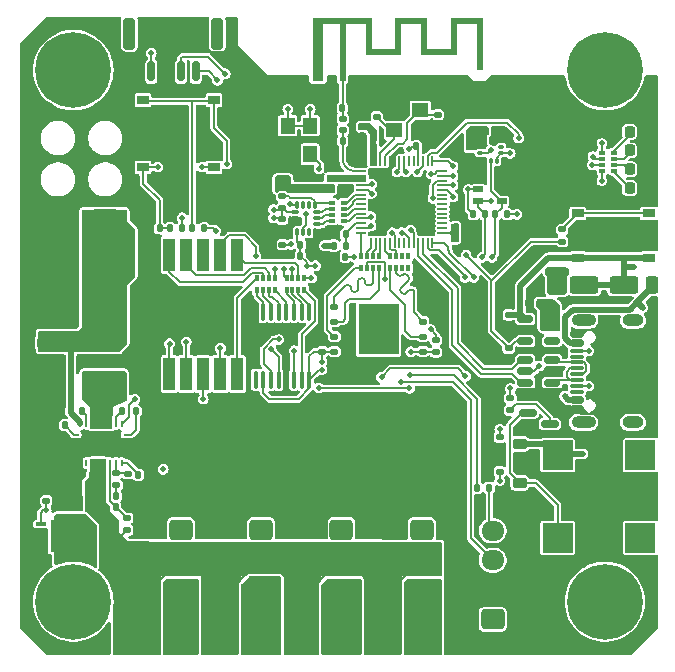
<source format=gbr>
%TF.GenerationSoftware,KiCad,Pcbnew,8.0.9-8.0.9-0~ubuntu24.04.1*%
%TF.CreationDate,2025-04-13T19:17:31+05:00*%
%TF.ProjectId,ThetaAnomalain,54686574-6141-46e6-9f6d-616c61696e2e,rev?*%
%TF.SameCoordinates,Original*%
%TF.FileFunction,Copper,L1,Top*%
%TF.FilePolarity,Positive*%
%FSLAX46Y46*%
G04 Gerber Fmt 4.6, Leading zero omitted, Abs format (unit mm)*
G04 Created by KiCad (PCBNEW 8.0.9-8.0.9-0~ubuntu24.04.1) date 2025-04-13 19:17:31*
%MOMM*%
%LPD*%
G01*
G04 APERTURE LIST*
G04 Aperture macros list*
%AMRoundRect*
0 Rectangle with rounded corners*
0 $1 Rounding radius*
0 $2 $3 $4 $5 $6 $7 $8 $9 X,Y pos of 4 corners*
0 Add a 4 corners polygon primitive as box body*
4,1,4,$2,$3,$4,$5,$6,$7,$8,$9,$2,$3,0*
0 Add four circle primitives for the rounded corners*
1,1,$1+$1,$2,$3*
1,1,$1+$1,$4,$5*
1,1,$1+$1,$6,$7*
1,1,$1+$1,$8,$9*
0 Add four rect primitives between the rounded corners*
20,1,$1+$1,$2,$3,$4,$5,0*
20,1,$1+$1,$4,$5,$6,$7,0*
20,1,$1+$1,$6,$7,$8,$9,0*
20,1,$1+$1,$8,$9,$2,$3,0*%
%AMOutline5P*
0 Free polygon, 5 corners , with rotation*
0 The origin of the aperture is its center*
0 number of corners: always 5*
0 $1 to $10 corner X, Y*
0 $11 Rotation angle, in degrees counterclockwise*
0 create outline with 5 corners*
4,1,5,$1,$2,$3,$4,$5,$6,$7,$8,$9,$10,$1,$2,$11*%
%AMOutline6P*
0 Free polygon, 6 corners , with rotation*
0 The origin of the aperture is its center*
0 number of corners: always 6*
0 $1 to $12 corner X, Y*
0 $13 Rotation angle, in degrees counterclockwise*
0 create outline with 6 corners*
4,1,6,$1,$2,$3,$4,$5,$6,$7,$8,$9,$10,$11,$12,$1,$2,$13*%
%AMOutline7P*
0 Free polygon, 7 corners , with rotation*
0 The origin of the aperture is its center*
0 number of corners: always 7*
0 $1 to $14 corner X, Y*
0 $15 Rotation angle, in degrees counterclockwise*
0 create outline with 7 corners*
4,1,7,$1,$2,$3,$4,$5,$6,$7,$8,$9,$10,$11,$12,$13,$14,$1,$2,$15*%
%AMOutline8P*
0 Free polygon, 8 corners , with rotation*
0 The origin of the aperture is its center*
0 number of corners: always 8*
0 $1 to $16 corner X, Y*
0 $17 Rotation angle, in degrees counterclockwise*
0 create outline with 8 corners*
4,1,8,$1,$2,$3,$4,$5,$6,$7,$8,$9,$10,$11,$12,$13,$14,$15,$16,$1,$2,$17*%
G04 Aperture macros list end*
%TA.AperFunction,EtchedComponent*%
%ADD10C,0.000000*%
%TD*%
%TA.AperFunction,SMDPad,CuDef*%
%ADD11RoundRect,0.218750X0.218750X0.256250X-0.218750X0.256250X-0.218750X-0.256250X0.218750X-0.256250X0*%
%TD*%
%TA.AperFunction,SMDPad,CuDef*%
%ADD12RoundRect,0.135000X-0.185000X0.135000X-0.185000X-0.135000X0.185000X-0.135000X0.185000X0.135000X0*%
%TD*%
%TA.AperFunction,SMDPad,CuDef*%
%ADD13O,0.599999X0.240000*%
%TD*%
%TA.AperFunction,SMDPad,CuDef*%
%ADD14O,0.240000X0.599999*%
%TD*%
%TA.AperFunction,SMDPad,CuDef*%
%ADD15R,0.725068X0.229918*%
%TD*%
%TA.AperFunction,SMDPad,CuDef*%
%ADD16R,0.724920X0.229997*%
%TD*%
%TA.AperFunction,SMDPad,CuDef*%
%ADD17R,0.399999X0.319994*%
%TD*%
%TA.AperFunction,SMDPad,CuDef*%
%ADD18R,0.399998X0.319995*%
%TD*%
%TA.AperFunction,SMDPad,CuDef*%
%ADD19R,3.050006X2.049998*%
%TD*%
%TA.AperFunction,SMDPad,CuDef*%
%ADD20R,0.725070X0.230003*%
%TD*%
%TA.AperFunction,SMDPad,CuDef*%
%ADD21R,0.724922X0.230003*%
%TD*%
%TA.AperFunction,SMDPad,CuDef*%
%ADD22RoundRect,0.135000X0.185000X-0.135000X0.185000X0.135000X-0.185000X0.135000X-0.185000X-0.135000X0*%
%TD*%
%TA.AperFunction,ComponentPad*%
%ADD23RoundRect,0.250000X-0.725000X0.600000X-0.725000X-0.600000X0.725000X-0.600000X0.725000X0.600000X0*%
%TD*%
%TA.AperFunction,ComponentPad*%
%ADD24O,1.950000X1.700000*%
%TD*%
%TA.AperFunction,SMDPad,CuDef*%
%ADD25RoundRect,0.250000X-0.325000X-0.650000X0.325000X-0.650000X0.325000X0.650000X-0.325000X0.650000X0*%
%TD*%
%TA.AperFunction,SMDPad,CuDef*%
%ADD26R,1.000000X0.750000*%
%TD*%
%TA.AperFunction,SMDPad,CuDef*%
%ADD27RoundRect,0.225000X-0.375000X0.225000X-0.375000X-0.225000X0.375000X-0.225000X0.375000X0.225000X0*%
%TD*%
%TA.AperFunction,SMDPad,CuDef*%
%ADD28RoundRect,0.135000X-0.135000X-0.185000X0.135000X-0.185000X0.135000X0.185000X-0.135000X0.185000X0*%
%TD*%
%TA.AperFunction,ConnectorPad*%
%ADD29R,0.500000X0.500000*%
%TD*%
%TA.AperFunction,ComponentPad*%
%ADD30R,0.900000X0.500000*%
%TD*%
%TA.AperFunction,ComponentPad*%
%ADD31C,0.800000*%
%TD*%
%TA.AperFunction,ComponentPad*%
%ADD32C,6.400000*%
%TD*%
%TA.AperFunction,SMDPad,CuDef*%
%ADD33RoundRect,0.135000X0.135000X0.185000X-0.135000X0.185000X-0.135000X-0.185000X0.135000X-0.185000X0*%
%TD*%
%TA.AperFunction,SMDPad,CuDef*%
%ADD34RoundRect,0.100000X-0.100000X0.637500X-0.100000X-0.637500X0.100000X-0.637500X0.100000X0.637500X0*%
%TD*%
%TA.AperFunction,SMDPad,CuDef*%
%ADD35RoundRect,0.150000X0.587500X0.150000X-0.587500X0.150000X-0.587500X-0.150000X0.587500X-0.150000X0*%
%TD*%
%TA.AperFunction,SMDPad,CuDef*%
%ADD36RoundRect,0.140000X0.140000X0.170000X-0.140000X0.170000X-0.140000X-0.170000X0.140000X-0.170000X0*%
%TD*%
%TA.AperFunction,SMDPad,CuDef*%
%ADD37RoundRect,0.250000X-1.500000X0.925000X-1.500000X-0.925000X1.500000X-0.925000X1.500000X0.925000X0*%
%TD*%
%TA.AperFunction,SMDPad,CuDef*%
%ADD38RoundRect,0.147500X0.172500X-0.147500X0.172500X0.147500X-0.172500X0.147500X-0.172500X-0.147500X0*%
%TD*%
%TA.AperFunction,SMDPad,CuDef*%
%ADD39RoundRect,0.140000X0.170000X-0.140000X0.170000X0.140000X-0.170000X0.140000X-0.170000X-0.140000X0*%
%TD*%
%TA.AperFunction,SMDPad,CuDef*%
%ADD40RoundRect,0.140000X-0.170000X0.140000X-0.170000X-0.140000X0.170000X-0.140000X0.170000X0.140000X0*%
%TD*%
%TA.AperFunction,SMDPad,CuDef*%
%ADD41RoundRect,0.140000X-0.140000X-0.170000X0.140000X-0.170000X0.140000X0.170000X-0.140000X0.170000X0*%
%TD*%
%TA.AperFunction,ComponentPad*%
%ADD42RoundRect,0.250000X0.725000X-0.600000X0.725000X0.600000X-0.725000X0.600000X-0.725000X-0.600000X0*%
%TD*%
%TA.AperFunction,SMDPad,CuDef*%
%ADD43R,1.200000X1.400000*%
%TD*%
%TA.AperFunction,SMDPad,CuDef*%
%ADD44R,1.000000X2.800000*%
%TD*%
%TA.AperFunction,SMDPad,CuDef*%
%ADD45Outline8P,-3.500000X0.900000X-2.900000X1.500000X2.900000X1.500000X3.500000X0.900000X3.500000X-0.900000X2.900000X-1.500000X-2.900000X-1.500000X-3.500000X-0.900000X90.000000*%
%TD*%
%TA.AperFunction,SMDPad,CuDef*%
%ADD46R,0.400000X0.500000*%
%TD*%
%TA.AperFunction,SMDPad,CuDef*%
%ADD47R,0.300000X0.500000*%
%TD*%
%TA.AperFunction,SMDPad,CuDef*%
%ADD48RoundRect,0.000000X-0.400000X-0.250000X0.400000X-0.250000X0.400000X0.250000X-0.400000X0.250000X0*%
%TD*%
%TA.AperFunction,SMDPad,CuDef*%
%ADD49RoundRect,0.250000X0.650000X-0.325000X0.650000X0.325000X-0.650000X0.325000X-0.650000X-0.325000X0*%
%TD*%
%TA.AperFunction,SMDPad,CuDef*%
%ADD50R,0.500000X0.400000*%
%TD*%
%TA.AperFunction,SMDPad,CuDef*%
%ADD51R,0.500000X0.300000*%
%TD*%
%TA.AperFunction,SMDPad,CuDef*%
%ADD52R,2.500000X2.500000*%
%TD*%
%TA.AperFunction,SMDPad,CuDef*%
%ADD53RoundRect,0.087500X-0.087500X0.225000X-0.087500X-0.225000X0.087500X-0.225000X0.087500X0.225000X0*%
%TD*%
%TA.AperFunction,SMDPad,CuDef*%
%ADD54RoundRect,0.087500X-0.225000X0.087500X-0.225000X-0.087500X0.225000X-0.087500X0.225000X0.087500X0*%
%TD*%
%TA.AperFunction,SMDPad,CuDef*%
%ADD55RoundRect,0.150000X0.150000X0.700000X-0.150000X0.700000X-0.150000X-0.700000X0.150000X-0.700000X0*%
%TD*%
%TA.AperFunction,SMDPad,CuDef*%
%ADD56RoundRect,0.250000X0.250000X1.100000X-0.250000X1.100000X-0.250000X-1.100000X0.250000X-1.100000X0*%
%TD*%
%TA.AperFunction,SMDPad,CuDef*%
%ADD57RoundRect,0.150000X-0.512500X-0.150000X0.512500X-0.150000X0.512500X0.150000X-0.512500X0.150000X0*%
%TD*%
%TA.AperFunction,SMDPad,CuDef*%
%ADD58R,1.400000X1.200000*%
%TD*%
%TA.AperFunction,HeatsinkPad*%
%ADD59R,1.250000X2.700000*%
%TD*%
%TA.AperFunction,SMDPad,CuDef*%
%ADD60RoundRect,0.075000X-0.362500X-0.075000X0.362500X-0.075000X0.362500X0.075000X-0.362500X0.075000X0*%
%TD*%
%TA.AperFunction,SMDPad,CuDef*%
%ADD61RoundRect,0.150000X0.512500X0.150000X-0.512500X0.150000X-0.512500X-0.150000X0.512500X-0.150000X0*%
%TD*%
%TA.AperFunction,SMDPad,CuDef*%
%ADD62RoundRect,0.050000X-0.350000X-0.050000X0.350000X-0.050000X0.350000X0.050000X-0.350000X0.050000X0*%
%TD*%
%TA.AperFunction,SMDPad,CuDef*%
%ADD63RoundRect,0.050000X-0.050000X-0.350000X0.050000X-0.350000X0.050000X0.350000X-0.050000X0.350000X0*%
%TD*%
%TA.AperFunction,HeatsinkPad*%
%ADD64R,4.000000X4.000000*%
%TD*%
%TA.AperFunction,SMDPad,CuDef*%
%ADD65RoundRect,0.125000X0.200000X0.125000X-0.200000X0.125000X-0.200000X-0.125000X0.200000X-0.125000X0*%
%TD*%
%TA.AperFunction,HeatsinkPad*%
%ADD66R,3.400000X4.300000*%
%TD*%
%TA.AperFunction,SMDPad,CuDef*%
%ADD67RoundRect,0.250000X-0.950000X-0.500000X0.950000X-0.500000X0.950000X0.500000X-0.950000X0.500000X0*%
%TD*%
%TA.AperFunction,SMDPad,CuDef*%
%ADD68RoundRect,0.250000X-0.275000X-0.500000X0.275000X-0.500000X0.275000X0.500000X-0.275000X0.500000X0*%
%TD*%
%TA.AperFunction,SMDPad,CuDef*%
%ADD69RoundRect,0.250000X0.950000X0.500000X-0.950000X0.500000X-0.950000X-0.500000X0.950000X-0.500000X0*%
%TD*%
%TA.AperFunction,SMDPad,CuDef*%
%ADD70RoundRect,0.250000X0.275000X0.500000X-0.275000X0.500000X-0.275000X-0.500000X0.275000X-0.500000X0*%
%TD*%
%TA.AperFunction,SMDPad,CuDef*%
%ADD71RoundRect,0.045000X0.205000X-0.105000X0.205000X0.105000X-0.205000X0.105000X-0.205000X-0.105000X0*%
%TD*%
%TA.AperFunction,SMDPad,CuDef*%
%ADD72RoundRect,0.045000X0.105000X-0.205000X0.105000X0.205000X-0.105000X0.205000X-0.105000X-0.205000X0*%
%TD*%
%TA.AperFunction,SMDPad,CuDef*%
%ADD73RoundRect,0.150000X0.425000X-0.150000X0.425000X0.150000X-0.425000X0.150000X-0.425000X-0.150000X0*%
%TD*%
%TA.AperFunction,SMDPad,CuDef*%
%ADD74RoundRect,0.075000X0.500000X-0.075000X0.500000X0.075000X-0.500000X0.075000X-0.500000X-0.075000X0*%
%TD*%
%TA.AperFunction,ComponentPad*%
%ADD75O,2.100000X1.000000*%
%TD*%
%TA.AperFunction,ComponentPad*%
%ADD76O,1.800000X1.000000*%
%TD*%
%TA.AperFunction,SMDPad,CuDef*%
%ADD77RoundRect,0.250000X0.325000X0.650000X-0.325000X0.650000X-0.325000X-0.650000X0.325000X-0.650000X0*%
%TD*%
%TA.AperFunction,ViaPad*%
%ADD78C,0.500000*%
%TD*%
%TA.AperFunction,Conductor*%
%ADD79C,0.200000*%
%TD*%
%TA.AperFunction,Conductor*%
%ADD80C,0.500000*%
%TD*%
G04 APERTURE END LIST*
D10*
%TA.AperFunction,EtchedComponent*%
%TO.C,AE1*%
G36*
X103250000Y-77190000D02*
G01*
X105250000Y-77190000D01*
X105250000Y-74550000D01*
X107950000Y-74550000D01*
X107950000Y-77190000D01*
X109950000Y-77190000D01*
X109950000Y-74550000D01*
X112650000Y-74550000D01*
X112650000Y-78990000D01*
X112150000Y-78990000D01*
X112150000Y-75050000D01*
X110450000Y-75050000D01*
X110450000Y-77690000D01*
X107450000Y-77690000D01*
X107450000Y-75050000D01*
X105750000Y-75050000D01*
X105750000Y-77690000D01*
X102750000Y-77690000D01*
X102750000Y-75050000D01*
X101050000Y-75050000D01*
X101050000Y-79950000D01*
X100550000Y-79950000D01*
X100550000Y-75050000D01*
X99150000Y-75050000D01*
X99150000Y-79950000D01*
X98250000Y-79950000D01*
X98250000Y-79706785D01*
X98552417Y-79706785D01*
X98562258Y-79754395D01*
X98586326Y-79796797D01*
X98624269Y-79829581D01*
X98632181Y-79833935D01*
X98674844Y-79846043D01*
X98723363Y-79845300D01*
X98768878Y-79832400D01*
X98787489Y-79821787D01*
X98821132Y-79786553D01*
X98841691Y-79741368D01*
X98848222Y-79691842D01*
X98839782Y-79643583D01*
X98822888Y-79611357D01*
X98787628Y-79578687D01*
X98742318Y-79558592D01*
X98692733Y-79552018D01*
X98644647Y-79559908D01*
X98611755Y-79576814D01*
X98576815Y-79613584D01*
X98557153Y-79658378D01*
X98552417Y-79706785D01*
X98250000Y-79706785D01*
X98250000Y-74550000D01*
X103250000Y-74550000D01*
X103250000Y-77190000D01*
G37*
%TD.AperFunction*%
%TD*%
D11*
%TO.P,D8,1,K*%
%TO.N,GND*%
X126687500Y-89000000D03*
%TO.P,D8,2,A*%
%TO.N,Net-(D8-A)*%
X125112500Y-89000000D03*
%TD*%
D12*
%TO.P,R5,1*%
%TO.N,Net-(U2-COMP)*%
X81650000Y-113130080D03*
%TO.P,R5,2*%
%TO.N,Net-(C13-Pad2)*%
X81650000Y-114150080D03*
%TD*%
D13*
%TO.P,U2,1,VCC*%
%TO.N,Net-(U2-VCC)*%
X82500002Y-109850078D03*
D14*
%TO.P,U2,2,EN*%
%TO.N,Net-(JP1-C)*%
X82099921Y-108949999D03*
%TO.P,U2,3,FSW*%
%TO.N,Net-(U2-FSW)*%
X81599922Y-108949999D03*
%TO.P,U2,4,SW*%
%TO.N,Net-(C1-Pad2)*%
X81099921Y-108949999D03*
%TO.P,U2,5,SW*%
X80599922Y-108949999D03*
%TO.P,U2,6,SW*%
X80099923Y-108949999D03*
%TO.P,U2,7,SW*%
X79599921Y-108949999D03*
%TO.P,U2,8,BOOT*%
%TO.N,Net-(U2-BOOT)*%
X79099922Y-108949999D03*
%TO.P,U2,9,VIN*%
%TO.N,+3V8*%
X78599921Y-108949999D03*
D13*
%TO.P,U2,10,SS*%
%TO.N,Net-(U2-SS)*%
X78200000Y-109850078D03*
%TO.P,U2,11,NC*%
%TO.N,GND*%
X78200000Y-111350080D03*
D14*
%TO.P,U2,12,NC*%
X78599921Y-112249997D03*
%TO.P,U2,13,MODE*%
%TO.N,unconnected-(U2-MODE-Pad13)*%
X79099922Y-112249997D03*
%TO.P,U2,14,VOUT*%
%TO.N,+6V*%
X79599921Y-112249997D03*
%TO.P,U2,15,VOUT*%
X80099923Y-112249997D03*
%TO.P,U2,16,VOUT*%
X80599922Y-112249997D03*
%TO.P,U2,17,FB*%
%TO.N,Net-(U2-FB)*%
X81099921Y-112249997D03*
%TO.P,U2,18,COMP*%
%TO.N,Net-(U2-COMP)*%
X81599922Y-112249997D03*
%TO.P,U2,19,ILIM*%
%TO.N,Net-(U2-ILIM)*%
X82099921Y-112249997D03*
D13*
%TO.P,U2,20,AGND*%
%TO.N,GND*%
X82500002Y-111350080D03*
D15*
%TO.P,U2,21,PGND*%
X82237460Y-110325039D03*
D16*
X78462459Y-110325079D03*
D17*
X82074925Y-110600077D03*
D18*
X78624920Y-110600077D03*
D19*
X80349923Y-110600079D03*
D20*
X82237461Y-110875077D03*
D21*
X78462458Y-110875077D03*
%TD*%
D22*
%TO.P,R6,1*%
%TO.N,/OFF*%
X114850000Y-102560000D03*
%TO.P,R6,2*%
%TO.N,GND*%
X114850000Y-101540000D03*
%TD*%
D23*
%TO.P,J4,1,Pin_1*%
%TO.N,/SERVOB*%
X100700000Y-117900000D03*
D24*
%TO.P,J4,2,Pin_2*%
%TO.N,+6V*%
X100700000Y-120400000D03*
%TO.P,J4,3,Pin_3*%
%TO.N,Net-(J3-Pin_3)*%
X100700000Y-122900000D03*
%TD*%
D25*
%TO.P,C29,1*%
%TO.N,+6V*%
X90925000Y-127000000D03*
%TO.P,C29,2*%
%TO.N,Net-(J3-Pin_3)*%
X93875000Y-127000000D03*
%TD*%
D26*
%TO.P,SW3,1,1*%
%TO.N,GND*%
X89900000Y-85275000D03*
X83900000Y-85275000D03*
%TO.P,SW3,2,2*%
%TO.N,/BOOT*%
X89900000Y-81525000D03*
X83900000Y-81525000D03*
%TD*%
D27*
%TO.P,D3,1,K*%
%TO.N,Net-(BZ1-+)*%
X115800000Y-110650000D03*
%TO.P,D3,2,A*%
%TO.N,Net-(BZ1--)*%
X115800000Y-113950000D03*
%TD*%
D28*
%TO.P,R7,1*%
%TO.N,Net-(U2-ILIM)*%
X83490000Y-113250080D03*
%TO.P,R7,2*%
%TO.N,GND*%
X84510000Y-113250080D03*
%TD*%
D29*
%TO.P,AE1,1,A*%
%TO.N,Net-(AE1-A)*%
X100800000Y-79700000D03*
D30*
%TO.P,AE1,2,Shield*%
%TO.N,GND*%
X98700000Y-79700000D03*
%TD*%
D31*
%TO.P,H1,1*%
%TO.N,N/C*%
X120600000Y-79000000D03*
X121302944Y-77302944D03*
X121302944Y-80697056D03*
X123000000Y-76600000D03*
D32*
X123000000Y-79000000D03*
D31*
X123000000Y-81400000D03*
X124697056Y-77302944D03*
X124697056Y-80697056D03*
X125400000Y-79000000D03*
%TD*%
D22*
%TO.P,R9,1*%
%TO.N,Net-(J1-CC1)*%
X114100000Y-113010000D03*
%TO.P,R9,2*%
%TO.N,GND*%
X114100000Y-111990000D03*
%TD*%
D33*
%TO.P,R13,1*%
%TO.N,/TXD0*%
X113200000Y-114350000D03*
%TO.P,R13,2*%
%TO.N,/TX0_RAW*%
X112180000Y-114350000D03*
%TD*%
D25*
%TO.P,C30,1*%
%TO.N,+6V*%
X97725000Y-127000000D03*
%TO.P,C30,2*%
%TO.N,Net-(J3-Pin_3)*%
X100675000Y-127000000D03*
%TD*%
D26*
%TO.P,SW2,1,1*%
%TO.N,GND*%
X89900000Y-90975000D03*
X83900000Y-90975000D03*
%TO.P,SW2,2,2*%
%TO.N,/CHIP_PU*%
X89900000Y-87225000D03*
X83900000Y-87225000D03*
%TD*%
D34*
%TO.P,U9,1,QB*%
%TO.N,Net-(RN4-R3.1)*%
X97975000Y-99475000D03*
%TO.P,U9,2,QC*%
%TO.N,Net-(RN4-R2.1)*%
X97325000Y-99475000D03*
%TO.P,U9,3,QD*%
%TO.N,Net-(RN4-R1.1)*%
X96675000Y-99475000D03*
%TO.P,U9,4,QE*%
%TO.N,Net-(RN5-R4.1)*%
X96025000Y-99475000D03*
%TO.P,U9,5,QF*%
%TO.N,Net-(RN5-R3.1)*%
X95375000Y-99475000D03*
%TO.P,U9,6,QG*%
%TO.N,Net-(RN5-R2.1)*%
X94725000Y-99475000D03*
%TO.P,U9,7,QH*%
%TO.N,Net-(RN5-R1.1)*%
X94075000Y-99475000D03*
%TO.P,U9,8,GND*%
%TO.N,GND*%
X93425000Y-99475000D03*
%TO.P,U9,9,QH'*%
%TO.N,unconnected-(U9-QH'-Pad9)*%
X93425000Y-105200000D03*
%TO.P,U9,10,~{SRCLR}*%
%TO.N,VDD*%
X94075000Y-105200000D03*
%TO.P,U9,11,SRCLK*%
%TO.N,/LD_CS*%
X94725000Y-105200000D03*
%TO.P,U9,12,RCLK*%
%TO.N,/LD_SCK*%
X95375000Y-105200000D03*
%TO.P,U9,13,~{OE}*%
%TO.N,GND*%
X96025000Y-105200000D03*
%TO.P,U9,14,SER*%
%TO.N,/LD_D*%
X96675000Y-105200000D03*
%TO.P,U9,15,QA*%
%TO.N,Net-(RN4-R4.1)*%
X97325000Y-105200000D03*
%TO.P,U9,16,VCC*%
%TO.N,VDD*%
X97975000Y-105200000D03*
%TD*%
D22*
%TO.P,R14,1*%
%TO.N,Net-(Q1-B)*%
X115000000Y-107800000D03*
%TO.P,R14,2*%
%TO.N,/BUZ*%
X115000000Y-106780000D03*
%TD*%
D12*
%TO.P,R8,1*%
%TO.N,Net-(J1-CC2)*%
X114100000Y-110090000D03*
%TO.P,R8,2*%
%TO.N,GND*%
X114100000Y-111110000D03*
%TD*%
D35*
%TO.P,Q1,1,B*%
%TO.N,Net-(Q1-B)*%
X118337500Y-108950000D03*
%TO.P,Q1,2,E*%
%TO.N,GND*%
X118337500Y-107050000D03*
%TO.P,Q1,3,C*%
%TO.N,Net-(BZ1--)*%
X116462500Y-108000000D03*
%TD*%
D36*
%TO.P,C32,1*%
%TO.N,+6V*%
X79580000Y-113250080D03*
%TO.P,C32,2*%
%TO.N,GND*%
X78620000Y-113250080D03*
%TD*%
D37*
%TO.P,L2,1,1*%
%TO.N,+3V8*%
X80600000Y-99725000D03*
%TO.P,L2,2,2*%
%TO.N,Net-(C1-Pad2)*%
X80600000Y-105775000D03*
%TD*%
D38*
%TO.P,L1,1,1*%
%TO.N,VDD*%
X99800000Y-89120000D03*
%TO.P,L1,2,2*%
%TO.N,Net-(C5-Pad1)*%
X99800000Y-88150000D03*
%TD*%
D39*
%TO.P,C2,1*%
%TO.N,VDD*%
X96900000Y-89080000D03*
%TO.P,C2,2*%
%TO.N,GND*%
X96900000Y-88120000D03*
%TD*%
D40*
%TO.P,C5,1*%
%TO.N,Net-(C5-Pad1)*%
X100750000Y-88150000D03*
%TO.P,C5,2*%
%TO.N,GND*%
X100750000Y-89110000D03*
%TD*%
D41*
%TO.P,C1,1*%
%TO.N,Net-(U2-BOOT)*%
X78740000Y-107850080D03*
%TO.P,C1,2*%
%TO.N,Net-(C1-Pad2)*%
X79700000Y-107850080D03*
%TD*%
D23*
%TO.P,J3,1,Pin_1*%
%TO.N,/SERVOA*%
X107500000Y-117900000D03*
D24*
%TO.P,J3,2,Pin_2*%
%TO.N,+6V*%
X107500000Y-120400000D03*
%TO.P,J3,3,Pin_3*%
%TO.N,Net-(J3-Pin_3)*%
X107500000Y-122900000D03*
%TD*%
D25*
%TO.P,C26,1*%
%TO.N,+6V*%
X84125000Y-127000000D03*
%TO.P,C26,2*%
%TO.N,Net-(J3-Pin_3)*%
X87075000Y-127000000D03*
%TD*%
D41*
%TO.P,C15,1*%
%TO.N,VDD*%
X107040000Y-85450000D03*
%TO.P,C15,2*%
%TO.N,GND*%
X108000000Y-85450000D03*
%TD*%
D42*
%TO.P,J7,1,Pin_1*%
%TO.N,VDD*%
X113500000Y-125500000D03*
D24*
%TO.P,J7,2,Pin_2*%
%TO.N,GND*%
X113500000Y-123000000D03*
%TO.P,J7,3,Pin_3*%
%TO.N,/RXD0*%
X113500000Y-120500000D03*
%TO.P,J7,4,Pin_4*%
%TO.N,/TXD0*%
X113500000Y-118000000D03*
%TD*%
D22*
%TO.P,R10,1*%
%TO.N,VDD*%
X95700000Y-90700000D03*
%TO.P,R10,2*%
%TO.N,Net-(RN1D-R4.2)*%
X95700000Y-89680000D03*
%TD*%
D33*
%TO.P,R12,1*%
%TO.N,VDD*%
X114750000Y-91200000D03*
%TO.P,R12,2*%
%TO.N,/SDA*%
X113730000Y-91200000D03*
%TD*%
D43*
%TO.P,Y2,1,OE*%
%TO.N,VDD*%
X96150000Y-83700000D03*
%TO.P,Y2,2,GND*%
%TO.N,GND*%
X96150000Y-86100000D03*
%TO.P,Y2,3,OUT*%
%TO.N,Net-(U5-INT2{slash}FSYNC{slash}CLKIN)*%
X98050000Y-86100000D03*
%TO.P,Y2,4,Vcc*%
%TO.N,VDD*%
X98050000Y-83700000D03*
%TD*%
D41*
%TO.P,C11,1*%
%TO.N,GND*%
X102440000Y-85550000D03*
%TO.P,C11,2*%
%TO.N,VDD*%
X103400000Y-85550000D03*
%TD*%
D40*
%TO.P,C37,1*%
%TO.N,Net-(U5-INT2{slash}FSYNC{slash}CLKIN)*%
X95700000Y-93770000D03*
%TO.P,C37,2*%
%TO.N,GND*%
X95700000Y-94730000D03*
%TD*%
D22*
%TO.P,R20,1*%
%TO.N,/SERVOEN*%
X75700000Y-115460000D03*
%TO.P,R20,2*%
%TO.N,GND*%
X75700000Y-114440000D03*
%TD*%
D44*
%TO.P,U8,1,E*%
%TO.N,Net-(RN5-R4.2)*%
X86120000Y-104740000D03*
%TO.P,U8,2,D*%
%TO.N,Net-(RN4-R1.2)*%
X87560000Y-104730000D03*
%TO.P,U8,3,CA*%
%TO.N,VDD*%
X89000000Y-104750000D03*
%TO.P,U8,4,C*%
%TO.N,Net-(RN4-R2.2)*%
X90440000Y-104740000D03*
%TO.P,U8,5,DP*%
%TO.N,Net-(RN5-R1.2)*%
X91880000Y-104740000D03*
%TO.P,U8,6,B*%
%TO.N,Net-(RN4-R3.2)*%
X91880000Y-94640000D03*
%TO.P,U8,7,A*%
%TO.N,Net-(RN4-R4.2)*%
X90440000Y-94640000D03*
%TO.P,U8,8,CA*%
%TO.N,unconnected-(U8-CA-Pad8)*%
X89000000Y-94650000D03*
%TO.P,U8,9,F*%
%TO.N,Net-(RN5-R3.2)*%
X87560000Y-94630000D03*
%TO.P,U8,10,G*%
%TO.N,Net-(RN5-R2.2)*%
X86120000Y-94640000D03*
%TD*%
D45*
%TO.P,J8,1,Pin_1*%
%TO.N,+3V8*%
X80650000Y-94250000D03*
%TO.P,J8,2,Pin_2*%
%TO.N,GND*%
X76650000Y-94250000D03*
%TD*%
D22*
%TO.P,R1,1*%
%TO.N,+6V*%
X82550000Y-117960000D03*
%TO.P,R1,2*%
%TO.N,Net-(U2-FB)*%
X82550000Y-116940000D03*
%TD*%
D11*
%TO.P,D7,1,K*%
%TO.N,GND*%
X126687500Y-87400000D03*
%TO.P,D7,2,A*%
%TO.N,Net-(D7-A)*%
X125112500Y-87400000D03*
%TD*%
D46*
%TO.P,RN6,1,R1.1*%
%TO.N,Net-(RN6-R1.1)*%
X104850000Y-95750000D03*
D47*
%TO.P,RN6,2,R2.1*%
%TO.N,Net-(RN6-R2.1)*%
X105350000Y-95750000D03*
%TO.P,RN6,3,R3.1*%
%TO.N,unconnected-(RN6-R3.1-Pad3)*%
X105850000Y-95750000D03*
D46*
%TO.P,RN6,4,R4.1*%
%TO.N,unconnected-(RN6-R4.1-Pad4)*%
X106350000Y-95750000D03*
%TO.P,RN6,5,R4.2*%
%TO.N,unconnected-(RN6-R4.2-Pad5)*%
X106350000Y-94750000D03*
D47*
%TO.P,RN6,6,R3.2*%
%TO.N,unconnected-(RN6-R3.2-Pad6)*%
X105850000Y-94750000D03*
%TO.P,RN6,7,R2.2*%
%TO.N,/FSPI_WP*%
X105350000Y-94750000D03*
D46*
%TO.P,RN6,8,R1.2*%
%TO.N,/FSPI_Q*%
X104850000Y-94750000D03*
%TD*%
D11*
%TO.P,D5,1,K*%
%TO.N,GND*%
X126687500Y-84200000D03*
%TO.P,D5,2,A*%
%TO.N,Net-(D5-A)*%
X125112500Y-84200000D03*
%TD*%
D41*
%TO.P,C20,1*%
%TO.N,GND*%
X76320000Y-109050080D03*
%TO.P,C20,2*%
%TO.N,Net-(U2-SS)*%
X77280000Y-109050080D03*
%TD*%
D40*
%TO.P,C24,1*%
%TO.N,VDD*%
X95700000Y-91597500D03*
%TO.P,C24,2*%
%TO.N,GND*%
X95700000Y-92557500D03*
%TD*%
%TO.P,C16,1*%
%TO.N,Net-(BZ1-+)*%
X114850000Y-99720000D03*
%TO.P,C16,2*%
%TO.N,GND*%
X114850000Y-100680000D03*
%TD*%
D23*
%TO.P,J6,1,Pin_1*%
%TO.N,/SERVOD*%
X87100000Y-117900000D03*
D24*
%TO.P,J6,2,Pin_2*%
%TO.N,+6V*%
X87100000Y-120400000D03*
%TO.P,J6,3,Pin_3*%
%TO.N,Net-(J3-Pin_3)*%
X87100000Y-122900000D03*
%TD*%
D48*
%TO.P,U6,1,NC*%
%TO.N,GND*%
X112290000Y-88100000D03*
%TO.P,U6,2,VDD*%
%TO.N,VDD*%
X112290000Y-89100000D03*
%TO.P,U6,3,SCL*%
%TO.N,/SCL*%
X112290000Y-90100000D03*
%TO.P,U6,4,SDA*%
%TO.N,/SDA*%
X114290000Y-90100000D03*
%TO.P,U6,5,GND*%
%TO.N,GND*%
X114290000Y-89100000D03*
%TO.P,U6,6,NC*%
X114290000Y-88100000D03*
%TD*%
D49*
%TO.P,C9,1*%
%TO.N,+3V8*%
X75850000Y-102075000D03*
%TO.P,C9,2*%
%TO.N,GND*%
X75850000Y-99125000D03*
%TD*%
D22*
%TO.P,R17,1*%
%TO.N,Net-(RN3-R3.2)*%
X108700000Y-102860000D03*
%TO.P,R17,2*%
%TO.N,VDD*%
X108700000Y-101840000D03*
%TD*%
D33*
%TO.P,R15,1*%
%TO.N,VDD*%
X87210000Y-92400000D03*
%TO.P,R15,2*%
%TO.N,/CHIP_PU*%
X86190000Y-92400000D03*
%TD*%
D36*
%TO.P,C12,1*%
%TO.N,VDD*%
X117480000Y-98700000D03*
%TO.P,C12,2*%
%TO.N,GND*%
X116520000Y-98700000D03*
%TD*%
D41*
%TO.P,C6,1*%
%TO.N,Net-(U4-VDD_SPI)*%
X110370000Y-92300000D03*
%TO.P,C6,2*%
%TO.N,GND*%
X111330000Y-92300000D03*
%TD*%
D39*
%TO.P,C34,1*%
%TO.N,VDD*%
X99050000Y-102830000D03*
%TO.P,C34,2*%
%TO.N,GND*%
X99050000Y-101870000D03*
%TD*%
D31*
%TO.P,H4,1*%
%TO.N,N/C*%
X120600000Y-124000000D03*
X121302944Y-122302944D03*
X121302944Y-125697056D03*
X123000000Y-121600000D03*
D32*
X123000000Y-124000000D03*
D31*
X123000000Y-126400000D03*
X124697056Y-122302944D03*
X124697056Y-125697056D03*
X125400000Y-124000000D03*
%TD*%
D41*
%TO.P,C7,1*%
%TO.N,Net-(U4-VDD_SPI)*%
X110370000Y-93250000D03*
%TO.P,C7,2*%
%TO.N,GND*%
X111330000Y-93250000D03*
%TD*%
D50*
%TO.P,RN1,1,R1.1*%
%TO.N,/VSPI_CS*%
X100900000Y-91750000D03*
D51*
%TO.P,RN1,2,R2.1*%
%TO.N,/VSPI_CLK*%
X100900000Y-91250000D03*
%TO.P,RN1,3,R3.1*%
%TO.N,/VSPI_D*%
X100900000Y-90750000D03*
D50*
%TO.P,RN1,4,R4.1*%
%TO.N,/VSPI_Q*%
X100900000Y-90250000D03*
%TO.P,RN1,5,R4.2*%
%TO.N,Net-(RN1D-R4.2)*%
X99900000Y-90250000D03*
D51*
%TO.P,RN1,6,R3.2*%
%TO.N,Net-(RN1C-R3.2)*%
X99900000Y-90750000D03*
%TO.P,RN1,7,R2.2*%
%TO.N,Net-(RN1B-R2.2)*%
X99900000Y-91250000D03*
D50*
%TO.P,RN1,8,R1.2*%
%TO.N,Net-(RN1A-R1.2)*%
X99900000Y-91750000D03*
%TD*%
D28*
%TO.P,R11,1*%
%TO.N,VDD*%
X111870000Y-91200000D03*
%TO.P,R11,2*%
%TO.N,/SCL*%
X112890000Y-91200000D03*
%TD*%
D33*
%TO.P,R16,1*%
%TO.N,VDD*%
X89100000Y-92400000D03*
%TO.P,R16,2*%
%TO.N,/BOOT*%
X88080000Y-92400000D03*
%TD*%
D41*
%TO.P,C10,1*%
%TO.N,GND*%
X102440000Y-84600000D03*
%TO.P,C10,2*%
%TO.N,VDD*%
X103400000Y-84600000D03*
%TD*%
D52*
%TO.P,BZ1,1,+*%
%TO.N,Net-(BZ1-+)*%
X119000000Y-111600000D03*
%TO.P,BZ1,2,-*%
%TO.N,Net-(BZ1--)*%
X119000000Y-118600000D03*
%TO.P,BZ1,3*%
%TO.N,N/C*%
X126000000Y-118600000D03*
%TO.P,BZ1,4*%
X126000000Y-111600000D03*
%TD*%
D39*
%TO.P,C25,1*%
%TO.N,GND*%
X111590000Y-86480000D03*
%TO.P,C25,2*%
%TO.N,VDD*%
X111590000Y-85520000D03*
%TD*%
D53*
%TO.P,U5,1,SDO/ADO*%
%TO.N,Net-(RN1D-R4.2)*%
X98450000Y-90387500D03*
%TO.P,U5,2,RESV*%
%TO.N,unconnected-(U5-RESV-Pad2)*%
X97950000Y-90387500D03*
%TO.P,U5,3,RESV*%
%TO.N,unconnected-(U5-RESV-Pad3)*%
X97450000Y-90387500D03*
%TO.P,U5,4,INT1/INT*%
%TO.N,/IMU_INT*%
X96950000Y-90387500D03*
D54*
%TO.P,U5,5,VDDIO*%
%TO.N,VDD*%
X96787500Y-91050000D03*
%TO.P,U5,6,GND*%
%TO.N,GND*%
X96787500Y-91550000D03*
%TO.P,U5,7,RESV*%
X96787500Y-92050000D03*
D53*
%TO.P,U5,8,VDD*%
%TO.N,VDD*%
X96950000Y-92712500D03*
%TO.P,U5,9,INT2/FSYNC/CLKIN*%
%TO.N,Net-(U5-INT2{slash}FSYNC{slash}CLKIN)*%
X97450000Y-92712500D03*
%TO.P,U5,10,RESV*%
%TO.N,unconnected-(U5-RESV-Pad10)*%
X97950000Y-92712500D03*
%TO.P,U5,11,RESV*%
%TO.N,GND*%
X98450000Y-92712500D03*
D54*
%TO.P,U5,12,~{CS}/VDDIO*%
%TO.N,Net-(RN1A-R1.2)*%
X98612500Y-92050000D03*
%TO.P,U5,13,SCLK/SCL*%
%TO.N,Net-(RN1B-R2.2)*%
X98612500Y-91550000D03*
%TO.P,U5,14,SDIO/SDI/SDA*%
%TO.N,Net-(RN1C-R3.2)*%
X98612500Y-91050000D03*
%TD*%
D55*
%TO.P,J2,1,Pin_1*%
%TO.N,/SDA*%
X88350000Y-79100000D03*
%TO.P,J2,2,Pin_2*%
%TO.N,/SCL*%
X87100000Y-79100000D03*
%TO.P,J2,3,Pin_3*%
%TO.N,GND*%
X85850000Y-79100000D03*
%TO.P,J2,4,Pin_4*%
%TO.N,VDD*%
X84600000Y-79100000D03*
D56*
%TO.P,J2,MP*%
%TO.N,N/C*%
X90200000Y-75900000D03*
X82750000Y-75900000D03*
%TD*%
D57*
%TO.P,U1,1,VIN*%
%TO.N,Net-(BZ1-+)*%
X116262500Y-100050000D03*
%TO.P,U1,2,GND*%
%TO.N,GND*%
X116262500Y-101000000D03*
%TO.P,U1,3,EN*%
%TO.N,/OFF*%
X116262500Y-101950000D03*
%TO.P,U1,4,NC*%
%TO.N,unconnected-(U1-NC-Pad4)*%
X118537500Y-101950000D03*
%TO.P,U1,5,VOUT*%
%TO.N,VDD*%
X118537500Y-100050000D03*
%TD*%
D36*
%TO.P,C8,1*%
%TO.N,VDD*%
X101030000Y-94800000D03*
%TO.P,C8,2*%
%TO.N,GND*%
X100070000Y-94800000D03*
%TD*%
D41*
%TO.P,C19,1*%
%TO.N,Net-(U2-VCC)*%
X83320000Y-107850080D03*
%TO.P,C19,2*%
%TO.N,GND*%
X84280000Y-107850080D03*
%TD*%
D58*
%TO.P,Y1,1,1*%
%TO.N,Net-(U4-XTAL_N)*%
X107380000Y-82385000D03*
%TO.P,Y1,2,2*%
%TO.N,GND*%
X105180000Y-82385000D03*
%TO.P,Y1,3,3*%
%TO.N,Net-(U4-XTAL_P)*%
X105180000Y-84085000D03*
%TO.P,Y1,4,4*%
%TO.N,GND*%
X107380000Y-84085000D03*
%TD*%
D12*
%TO.P,R4,1*%
%TO.N,Net-(R4-Pad1)*%
X119400000Y-92490000D03*
%TO.P,R4,2*%
%TO.N,/OFF*%
X119400000Y-93510000D03*
%TD*%
D26*
%TO.P,SW1,1,1*%
%TO.N,Net-(BZ1-+)*%
X126700000Y-94875000D03*
X120700000Y-94875000D03*
%TO.P,SW1,2,2*%
%TO.N,Net-(R4-Pad1)*%
X126700000Y-91125000D03*
X120700000Y-91125000D03*
%TD*%
D41*
%TO.P,C21,1*%
%TO.N,VDD*%
X112860000Y-84050000D03*
%TO.P,C21,2*%
%TO.N,GND*%
X113820000Y-84050000D03*
%TD*%
D23*
%TO.P,J5,1,Pin_1*%
%TO.N,/SERVOC*%
X93900000Y-117900000D03*
D24*
%TO.P,J5,2,Pin_2*%
%TO.N,+6V*%
X93900000Y-120400000D03*
%TO.P,J5,3,Pin_3*%
%TO.N,Net-(J3-Pin_3)*%
X93900000Y-122900000D03*
%TD*%
D33*
%TO.P,R19,1*%
%TO.N,/V_ADC*%
X101060000Y-92900000D03*
%TO.P,R19,2*%
%TO.N,GND*%
X100040000Y-92900000D03*
%TD*%
D36*
%TO.P,C33,1*%
%TO.N,/CHIP_PU*%
X85310000Y-92400000D03*
%TO.P,C33,2*%
%TO.N,GND*%
X84350000Y-92400000D03*
%TD*%
%TO.P,C35,1*%
%TO.N,Net-(U4-LNA_IN)*%
X100800000Y-85000000D03*
%TO.P,C35,2*%
%TO.N,GND*%
X99840000Y-85000000D03*
%TD*%
D46*
%TO.P,RN5,1,R1.1*%
%TO.N,Net-(RN5-R1.1)*%
X93550000Y-97637500D03*
D47*
%TO.P,RN5,2,R2.1*%
%TO.N,Net-(RN5-R2.1)*%
X94050000Y-97637500D03*
%TO.P,RN5,3,R3.1*%
%TO.N,Net-(RN5-R3.1)*%
X94550000Y-97637500D03*
D46*
%TO.P,RN5,4,R4.1*%
%TO.N,Net-(RN5-R4.1)*%
X95050000Y-97637500D03*
%TO.P,RN5,5,R4.2*%
%TO.N,Net-(RN5-R4.2)*%
X95050000Y-96637500D03*
D47*
%TO.P,RN5,6,R3.2*%
%TO.N,Net-(RN5-R3.2)*%
X94550000Y-96637500D03*
%TO.P,RN5,7,R2.2*%
%TO.N,Net-(RN5-R2.2)*%
X94050000Y-96637500D03*
D46*
%TO.P,RN5,8,R1.2*%
%TO.N,Net-(RN5-R1.2)*%
X93550000Y-96637500D03*
%TD*%
D59*
%TO.P,Q2,1,D*%
%TO.N,Net-(J3-Pin_3)*%
X76662500Y-118400000D03*
D60*
X78100000Y-117425000D03*
X78100000Y-118075000D03*
X78100000Y-118725000D03*
X78100000Y-119375000D03*
%TO.P,Q2,2,G*%
%TO.N,/SERVOEN*%
X75225000Y-117425000D03*
%TO.P,Q2,3,S*%
%TO.N,GND*%
X75225000Y-118075000D03*
X75225000Y-118725000D03*
X75225000Y-119375000D03*
%TD*%
D61*
%TO.P,U3,1,I/O1*%
%TO.N,Net-(J1-D--PadA7)*%
X118537500Y-105450000D03*
%TO.P,U3,2,GND*%
%TO.N,GND*%
X118537500Y-104500000D03*
%TO.P,U3,3,I/O2*%
%TO.N,Net-(J1-D+-PadA6)*%
X118537500Y-103550000D03*
%TO.P,U3,4,I/O2*%
%TO.N,/DP*%
X116262500Y-103550000D03*
%TO.P,U3,5,VBUS*%
%TO.N,VDD*%
X116262500Y-104500000D03*
%TO.P,U3,6,I/O1*%
%TO.N,/DN*%
X116262500Y-105450000D03*
%TD*%
D46*
%TO.P,RN4,1,R1.1*%
%TO.N,Net-(RN4-R1.1)*%
X96050000Y-97637500D03*
D47*
%TO.P,RN4,2,R2.1*%
%TO.N,Net-(RN4-R2.1)*%
X96550000Y-97637500D03*
%TO.P,RN4,3,R3.1*%
%TO.N,Net-(RN4-R3.1)*%
X97050000Y-97637500D03*
D46*
%TO.P,RN4,4,R4.1*%
%TO.N,Net-(RN4-R4.1)*%
X97550000Y-97637500D03*
%TO.P,RN4,5,R4.2*%
%TO.N,Net-(RN4-R4.2)*%
X97550000Y-96637500D03*
D47*
%TO.P,RN4,6,R3.2*%
%TO.N,Net-(RN4-R3.2)*%
X97050000Y-96637500D03*
%TO.P,RN4,7,R2.2*%
%TO.N,Net-(RN4-R2.2)*%
X96550000Y-96637500D03*
D46*
%TO.P,RN4,8,R1.2*%
%TO.N,Net-(RN4-R1.2)*%
X96050000Y-96637500D03*
%TD*%
D62*
%TO.P,U4,1,LNA_IN*%
%TO.N,Net-(U4-LNA_IN)*%
X102350000Y-87550000D03*
%TO.P,U4,2,VDD3P3*%
%TO.N,Net-(C5-Pad1)*%
X102350000Y-87950000D03*
%TO.P,U4,3,VDD3P3*%
X102350000Y-88350000D03*
%TO.P,U4,4,CHIP_PU*%
%TO.N,/CHIP_PU*%
X102350000Y-88750000D03*
%TO.P,U4,5,GPIO0*%
%TO.N,/BOOT*%
X102350000Y-89150000D03*
%TO.P,U4,6,GPIO1*%
%TO.N,/VSPI_Q*%
X102350000Y-89550000D03*
%TO.P,U4,7,GPIO2*%
%TO.N,/VSPI_D*%
X102350000Y-89950000D03*
%TO.P,U4,8,GPIO3*%
%TO.N,unconnected-(U4-GPIO3-Pad8)*%
X102350000Y-90350000D03*
%TO.P,U4,9,GPIO4*%
%TO.N,/VSPI_CLK*%
X102350000Y-90750000D03*
%TO.P,U4,10,GPIO5*%
%TO.N,/VSPI_CS*%
X102350000Y-91150000D03*
%TO.P,U4,11,GPIO6*%
%TO.N,/IMU_INT*%
X102350000Y-91550000D03*
%TO.P,U4,12,GPIO7*%
%TO.N,/V_ADC*%
X102350000Y-91950000D03*
%TO.P,U4,13,GPIO8*%
%TO.N,/LD_SCK*%
X102350000Y-92350000D03*
%TO.P,U4,14,GPIO9*%
%TO.N,/FSPI_HD*%
X102350000Y-92750000D03*
D63*
%TO.P,U4,15,GPIO10*%
%TO.N,/FSPI_CS0*%
X103200000Y-93600000D03*
%TO.P,U4,16,GPIO11*%
%TO.N,/FSPI_D*%
X103600000Y-93600000D03*
%TO.P,U4,17,GPIO12*%
%TO.N,/FSPI_CLK*%
X104000000Y-93600000D03*
%TO.P,U4,18,GPIO13*%
%TO.N,/FSPI_Q*%
X104400000Y-93600000D03*
%TO.P,U4,19,GPIO14*%
%TO.N,/FSPI_WP*%
X104800000Y-93600000D03*
%TO.P,U4,20,VDD3P3_RTC*%
%TO.N,VDD*%
X105200000Y-93600000D03*
%TO.P,U4,21,XTAL_32K_P*%
%TO.N,unconnected-(U4-XTAL_32K_P-Pad21)*%
X105600000Y-93600000D03*
%TO.P,U4,22,XTAL_32K_N*%
%TO.N,unconnected-(U4-XTAL_32K_N-Pad22)*%
X106000000Y-93600000D03*
%TO.P,U4,23,GPIO17*%
%TO.N,/SDA*%
X106400000Y-93600000D03*
%TO.P,U4,24,GPIO18*%
%TO.N,/SCL*%
X106800000Y-93600000D03*
%TO.P,U4,25,GPIO19/USB_D-*%
%TO.N,/DN*%
X107200000Y-93600000D03*
%TO.P,U4,26,GPIO20/USB_D+*%
%TO.N,/DP*%
X107600000Y-93600000D03*
%TO.P,U4,27,GPIO21*%
%TO.N,/BUZ*%
X108000000Y-93600000D03*
%TO.P,U4,28,SPICS1*%
%TO.N,/LD_D*%
X108400000Y-93600000D03*
D62*
%TO.P,U4,29,VDD_SPI*%
%TO.N,Net-(U4-VDD_SPI)*%
X109250000Y-92750000D03*
%TO.P,U4,30,SPIHD*%
%TO.N,unconnected-(U4-SPIHD-Pad30)*%
X109250000Y-92350000D03*
%TO.P,U4,31,SPIWP*%
%TO.N,unconnected-(U4-SPIWP-Pad31)*%
X109250000Y-91950000D03*
%TO.P,U4,32,SPICS0*%
%TO.N,unconnected-(U4-SPICS0-Pad32)*%
X109250000Y-91550000D03*
%TO.P,U4,33,SPICLK*%
%TO.N,unconnected-(U4-SPICLK-Pad33)*%
X109250000Y-91150000D03*
%TO.P,U4,34,SPIQ*%
%TO.N,unconnected-(U4-SPIQ-Pad34)*%
X109250000Y-90750000D03*
%TO.P,U4,35,SPID*%
%TO.N,unconnected-(U4-SPID-Pad35)*%
X109250000Y-90350000D03*
%TO.P,U4,36,SPICLK_N*%
%TO.N,unconnected-(U4-SPICLK_N-Pad36)*%
X109250000Y-89950000D03*
%TO.P,U4,37,SPICLK_P*%
%TO.N,unconnected-(U4-SPICLK_P-Pad37)*%
X109250000Y-89550000D03*
%TO.P,U4,38,GPIO33*%
%TO.N,/SERVOA*%
X109250000Y-89150000D03*
%TO.P,U4,39,GPIO34*%
%TO.N,/SERVOB*%
X109250000Y-88750000D03*
%TO.P,U4,40,GPIO35*%
%TO.N,/SERVOC*%
X109250000Y-88350000D03*
%TO.P,U4,41,GPIO36*%
%TO.N,/SERVOD*%
X109250000Y-87950000D03*
%TO.P,U4,42,GPIO37*%
%TO.N,/SERVOEN*%
X109250000Y-87550000D03*
D63*
%TO.P,U4,43,GPIO38*%
%TO.N,/OFF*%
X108400000Y-86700000D03*
%TO.P,U4,44,MTCK*%
%TO.N,/Action*%
X108000000Y-86700000D03*
%TO.P,U4,45,MTDO*%
%TO.N,/LD_CS*%
X107600000Y-86700000D03*
%TO.P,U4,46,VDD3P3_CPU*%
%TO.N,VDD*%
X107200000Y-86700000D03*
%TO.P,U4,47,MTDI*%
%TO.N,unconnected-(U4-MTDI-Pad47)*%
X106800000Y-86700000D03*
%TO.P,U4,48,MTMS*%
%TO.N,unconnected-(U4-MTMS-Pad48)*%
X106400000Y-86700000D03*
%TO.P,U4,49,U0TXD*%
%TO.N,/TX0_RAW*%
X106000000Y-86700000D03*
%TO.P,U4,50,U0RXD*%
%TO.N,/RXD0*%
X105600000Y-86700000D03*
%TO.P,U4,51,GPIO45*%
%TO.N,GND*%
X105200000Y-86700000D03*
%TO.P,U4,52,GPIO46*%
X104800000Y-86700000D03*
%TO.P,U4,53,XTAL_N*%
%TO.N,Net-(U4-XTAL_N)*%
X104400000Y-86700000D03*
%TO.P,U4,54,XTAL_P*%
%TO.N,Net-(U4-XTAL_P)*%
X104000000Y-86700000D03*
%TO.P,U4,55,VDDA*%
%TO.N,VDD*%
X103600000Y-86700000D03*
%TO.P,U4,56,VDDA*%
X103200000Y-86700000D03*
D64*
%TO.P,U4,57,GND*%
%TO.N,GND*%
X105800000Y-90150000D03*
%TD*%
D36*
%TO.P,C13,1*%
%TO.N,GND*%
X82600000Y-115050080D03*
%TO.P,C13,2*%
%TO.N,Net-(C13-Pad2)*%
X81640000Y-115050080D03*
%TD*%
D39*
%TO.P,C18,1*%
%TO.N,GND*%
X82600000Y-114110080D03*
%TO.P,C18,2*%
%TO.N,Net-(U2-COMP)*%
X82600000Y-113150080D03*
%TD*%
D65*
%TO.P,U10,1,~{CS}*%
%TO.N,Net-(RN3-R3.2)*%
X107600000Y-102830000D03*
%TO.P,U10,2,DO*%
%TO.N,Net-(RN6-R1.1)*%
X107600000Y-101560000D03*
%TO.P,U10,3,~{WP}*%
%TO.N,Net-(RN6-R2.1)*%
X107600000Y-100290000D03*
%TO.P,U10,4,GND*%
%TO.N,GND*%
X107600000Y-99020000D03*
%TO.P,U10,5,DI*%
%TO.N,Net-(RN3-R2.2)*%
X100100000Y-99020000D03*
%TO.P,U10,6,CLK*%
%TO.N,Net-(RN3-R1.2)*%
X100100000Y-100290000D03*
%TO.P,U10,7,~{HOLD}*%
%TO.N,Net-(RN3-R4.2)*%
X100100000Y-101560000D03*
%TO.P,U10,8,VCC*%
%TO.N,VDD*%
X100100000Y-102830000D03*
D66*
%TO.P,U10,9*%
%TO.N,N/C*%
X103850000Y-100925000D03*
%TD*%
D31*
%TO.P,H2,1*%
%TO.N,N/C*%
X75600000Y-124000000D03*
X76302944Y-122302944D03*
X76302944Y-125697056D03*
X78000000Y-121600000D03*
D32*
X78000000Y-124000000D03*
D31*
X78000000Y-126400000D03*
X79697056Y-122302944D03*
X79697056Y-125697056D03*
X80400000Y-124000000D03*
%TD*%
D36*
%TO.P,C17,1*%
%TO.N,+3V8*%
X77800000Y-107850080D03*
%TO.P,C17,2*%
%TO.N,GND*%
X76840000Y-107850080D03*
%TD*%
D41*
%TO.P,C22,1*%
%TO.N,VDD*%
X97220000Y-93787500D03*
%TO.P,C22,2*%
%TO.N,GND*%
X98180000Y-93787500D03*
%TD*%
D67*
%TO.P,D2,1,K*%
%TO.N,Net-(BZ1-+)*%
X121275000Y-97200000D03*
D68*
%TO.P,D2,2,A*%
%TO.N,+3V8*%
X118900000Y-97200000D03*
%TD*%
D69*
%TO.P,D1,1,K*%
%TO.N,Net-(BZ1-+)*%
X124600000Y-97200000D03*
D70*
%TO.P,D1,2,A*%
%TO.N,Net-(D1-A)*%
X126975000Y-97200000D03*
%TD*%
D38*
%TO.P,L3,1,1*%
%TO.N,Net-(U4-LNA_IN)*%
X100800000Y-84085000D03*
%TO.P,L3,2,2*%
%TO.N,Net-(AE1-A)*%
X100800000Y-83115000D03*
%TD*%
D71*
%TO.P,U7,1,VDDIO*%
%TO.N,VDD*%
X112469000Y-85531000D03*
%TO.P,U7,2,SCK/SCL*%
%TO.N,/SCL*%
X112469000Y-86031000D03*
D72*
%TO.P,U7,3,VSS*%
%TO.N,GND*%
X112840000Y-86650000D03*
%TO.P,U7,4,SDI/SDA*%
%TO.N,/SDA*%
X113340000Y-86650000D03*
%TO.P,U7,5,SDO*%
%TO.N,VDD*%
X113840000Y-86650000D03*
D71*
%TO.P,U7,6,CSB*%
X114211000Y-86031000D03*
%TO.P,U7,7,INT*%
%TO.N,unconnected-(U7-INT-Pad7)*%
X114211000Y-85531000D03*
D72*
%TO.P,U7,8,VSS*%
%TO.N,GND*%
X113840000Y-84912000D03*
%TO.P,U7,9,VSS*%
X113340000Y-84912000D03*
%TO.P,U7,10,VDD*%
%TO.N,VDD*%
X112840000Y-84912000D03*
%TD*%
D41*
%TO.P,C23,1*%
%TO.N,VDD*%
X97220000Y-94737500D03*
%TO.P,C23,2*%
%TO.N,GND*%
X98180000Y-94737500D03*
%TD*%
D46*
%TO.P,RN3,1,R1.1*%
%TO.N,/FSPI_CLK*%
X103850000Y-94750000D03*
D47*
%TO.P,RN3,2,R2.1*%
%TO.N,/FSPI_D*%
X103350000Y-94750000D03*
%TO.P,RN3,3,R3.1*%
%TO.N,/FSPI_CS0*%
X102850000Y-94750000D03*
D46*
%TO.P,RN3,4,R4.1*%
%TO.N,/FSPI_HD*%
X102350000Y-94750000D03*
%TO.P,RN3,5,R4.2*%
%TO.N,Net-(RN3-R4.2)*%
X102350000Y-95750000D03*
D47*
%TO.P,RN3,6,R3.2*%
%TO.N,Net-(RN3-R3.2)*%
X102850000Y-95750000D03*
%TO.P,RN3,7,R2.2*%
%TO.N,Net-(RN3-R2.2)*%
X103350000Y-95750000D03*
D46*
%TO.P,RN3,8,R1.2*%
%TO.N,Net-(RN3-R1.2)*%
X103850000Y-95750000D03*
%TD*%
D73*
%TO.P,J1,A1,GND*%
%TO.N,GND*%
X120620000Y-107700000D03*
%TO.P,J1,A4,VBUS*%
%TO.N,Net-(D1-A)*%
X120620000Y-106900000D03*
D74*
%TO.P,J1,A5,CC1*%
%TO.N,Net-(J1-CC1)*%
X120620000Y-105750000D03*
%TO.P,J1,A6,D+*%
%TO.N,Net-(J1-D+-PadA6)*%
X120620000Y-104750000D03*
%TO.P,J1,A7,D-*%
%TO.N,Net-(J1-D--PadA7)*%
X120620000Y-104250000D03*
%TO.P,J1,A8*%
%TO.N,N/C*%
X120620000Y-103250000D03*
D73*
%TO.P,J1,A9,VBUS*%
%TO.N,Net-(D1-A)*%
X120620000Y-102100000D03*
%TO.P,J1,A12,GND*%
%TO.N,GND*%
X120620000Y-101300000D03*
%TO.P,J1,B1,GND*%
X120620000Y-101300000D03*
%TO.P,J1,B4,VBUS*%
%TO.N,Net-(D1-A)*%
X120620000Y-102100000D03*
D74*
%TO.P,J1,B5,CC2*%
%TO.N,Net-(J1-CC2)*%
X120620000Y-102750000D03*
%TO.P,J1,B6,D+*%
%TO.N,Net-(J1-D+-PadA6)*%
X120620000Y-103750000D03*
%TO.P,J1,B7,D-*%
%TO.N,Net-(J1-D--PadA7)*%
X120620000Y-105250000D03*
%TO.P,J1,B8*%
%TO.N,N/C*%
X120620000Y-106250000D03*
D73*
%TO.P,J1,B9,VBUS*%
%TO.N,Net-(D1-A)*%
X120620000Y-106900000D03*
%TO.P,J1,B12,GND*%
%TO.N,GND*%
X120620000Y-107700000D03*
D75*
%TO.P,J1,S1,SHIELD*%
%TO.N,unconnected-(J1-SHIELD-PadS1)_1*%
X121195000Y-108820000D03*
D76*
%TO.N,unconnected-(J1-SHIELD-PadS1)_3*%
X125375000Y-108820000D03*
D75*
%TO.N,unconnected-(J1-SHIELD-PadS1)*%
X121195000Y-100180000D03*
D76*
%TO.N,unconnected-(J1-SHIELD-PadS1)_2*%
X125375000Y-100180000D03*
%TD*%
D36*
%TO.P,C36,1*%
%TO.N,Net-(AE1-A)*%
X100780000Y-82200000D03*
%TO.P,C36,2*%
%TO.N,GND*%
X99820000Y-82200000D03*
%TD*%
D28*
%TO.P,R18,1*%
%TO.N,+3V8*%
X100040000Y-93850000D03*
%TO.P,R18,2*%
%TO.N,/V_ADC*%
X101060000Y-93850000D03*
%TD*%
D25*
%TO.P,C31,1*%
%TO.N,+6V*%
X104525000Y-127000000D03*
%TO.P,C31,2*%
%TO.N,Net-(J3-Pin_3)*%
X107475000Y-127000000D03*
%TD*%
D28*
%TO.P,R3,1*%
%TO.N,Net-(U2-FB)*%
X81580000Y-116000080D03*
%TO.P,R3,2*%
%TO.N,GND*%
X82600000Y-116000080D03*
%TD*%
D50*
%TO.P,RN2,1,R1.1*%
%TO.N,Net-(D8-A)*%
X123750000Y-87500000D03*
D51*
%TO.P,RN2,2,R2.1*%
%TO.N,Net-(D7-A)*%
X123750000Y-87000000D03*
%TO.P,RN2,3,R3.1*%
%TO.N,Net-(D6-A)*%
X123750000Y-86500000D03*
D50*
%TO.P,RN2,4,R4.1*%
%TO.N,Net-(D5-A)*%
X123750000Y-86000000D03*
%TO.P,RN2,5,R4.2*%
%TO.N,VDD*%
X122750000Y-86000000D03*
D51*
%TO.P,RN2,6,R3.2*%
%TO.N,/TX0_RAW*%
X122750000Y-86500000D03*
%TO.P,RN2,7,R2.2*%
%TO.N,/RXD0*%
X122750000Y-87000000D03*
D50*
%TO.P,RN2,8,R1.2*%
%TO.N,/Action*%
X122750000Y-87500000D03*
%TD*%
D39*
%TO.P,C4,1*%
%TO.N,VDD*%
X98800000Y-89080000D03*
%TO.P,C4,2*%
%TO.N,GND*%
X98800000Y-88120000D03*
%TD*%
D28*
%TO.P,R2,1*%
%TO.N,Net-(C1-Pad2)*%
X81090000Y-107850080D03*
%TO.P,R2,2*%
%TO.N,Net-(U2-FSW)*%
X82110000Y-107850080D03*
%TD*%
D77*
%TO.P,C14,1*%
%TO.N,+6V*%
X80025000Y-114950080D03*
%TO.P,C14,2*%
%TO.N,GND*%
X77075000Y-114950080D03*
%TD*%
D31*
%TO.P,H3,1*%
%TO.N,N/C*%
X75600000Y-79000000D03*
X76302944Y-77302944D03*
X76302944Y-80697056D03*
X78000000Y-76600000D03*
D32*
X78000000Y-79000000D03*
D31*
X78000000Y-81400000D03*
X79697056Y-77302944D03*
X79697056Y-80697056D03*
X80400000Y-79000000D03*
%TD*%
D39*
%TO.P,C3,1*%
%TO.N,VDD*%
X97850000Y-89080000D03*
%TO.P,C3,2*%
%TO.N,GND*%
X97850000Y-88120000D03*
%TD*%
D11*
%TO.P,D6,1,K*%
%TO.N,GND*%
X126687500Y-85800000D03*
%TO.P,D6,2,A*%
%TO.N,Net-(D6-A)*%
X125112500Y-85800000D03*
%TD*%
D39*
%TO.P,C27,1*%
%TO.N,Net-(U4-XTAL_P)*%
X103680000Y-82945000D03*
%TO.P,C27,2*%
%TO.N,GND*%
X103680000Y-81985000D03*
%TD*%
D40*
%TO.P,C28,1*%
%TO.N,Net-(U4-XTAL_N)*%
X108880000Y-82755000D03*
%TO.P,C28,2*%
%TO.N,GND*%
X108880000Y-83715000D03*
%TD*%
D78*
%TO.N,GND*%
X103750000Y-87650000D03*
X103250000Y-90450000D03*
%TO.N,VDD*%
X85600000Y-112800000D03*
%TO.N,GND*%
X96000000Y-103900000D03*
%TO.N,VDD*%
X108250000Y-100950000D03*
X118850000Y-100800000D03*
X87200000Y-91500000D03*
X96150000Y-82300000D03*
X90050000Y-92600000D03*
X117450000Y-104050000D03*
X94950000Y-91500000D03*
X98500000Y-95550000D03*
X84600000Y-77550000D03*
X101750000Y-94800000D03*
X118200000Y-100800000D03*
X99050000Y-103700000D03*
X114990000Y-86050000D03*
X97750000Y-95550000D03*
X105000000Y-92750000D03*
X111590000Y-84700000D03*
X95400000Y-89000000D03*
X115550000Y-91200000D03*
X111440000Y-89100000D03*
X102400000Y-83800000D03*
X118850000Y-99300000D03*
X99050000Y-104350000D03*
X94950000Y-90800000D03*
X96100000Y-88300000D03*
X118200000Y-99300000D03*
X89000000Y-106850000D03*
X122750000Y-85200000D03*
X103050000Y-83800000D03*
X106400000Y-85650000D03*
X98050000Y-82300000D03*
X96100000Y-89000000D03*
X95400000Y-88300000D03*
%TO.N,/TX0_RAW*%
X121985876Y-86314124D03*
X106500000Y-104850000D03*
X106150000Y-87600000D03*
%TO.N,/BOOT*%
X103250000Y-89450000D03*
X91000000Y-86950000D03*
%TO.N,/Action*%
X115698893Y-84746442D03*
X122750000Y-88350000D03*
%TO.N,/RXD0*%
X105750000Y-105400000D03*
X121950000Y-87000000D03*
X105400000Y-87600000D03*
%TO.N,GND*%
X83400000Y-111550080D03*
X112150000Y-93000000D03*
X108300000Y-97650000D03*
X94950000Y-92557500D03*
X103380000Y-81215000D03*
X74100000Y-91900000D03*
X85150000Y-85350000D03*
X101600000Y-81300000D03*
X75700000Y-121200000D03*
X84800000Y-94300000D03*
X96800000Y-87350000D03*
X74100000Y-95900000D03*
X101600000Y-83200000D03*
X109700000Y-79800000D03*
X76600000Y-111550080D03*
X74100000Y-92700000D03*
X74300000Y-120500000D03*
X97450000Y-87350000D03*
X84800000Y-105400000D03*
X103300000Y-79800000D03*
X75000000Y-121200000D03*
X101600000Y-85000000D03*
X112150000Y-92300000D03*
X95100000Y-79800000D03*
X105700000Y-79800000D03*
X108300000Y-99650000D03*
X84800000Y-96500000D03*
X75000000Y-120500000D03*
X84100000Y-110150080D03*
X100900000Y-106700000D03*
X102880000Y-81715000D03*
X76600000Y-112250080D03*
X108900000Y-79800000D03*
X93425000Y-100875000D03*
X117450000Y-104950000D03*
X76600000Y-110850080D03*
X74700000Y-95500000D03*
X112800000Y-80250000D03*
X92000000Y-117900000D03*
X83400000Y-110150080D03*
X108580000Y-84415000D03*
X102500000Y-79800000D03*
X114000000Y-99600000D03*
X104100000Y-79800000D03*
X100050000Y-85700000D03*
X74100000Y-94300000D03*
X115000000Y-84750000D03*
X93200000Y-78700000D03*
X109180000Y-84415000D03*
X74300000Y-118400000D03*
X122600000Y-100950000D03*
X74300000Y-117700000D03*
X90200000Y-99900000D03*
X92100000Y-77600000D03*
X116100000Y-79800000D03*
X100000000Y-80600000D03*
X101700000Y-79800000D03*
X119200000Y-79800000D03*
X91550000Y-76250000D03*
X98100000Y-87350000D03*
X101600000Y-82000000D03*
X117400000Y-97850000D03*
X74100000Y-95100000D03*
X84100000Y-111550080D03*
X93750000Y-79250000D03*
X84800000Y-99800000D03*
X96700000Y-79800000D03*
X84100000Y-112250080D03*
X74700000Y-96300000D03*
X84100000Y-108750080D03*
X94300000Y-79800000D03*
X107300000Y-79800000D03*
X74700000Y-92300000D03*
X101600000Y-80600000D03*
X84800000Y-100900000D03*
X105300000Y-106700000D03*
X117700000Y-79800000D03*
X74700000Y-97100000D03*
X84100000Y-110850080D03*
X115300000Y-79800000D03*
X102880000Y-82915000D03*
X84800000Y-103100000D03*
X104580000Y-81215000D03*
X108100000Y-79800000D03*
X98050000Y-101850000D03*
X101600000Y-84400000D03*
X104200000Y-106700000D03*
X97500000Y-79800000D03*
X74100000Y-93500000D03*
X84800000Y-95400000D03*
X74100000Y-96700000D03*
X104100000Y-85100000D03*
X114000000Y-100300000D03*
X74300000Y-119800000D03*
X122950000Y-98550000D03*
X105700000Y-85750000D03*
X76600000Y-110150080D03*
X99900000Y-79800000D03*
X85400000Y-117800000D03*
X105600000Y-117900000D03*
X100350000Y-87300000D03*
X84800000Y-104200000D03*
X103100000Y-106700000D03*
X101600000Y-83800000D03*
X102000000Y-106700000D03*
X102880000Y-82315000D03*
X91550000Y-77050000D03*
X75700000Y-120500000D03*
X114000000Y-101000000D03*
X99800000Y-106700000D03*
X74300000Y-119100000D03*
X99250000Y-92600000D03*
X116700000Y-97850000D03*
X100000000Y-81300000D03*
X83400000Y-112250080D03*
X110500000Y-79800000D03*
X100000000Y-82950000D03*
X77300000Y-112250080D03*
X113500000Y-79800000D03*
X91550000Y-75450000D03*
X77300000Y-110150080D03*
X98900000Y-117900000D03*
X74300000Y-121200000D03*
X121500000Y-93000000D03*
X105780000Y-81215000D03*
X126787500Y-83100000D03*
X101600000Y-82600000D03*
X84800000Y-97600000D03*
X113200000Y-111100000D03*
X95900000Y-79800000D03*
X101500000Y-88900000D03*
X102500000Y-86850000D03*
X114500000Y-79800000D03*
X77300000Y-110850080D03*
X108900000Y-106000000D03*
X103980000Y-81215000D03*
X84800000Y-102000000D03*
X104900000Y-79800000D03*
X74700000Y-93100000D03*
X74700000Y-94700000D03*
X84100000Y-109450080D03*
X106500000Y-79800000D03*
X111440000Y-88100000D03*
X118400000Y-79800000D03*
X115140000Y-89100000D03*
X92650000Y-78150000D03*
X74700000Y-93900000D03*
X105180000Y-81215000D03*
X77300000Y-111550080D03*
X111590000Y-87250000D03*
X111300000Y-79800000D03*
X101600000Y-85600000D03*
X74700000Y-91500000D03*
X98900000Y-101000000D03*
X100000000Y-83550000D03*
X108300000Y-98400000D03*
X100000000Y-84150000D03*
X116900000Y-79800000D03*
X112000000Y-80250000D03*
X84800000Y-98700000D03*
X83400000Y-110850080D03*
X88900000Y-85350000D03*
%TO.N,/IMU_INT*%
X96350000Y-90300000D03*
X103200000Y-91400000D03*
%TO.N,+3V8*%
X82900000Y-92700000D03*
X82900000Y-96200000D03*
X119600000Y-96050000D03*
X82900000Y-95500000D03*
X118950000Y-96050000D03*
X82900000Y-93400000D03*
X82900000Y-94800000D03*
X82900000Y-94100000D03*
X99250000Y-93850000D03*
X118300000Y-96050000D03*
%TO.N,/SDA*%
X90200000Y-79850000D03*
X105800000Y-92750000D03*
X113450000Y-94850000D03*
%TO.N,/SCL*%
X113340000Y-90100000D03*
X112600000Y-94850000D03*
X113340000Y-85800000D03*
X90850000Y-79300000D03*
X106559184Y-92550000D03*
%TO.N,/CHIP_PU*%
X103250000Y-88650000D03*
X88900000Y-87200000D03*
X85150000Y-87200000D03*
%TO.N,/SERVOA*%
X110150000Y-89750000D03*
%TO.N,/SERVOB*%
X110150000Y-88750000D03*
%TO.N,/SERVOC*%
X108450000Y-89850000D03*
%TO.N,/OFF*%
X111250000Y-94650000D03*
X110150000Y-87150000D03*
%TO.N,Net-(JP1-C)*%
X83200000Y-106850000D03*
%TO.N,/SERVOEN*%
X75700000Y-116250000D03*
X108300000Y-87800000D03*
%TO.N,/BUZ*%
X111150000Y-96550000D03*
X115000000Y-105950000D03*
%TO.N,Net-(D1-A)*%
X119600000Y-106600000D03*
X126200000Y-99100000D03*
%TO.N,Net-(BZ1-+)*%
X121150000Y-111500000D03*
X125500000Y-95700000D03*
%TO.N,Net-(J3-Pin_3)*%
X79600000Y-117700000D03*
X78950000Y-119800000D03*
X79600000Y-118400000D03*
X79600000Y-119100000D03*
X78950000Y-117000000D03*
X79600000Y-119800000D03*
X78950000Y-118400000D03*
X78950000Y-117700000D03*
X78950000Y-119100000D03*
%TO.N,Net-(J1-CC2)*%
X121650000Y-102750000D03*
X114100000Y-109400000D03*
%TO.N,Net-(J1-CC1)*%
X121650000Y-105750000D03*
X114100000Y-113750000D03*
%TO.N,Net-(RN3-R3.2)*%
X104350000Y-96650000D03*
X106570000Y-102830000D03*
%TO.N,Net-(RN4-R4.2)*%
X98150000Y-96600000D03*
X93450000Y-94700000D03*
%TO.N,Net-(RN4-R2.2)*%
X96500000Y-95800000D03*
X90450000Y-102550000D03*
%TO.N,Net-(RN4-R1.2)*%
X87550000Y-102000000D03*
X95850000Y-95800000D03*
%TO.N,Net-(RN5-R4.2)*%
X95050000Y-95800000D03*
X86150000Y-102150000D03*
%TO.N,Net-(U5-INT2{slash}FSYNC{slash}CLKIN)*%
X97687276Y-91200000D03*
X96450000Y-93750000D03*
X98800003Y-87350000D03*
%TO.N,/SERVOD*%
X110150000Y-87950000D03*
%TO.N,/LD_SCK*%
X103200000Y-92200000D03*
X94750000Y-102650000D03*
%TO.N,/LD_D*%
X111900000Y-96550000D03*
X104100000Y-105000000D03*
X96700000Y-102750000D03*
X111200000Y-104900000D03*
%TO.N,/LD_CS*%
X95400000Y-101800000D03*
X107125650Y-87600000D03*
X106450000Y-105950000D03*
X98800000Y-105900000D03*
%TD*%
D79*
%TO.N,/SDA*%
X113340000Y-86650000D02*
X113340000Y-89220000D01*
X113340000Y-89220000D02*
X114220000Y-90100000D01*
X114220000Y-90100000D02*
X114290000Y-90100000D01*
X113730000Y-91200000D02*
X114290000Y-90640000D01*
X114290000Y-90640000D02*
X114290000Y-90100000D01*
%TO.N,/SCL*%
X112890000Y-91200000D02*
X112290000Y-90600000D01*
X112290000Y-90600000D02*
X112290000Y-90100000D01*
%TO.N,/CHIP_PU*%
X85310000Y-92400000D02*
X85310000Y-90010000D01*
X85310000Y-90010000D02*
X83900000Y-88600000D01*
X83900000Y-88600000D02*
X83900000Y-87225000D01*
%TO.N,GND*%
X96025000Y-103925000D02*
X96000000Y-103900000D01*
X96025000Y-105200000D02*
X96025000Y-103925000D01*
%TO.N,/LD_CS*%
X95400000Y-101800000D02*
X94892893Y-101800000D01*
X94892893Y-101800000D02*
X94100000Y-102592893D01*
X94100000Y-103837501D02*
X94725000Y-104462501D01*
X94100000Y-102592893D02*
X94100000Y-103837501D01*
X94725000Y-104462501D02*
X94725000Y-105200000D01*
%TO.N,/LD_SCK*%
X94750000Y-102650000D02*
X95375000Y-103275000D01*
X95375000Y-103275000D02*
X95375000Y-105200000D01*
%TO.N,VDD*%
X114211000Y-86031000D02*
X114971000Y-86031000D01*
X113840000Y-86650000D02*
X113840000Y-86402000D01*
X103050000Y-83800000D02*
X103050000Y-84250000D01*
X103400000Y-85550000D02*
X103400000Y-86500000D01*
X96940000Y-89120000D02*
X96900000Y-89080000D01*
X99800000Y-89120000D02*
X96940000Y-89120000D01*
X96050000Y-91050000D02*
X95700000Y-90700000D01*
X107200000Y-85660000D02*
X107040000Y-85500000D01*
X97750000Y-95550000D02*
X97750000Y-95267500D01*
X118080000Y-99300000D02*
X117480000Y-98700000D01*
X114750000Y-91200000D02*
X115550000Y-91200000D01*
X96860000Y-89120000D02*
X96850000Y-89130000D01*
X97975000Y-105200000D02*
X97975000Y-103225000D01*
X94950000Y-90800000D02*
X95600000Y-90800000D01*
X111440000Y-90770000D02*
X111440000Y-89100000D01*
X118550000Y-100800000D02*
X118550000Y-99300000D01*
X101030000Y-94800000D02*
X101750000Y-94800000D01*
X103400000Y-85550000D02*
X103400000Y-84600000D01*
X108250000Y-100950000D02*
X108700000Y-101400000D01*
X122750000Y-86000000D02*
X122750000Y-85200000D01*
X118200000Y-99300000D02*
X118080000Y-99300000D01*
X89850000Y-92400000D02*
X89100000Y-92400000D01*
X107040000Y-85500000D02*
X106550000Y-85500000D01*
X87210000Y-92400000D02*
X87210000Y-91510000D01*
X96787500Y-91050000D02*
X96050000Y-91050000D01*
X96200000Y-89000000D02*
X95500000Y-89000000D01*
X112860000Y-84050000D02*
X112860000Y-84892000D01*
X95700000Y-91597500D02*
X95700000Y-90700000D01*
X96950000Y-93517500D02*
X97220000Y-93787500D01*
X103400000Y-86500000D02*
X103200000Y-86700000D01*
X96950000Y-92712500D02*
X96950000Y-93517500D01*
X95600000Y-90800000D02*
X95700000Y-90700000D01*
X106550000Y-85500000D02*
X106400000Y-85650000D01*
X96200000Y-89000000D02*
X96200000Y-88300000D01*
X111590000Y-85520000D02*
X111590000Y-84700000D01*
X95602500Y-91500000D02*
X95700000Y-91597500D01*
X99050000Y-102830000D02*
X99050000Y-103700000D01*
X94075000Y-106325000D02*
X94075000Y-105200000D01*
X97975000Y-105200000D02*
X97975000Y-105937499D01*
X112469000Y-85531000D02*
X111601000Y-85531000D01*
X100100000Y-102830000D02*
X99050000Y-102830000D01*
X112840000Y-85160000D02*
X112469000Y-85531000D01*
X113840000Y-86402000D02*
X114211000Y-86031000D01*
X89000000Y-104750000D02*
X89000000Y-106850000D01*
X118200000Y-100800000D02*
X118550000Y-100800000D01*
X118550000Y-100800000D02*
X118850000Y-100800000D01*
X112290000Y-89100000D02*
X111440000Y-89100000D01*
X108700000Y-101400000D02*
X108700000Y-101840000D01*
X107200000Y-86700000D02*
X107200000Y-85660000D01*
X98370000Y-102830000D02*
X99050000Y-102830000D01*
X84600000Y-79100000D02*
X84600000Y-77550000D01*
X96280000Y-89080000D02*
X96200000Y-89000000D01*
X90050000Y-92600000D02*
X89850000Y-92400000D01*
X117000000Y-104500000D02*
X117450000Y-104050000D01*
X105200000Y-92950000D02*
X105200000Y-93600000D01*
X99050000Y-104350000D02*
X98825000Y-104350000D01*
X103050000Y-83800000D02*
X102400000Y-83800000D01*
X112840000Y-84912000D02*
X112840000Y-85160000D01*
X97975000Y-103225000D02*
X98370000Y-102830000D01*
X116262500Y-104500000D02*
X117000000Y-104500000D01*
X114971000Y-86031000D02*
X114990000Y-86050000D01*
X95500000Y-88300000D02*
X95500000Y-89000000D01*
X98050000Y-83700000D02*
X98050000Y-82300000D01*
X118550000Y-99300000D02*
X118850000Y-99300000D01*
X96150000Y-83700000D02*
X96150000Y-82300000D01*
X97975000Y-105937499D02*
X97062499Y-106850000D01*
X97750000Y-95267500D02*
X97220000Y-94737500D01*
X94950000Y-91500000D02*
X95602500Y-91500000D01*
X97062499Y-106850000D02*
X94600000Y-106850000D01*
X97220000Y-94737500D02*
X97220000Y-93787500D01*
X112840000Y-85140440D02*
X112840000Y-84912000D01*
X118550000Y-100037500D02*
X118537500Y-100050000D01*
X111870000Y-91200000D02*
X111440000Y-90770000D01*
X94600000Y-106850000D02*
X94075000Y-106325000D01*
X105000000Y-92750000D02*
X105200000Y-92950000D01*
X98050000Y-83700000D02*
X96150000Y-83700000D01*
X103600000Y-86700000D02*
X103200000Y-86700000D01*
X112860000Y-84892000D02*
X112840000Y-84912000D01*
X118200000Y-99300000D02*
X118550000Y-99300000D01*
X98500000Y-95550000D02*
X97750000Y-95550000D01*
X87210000Y-91510000D02*
X87200000Y-91500000D01*
X103050000Y-84250000D02*
X103400000Y-84600000D01*
X96900000Y-89080000D02*
X96280000Y-89080000D01*
X111601000Y-85531000D02*
X111590000Y-85520000D01*
X98825000Y-104350000D02*
X97975000Y-105200000D01*
%TO.N,Net-(D5-A)*%
X123750000Y-86000000D02*
X123750000Y-85862500D01*
X123750000Y-85862500D02*
X125112500Y-84500000D01*
%TO.N,Net-(D6-A)*%
X123750000Y-86500000D02*
X124612500Y-86500000D01*
X124612500Y-86500000D02*
X125112500Y-86000000D01*
%TO.N,Net-(D7-A)*%
X123750000Y-87000000D02*
X124612500Y-87000000D01*
X124612500Y-87000000D02*
X125112500Y-87500000D01*
%TO.N,/TX0_RAW*%
X121850000Y-86350000D02*
X121885876Y-86314124D01*
X122000000Y-86500000D02*
X121850000Y-86350000D01*
X122750000Y-86500000D02*
X122000000Y-86500000D01*
X106000000Y-86700000D02*
X106000000Y-87450000D01*
X112180000Y-106830000D02*
X112180000Y-114350000D01*
X106500000Y-104850000D02*
X110200000Y-104850000D01*
X106000000Y-87450000D02*
X106150000Y-87600000D01*
X110200000Y-104850000D02*
X112180000Y-106830000D01*
%TO.N,/BOOT*%
X88080000Y-92400000D02*
X88080000Y-81655000D01*
X88050000Y-81625000D02*
X89900000Y-81625000D01*
X102950000Y-89150000D02*
X102350000Y-89150000D01*
X103250000Y-89450000D02*
X102950000Y-89150000D01*
X89900000Y-83900000D02*
X89900000Y-81625000D01*
X91000000Y-85000000D02*
X89900000Y-83900000D01*
X83900000Y-81625000D02*
X88050000Y-81625000D01*
X91000000Y-86950000D02*
X91000000Y-85000000D01*
X88080000Y-81655000D02*
X88050000Y-81625000D01*
%TO.N,/TXD0*%
X113200000Y-114350000D02*
X113200000Y-117700000D01*
X113200000Y-117700000D02*
X113500000Y-118000000D01*
%TO.N,/Action*%
X108000000Y-86274350D02*
X108274350Y-86000000D01*
X115698893Y-84398893D02*
X115698893Y-84746442D01*
X108000000Y-86700000D02*
X108000000Y-86274350D01*
X114750000Y-83450000D02*
X115698893Y-84398893D01*
X122750000Y-87500000D02*
X122750000Y-88350000D01*
X108274350Y-86000000D02*
X108750000Y-86000000D01*
X108750000Y-86000000D02*
X111300000Y-83450000D01*
X111300000Y-83450000D02*
X114750000Y-83450000D01*
%TO.N,/RXD0*%
X105600000Y-86700000D02*
X105600000Y-87400000D01*
X121850000Y-87000000D02*
X122750000Y-87000000D01*
X111650000Y-118650000D02*
X111650000Y-106900000D01*
X105600000Y-87400000D02*
X105400000Y-87600000D01*
X110150000Y-105400000D02*
X105750000Y-105400000D01*
X111650000Y-106900000D02*
X110150000Y-105400000D01*
X113500000Y-120500000D02*
X111650000Y-118650000D01*
%TO.N,GND*%
X99840000Y-85000000D02*
X99840000Y-85490000D01*
X114380000Y-100680000D02*
X114000000Y-100300000D01*
X105200000Y-86250000D02*
X105200000Y-86700000D01*
X74575000Y-119375000D02*
X74300000Y-119100000D01*
X74700000Y-100275000D02*
X75850000Y-99125000D01*
X77800000Y-90500000D02*
X76650000Y-91650000D01*
X82600000Y-114110080D02*
X83650000Y-114110080D01*
X74700000Y-93900000D02*
X75050000Y-94250000D01*
X83900000Y-85375000D02*
X85125000Y-85375000D01*
X95700000Y-94730000D02*
X95140000Y-94170000D01*
X111330000Y-92300000D02*
X111330000Y-93250000D01*
X88925000Y-85375000D02*
X88900000Y-85350000D01*
X84800000Y-105400000D02*
X84800000Y-105500000D01*
X116262500Y-101000000D02*
X115170000Y-101000000D01*
X75850000Y-99125000D02*
X76650000Y-98325000D01*
X76600000Y-112250080D02*
X76600000Y-110150080D01*
X84280000Y-108570080D02*
X84100000Y-108750080D01*
X85850000Y-78250001D02*
X86600001Y-77500000D01*
X84100000Y-112840080D02*
X84510000Y-113250080D01*
X78200000Y-111350080D02*
X78200000Y-111137535D01*
X103300000Y-81135000D02*
X103380000Y-81215000D01*
X98800000Y-88120000D02*
X96900000Y-88120000D01*
X75050000Y-94250000D02*
X76650000Y-94250000D01*
X76320000Y-109870080D02*
X76600000Y-110150080D01*
X122559000Y-100991000D02*
X122600000Y-100950000D01*
X119200000Y-80079037D02*
X119200000Y-79800000D01*
X83425000Y-90500000D02*
X77800000Y-90500000D01*
X78200000Y-111137535D02*
X78462458Y-110875077D01*
X84100000Y-112250080D02*
X84100000Y-112840080D01*
X95140000Y-94170000D02*
X95140000Y-93117500D01*
X108300000Y-97650000D02*
X108300000Y-99650000D01*
X94950000Y-92557500D02*
X95700000Y-92557500D01*
X74100000Y-94300000D02*
X74300000Y-94300000D01*
X118537500Y-104500000D02*
X117900000Y-104500000D01*
X98242500Y-94800000D02*
X98180000Y-94737500D01*
X78200000Y-111850076D02*
X78599921Y-112249997D01*
X74700000Y-105710080D02*
X74700000Y-100275000D01*
X102880000Y-82915000D02*
X101785000Y-82915000D01*
X114290000Y-89100000D02*
X114290000Y-88100000D01*
X73900000Y-115280000D02*
X73900000Y-117500000D01*
X102440000Y-85550000D02*
X101550000Y-85550000D01*
X112150000Y-92300000D02*
X112150000Y-93000000D01*
X115170000Y-101000000D02*
X114850000Y-100680000D01*
X98070000Y-101870000D02*
X98050000Y-101850000D01*
X96150000Y-86100000D02*
X96150000Y-86600000D01*
X89900000Y-85375000D02*
X88925000Y-85375000D01*
X117450000Y-104950000D02*
X117450000Y-106162500D01*
X93425000Y-99475000D02*
X93425000Y-100875000D01*
X95140000Y-93117500D02*
X95700000Y-92557500D01*
X98450000Y-93517500D02*
X98180000Y-93787500D01*
X83900000Y-90975000D02*
X83425000Y-90500000D01*
X76454920Y-114330000D02*
X77075000Y-114950080D01*
X102440000Y-84600000D02*
X102440000Y-85550000D01*
X126787500Y-83100000D02*
X126787500Y-84500000D01*
X118987500Y-107700000D02*
X120620000Y-107700000D01*
X100350000Y-87300000D02*
X100050000Y-87000000D01*
X120929000Y-100991000D02*
X122559000Y-100991000D01*
X101550000Y-85550000D02*
X101500000Y-85600000D01*
X99050000Y-98950000D02*
X98900000Y-99100000D01*
X111330000Y-92300000D02*
X112150000Y-92300000D01*
X111590000Y-86480000D02*
X111590000Y-87250000D01*
X100000000Y-82380000D02*
X99820000Y-82200000D01*
X77500000Y-111350080D02*
X77300000Y-111550080D01*
X96207500Y-92050000D02*
X95700000Y-92557500D01*
X78620000Y-113250080D02*
X78620000Y-112270076D01*
X91100000Y-77500000D02*
X91550000Y-77050000D01*
X76840000Y-107850080D02*
X74700000Y-105710080D01*
X118337500Y-107050000D02*
X118987500Y-107700000D01*
X99350000Y-92900000D02*
X98637500Y-92900000D01*
X101785000Y-82915000D02*
X101500000Y-83200000D01*
X96150000Y-86600000D02*
X96900000Y-87350000D01*
X117450000Y-106162500D02*
X118337500Y-107050000D01*
X78620000Y-112270076D02*
X78599921Y-112249997D01*
X111760000Y-86650000D02*
X111590000Y-86480000D01*
X74700000Y-97100000D02*
X74700000Y-91500000D01*
X112840000Y-86650000D02*
X112290000Y-86650000D01*
X105180000Y-82385000D02*
X105180000Y-81215000D01*
X76320000Y-109050080D02*
X76320000Y-108370080D01*
X84100000Y-110850080D02*
X83400000Y-110850080D01*
X102150000Y-86850000D02*
X101500000Y-86200000D01*
X82500002Y-111137618D02*
X82237461Y-110875077D01*
X105700000Y-85750000D02*
X105200000Y-86250000D01*
X99350000Y-92900000D02*
X99350000Y-92700000D01*
X96900000Y-88120000D02*
X96900000Y-87350000D01*
X75225000Y-118075000D02*
X75225000Y-119375000D01*
X112290000Y-88100000D02*
X112290000Y-86650000D01*
X84800000Y-98700000D02*
X84800000Y-105400000D01*
X107750000Y-83715000D02*
X107380000Y-84085000D01*
X100040000Y-92900000D02*
X99350000Y-92900000D01*
X76600000Y-112250080D02*
X77300000Y-112250080D01*
X86600001Y-77500000D02*
X91100000Y-77500000D01*
X84800000Y-94300000D02*
X84800000Y-98700000D01*
X101500321Y-89200000D02*
X101410321Y-89110000D01*
X75700000Y-121200000D02*
X74300000Y-121200000D01*
X100000000Y-84840000D02*
X99840000Y-85000000D01*
X74100000Y-91900000D02*
X74100000Y-96700000D01*
X76650000Y-98325000D02*
X76650000Y-94250000D01*
X99050000Y-101150000D02*
X98900000Y-101000000D01*
X100050000Y-87000000D02*
X100050000Y-85700000D01*
X108880000Y-83715000D02*
X108880000Y-84115000D01*
X107600000Y-99020000D02*
X107680000Y-99020000D01*
X114850000Y-101540000D02*
X114850000Y-100680000D01*
X74850000Y-114330000D02*
X76454920Y-114330000D01*
X126687500Y-84500000D02*
X126687500Y-89000000D01*
X73900000Y-117500000D02*
X74100000Y-117500000D01*
X83900000Y-90975000D02*
X83150000Y-90225000D01*
X114290000Y-89100000D02*
X115140000Y-89100000D01*
X75700000Y-120500000D02*
X74300000Y-120500000D01*
X122055660Y-108070000D02*
X122495000Y-108509340D01*
X114000000Y-99600000D02*
X114000000Y-101000000D01*
X76320000Y-108370080D02*
X76840000Y-107850080D01*
X113840000Y-84070000D02*
X113820000Y-84050000D01*
X85125000Y-85375000D02*
X85150000Y-85350000D01*
X75225000Y-119375000D02*
X74575000Y-119375000D01*
X117175000Y-100625000D02*
X116800000Y-101000000D01*
X117500000Y-123000000D02*
X113500000Y-123000000D01*
X120620000Y-101300000D02*
X120929000Y-100991000D01*
X107680000Y-99020000D02*
X108300000Y-98400000D01*
X77075000Y-114950080D02*
X77075000Y-112725080D01*
X114100000Y-111990000D02*
X114100000Y-111110000D01*
X83900000Y-91950000D02*
X84350000Y-92400000D01*
X83400000Y-112250080D02*
X83400000Y-110150080D01*
X101500000Y-82000000D02*
X101500000Y-86200000D01*
X74300000Y-94300000D02*
X74700000Y-93900000D01*
X101500000Y-89199679D02*
X101500321Y-89200000D01*
X99050000Y-101870000D02*
X98070000Y-101870000D01*
X103300000Y-79800000D02*
X103300000Y-81135000D01*
X96787500Y-91550000D02*
X96787500Y-92050000D01*
X82500002Y-111350080D02*
X82500002Y-111137618D01*
X100000000Y-82950000D02*
X100000000Y-82380000D01*
X100000000Y-82950000D02*
X100000000Y-84150000D01*
X84280000Y-107850080D02*
X84280000Y-108570080D01*
X113340000Y-84912000D02*
X113840000Y-84912000D01*
X101410321Y-89110000D02*
X100750000Y-89110000D01*
X82600000Y-115050080D02*
X82600000Y-116000080D01*
X108880000Y-83715000D02*
X107750000Y-83715000D01*
X93450000Y-100900000D02*
X93425000Y-100875000D01*
X84800000Y-105500000D02*
X84280000Y-106020000D01*
X83650000Y-114110080D02*
X84510000Y-113250080D01*
X83150000Y-90225000D02*
X83150000Y-86125000D01*
X114300000Y-84050000D02*
X115000000Y-84750000D01*
X99350000Y-92700000D02*
X99250000Y-92600000D01*
X77300000Y-110150080D02*
X77300000Y-112250080D01*
X116520000Y-98030000D02*
X116700000Y-97850000D01*
X101500000Y-88900000D02*
X101500000Y-89199679D01*
X99050000Y-94950000D02*
X99050000Y-98950000D01*
X126787500Y-83100000D02*
X126187500Y-82500000D01*
X78200000Y-111350080D02*
X77500000Y-111350080D01*
X92957500Y-92557500D02*
X94950000Y-92557500D01*
X108580000Y-84415000D02*
X109180000Y-84415000D01*
X113210000Y-111110000D02*
X113200000Y-111100000D01*
X91375000Y-90975000D02*
X92957500Y-92557500D01*
X113840000Y-84912000D02*
X113840000Y-84070000D01*
X126187500Y-82500000D02*
X121620963Y-82500000D01*
X78200000Y-111350080D02*
X78200000Y-111850076D01*
X116520000Y-98700000D02*
X117175000Y-99355000D01*
X76650000Y-91650000D02*
X76650000Y-94250000D01*
X122495000Y-118005000D02*
X117500000Y-123000000D01*
X112290000Y-86650000D02*
X111760000Y-86650000D01*
X82500002Y-111350080D02*
X83200000Y-111350080D01*
X98200000Y-87350000D02*
X96900000Y-87350000D01*
X116800000Y-101000000D02*
X116262500Y-101000000D01*
X83200000Y-111350080D02*
X83400000Y-111550080D01*
X116520000Y-98700000D02*
X116520000Y-98030000D01*
X102500000Y-86850000D02*
X102150000Y-86850000D01*
X74850000Y-114330000D02*
X73900000Y-115280000D01*
X120990000Y-108070000D02*
X122055660Y-108070000D01*
X120620000Y-107700000D02*
X120990000Y-108070000D01*
X98180000Y-93787500D02*
X98180000Y-94737500D01*
X77075000Y-112725080D02*
X76600000Y-112250080D01*
X108000000Y-84995000D02*
X108580000Y-84415000D01*
X98637500Y-92900000D02*
X98450000Y-92712500D01*
X82600000Y-114110080D02*
X82600000Y-115050080D01*
X104800000Y-89150000D02*
X105800000Y-90150000D01*
X108880000Y-84115000D02*
X109180000Y-84415000D01*
X108000000Y-85450000D02*
X108000000Y-84995000D01*
X83900000Y-90975000D02*
X83900000Y-91950000D01*
X98900000Y-101000000D02*
X98900000Y-99100000D01*
X113820000Y-84050000D02*
X114300000Y-84050000D01*
X114100000Y-111110000D02*
X113210000Y-111110000D01*
X117175000Y-99355000D02*
X117175000Y-100625000D01*
X89900000Y-90975000D02*
X91375000Y-90975000D01*
X74100000Y-117500000D02*
X74300000Y-117700000D01*
X84100000Y-108750080D02*
X84100000Y-112250080D01*
X112290000Y-88100000D02*
X111440000Y-88100000D01*
X99840000Y-85490000D02*
X100050000Y-85700000D01*
X100070000Y-94800000D02*
X98242500Y-94800000D01*
X76320000Y-109050080D02*
X76320000Y-109870080D01*
X74300000Y-117700000D02*
X74300000Y-121200000D01*
X103380000Y-81215000D02*
X105780000Y-81215000D01*
X114850000Y-100680000D02*
X114380000Y-100680000D01*
X99050000Y-101870000D02*
X99050000Y-101150000D01*
X83150000Y-86125000D02*
X83900000Y-85375000D01*
X104780000Y-81985000D02*
X105180000Y-82385000D01*
X98900000Y-94800000D02*
X99050000Y-94950000D01*
X102880000Y-81715000D02*
X102880000Y-82915000D01*
X104800000Y-86700000D02*
X105200000Y-86700000D01*
X96787500Y-92050000D02*
X96207500Y-92050000D01*
X98450000Y-92712500D02*
X98450000Y-93517500D01*
X117900000Y-104500000D02*
X117450000Y-104950000D01*
X85850000Y-79100000D02*
X85850000Y-78250001D01*
X104800000Y-86700000D02*
X104800000Y-89150000D01*
X121620963Y-82500000D02*
X119200000Y-80079037D01*
X103680000Y-81985000D02*
X104780000Y-81985000D01*
X100000000Y-84150000D02*
X100000000Y-84840000D01*
X102880000Y-81715000D02*
X103380000Y-81215000D01*
X84280000Y-106020000D02*
X84280000Y-107850080D01*
X122495000Y-108509340D02*
X122495000Y-118005000D01*
%TO.N,/V_ADC*%
X101060000Y-92910000D02*
X101050000Y-92900000D01*
X101060000Y-92814350D02*
X101060000Y-92900000D01*
X102350000Y-91950000D02*
X101924350Y-91950000D01*
X101924350Y-91950000D02*
X101060000Y-92814350D01*
X101060000Y-93850000D02*
X101060000Y-92910000D01*
%TO.N,/IMU_INT*%
X102350000Y-91550000D02*
X103050000Y-91550000D01*
X96950000Y-90387500D02*
X96437500Y-90387500D01*
X103050000Y-91550000D02*
X103200000Y-91400000D01*
X96437500Y-90387500D02*
X96350000Y-90300000D01*
D80*
%TO.N,+3V8*%
X118950000Y-97200000D02*
X118950000Y-96050000D01*
X77800000Y-108000000D02*
X78579922Y-108779922D01*
X77800000Y-107850080D02*
X77800000Y-101875080D01*
X118300000Y-96050000D02*
X119600000Y-96050000D01*
X80800000Y-94100000D02*
X80650000Y-94250000D01*
X77800000Y-107850080D02*
X77800000Y-108000000D01*
X78250000Y-102075000D02*
X80600000Y-99725000D01*
X78579922Y-108779922D02*
X78579922Y-108949999D01*
X99250000Y-93850000D02*
X100040000Y-93850000D01*
X75850000Y-102075000D02*
X78250000Y-102075000D01*
X80650000Y-99675000D02*
X80600000Y-99725000D01*
X77800000Y-102525000D02*
X78250000Y-102075000D01*
X82900000Y-94100000D02*
X80800000Y-94100000D01*
X80650000Y-94250000D02*
X80650000Y-99675000D01*
D79*
%TO.N,/SDA*%
X89450000Y-79100000D02*
X88350000Y-79100000D01*
X105975650Y-92750000D02*
X106400000Y-93174350D01*
X90200000Y-79850000D02*
X89450000Y-79100000D01*
X105800000Y-92750000D02*
X105975650Y-92750000D01*
X106400000Y-93174350D02*
X106400000Y-93600000D01*
X113730000Y-94570000D02*
X113730000Y-91200000D01*
X113450000Y-94850000D02*
X113730000Y-94570000D01*
%TO.N,/SCL*%
X106800000Y-92790816D02*
X106800000Y-93600000D01*
X87100000Y-77950000D02*
X87100000Y-79100000D01*
X112290000Y-90100000D02*
X113340000Y-90100000D01*
X112890000Y-94560000D02*
X112890000Y-91200000D01*
X112469000Y-86031000D02*
X113109000Y-86031000D01*
X113109000Y-86031000D02*
X113340000Y-85800000D01*
X89400000Y-77850000D02*
X87200000Y-77850000D01*
X87200000Y-77850000D02*
X87100000Y-77950000D01*
X90850000Y-79300000D02*
X89400000Y-77850000D01*
X106559184Y-92550000D02*
X106800000Y-92790816D01*
X112600000Y-94850000D02*
X112890000Y-94560000D01*
%TO.N,/VSPI_CS*%
X102350000Y-91150000D02*
X101924350Y-91150000D01*
X101924350Y-91150000D02*
X101324350Y-91750000D01*
X101324350Y-91750000D02*
X100900000Y-91750000D01*
%TO.N,/VSPI_CLK*%
X101747487Y-90750000D02*
X101247487Y-91250000D01*
X101247487Y-91250000D02*
X100900000Y-91250000D01*
X102350000Y-90750000D02*
X101747487Y-90750000D01*
%TO.N,/VSPI_D*%
X102350000Y-89950000D02*
X101924350Y-89950000D01*
X101700000Y-90300000D02*
X101250000Y-90750000D01*
X101924350Y-89950000D02*
X101700000Y-90174350D01*
X101700000Y-90174350D02*
X101700000Y-90300000D01*
X101250000Y-90750000D02*
X100900000Y-90750000D01*
%TO.N,/VSPI_Q*%
X102350000Y-89550000D02*
X101829376Y-89550000D01*
X101129376Y-90250000D02*
X100900000Y-90250000D01*
X101829376Y-89550000D02*
X101129376Y-90250000D01*
%TO.N,/FSPI_CS0*%
X103200000Y-94050000D02*
X102850000Y-94400000D01*
X102850000Y-94400000D02*
X102850000Y-94750000D01*
X103200000Y-93600000D02*
X103200000Y-94050000D01*
%TO.N,/FSPI_CLK*%
X104000000Y-94600000D02*
X104000000Y-93600000D01*
X103850000Y-94750000D02*
X104000000Y-94600000D01*
%TO.N,/FSPI_HD*%
X102350000Y-94750000D02*
X102350000Y-92750000D01*
%TO.N,/FSPI_WP*%
X105350000Y-94300000D02*
X105350000Y-94750000D01*
X104800000Y-94100000D02*
X104950000Y-94250000D01*
X105300000Y-94250000D02*
X105350000Y-94300000D01*
X104950000Y-94250000D02*
X105300000Y-94250000D01*
X104800000Y-93600000D02*
X104800000Y-94100000D01*
%TO.N,/FSPI_Q*%
X104850000Y-94750000D02*
X104400000Y-94300000D01*
X104400000Y-94300000D02*
X104400000Y-93600000D01*
%TO.N,/FSPI_D*%
X103600000Y-94144975D02*
X103600000Y-93600000D01*
X103350000Y-94750000D02*
X103350000Y-94394975D01*
X103350000Y-94394975D02*
X103600000Y-94144975D01*
%TO.N,/CHIP_PU*%
X88900000Y-87200000D02*
X89875000Y-87200000D01*
X85310000Y-92400000D02*
X86190000Y-92400000D01*
X103150000Y-88750000D02*
X103250000Y-88650000D01*
X83900000Y-87225000D02*
X85125000Y-87225000D01*
X85125000Y-87225000D02*
X85150000Y-87200000D01*
X89875000Y-87200000D02*
X89900000Y-87225000D01*
X102350000Y-88750000D02*
X103150000Y-88750000D01*
%TO.N,+6V*%
X80599922Y-112249997D02*
X79800083Y-112249997D01*
X90925000Y-123375000D02*
X93900000Y-120400000D01*
X104525000Y-123375000D02*
X107500000Y-120400000D01*
X81525000Y-118975000D02*
X80850000Y-118300000D01*
X79800000Y-112250080D02*
X79799917Y-112249997D01*
X79799917Y-112249997D02*
X79599921Y-112249997D01*
X80599922Y-112249997D02*
X80599922Y-117400002D01*
X84125000Y-123375000D02*
X87100000Y-120400000D01*
X82540000Y-117960000D02*
X81525000Y-118975000D01*
X82950000Y-120400000D02*
X81525000Y-118975000D01*
X97725000Y-123375000D02*
X100700000Y-120400000D01*
X79800083Y-112249997D02*
X79800000Y-112250080D01*
X87100000Y-120400000D02*
X82950000Y-120400000D01*
X84125000Y-127000000D02*
X84125000Y-123375000D01*
X79599921Y-112249997D02*
X79599921Y-113230159D01*
X79599921Y-113230159D02*
X79580000Y-113250080D01*
X97725000Y-127000000D02*
X97725000Y-123375000D01*
X87100000Y-120400000D02*
X107500000Y-120400000D01*
X82550000Y-117960000D02*
X82540000Y-117960000D01*
X80850000Y-118300000D02*
X80850000Y-117650080D01*
X104525000Y-127000000D02*
X104525000Y-123375000D01*
X80599922Y-117400002D02*
X80850000Y-117650080D01*
X90925000Y-127000000D02*
X90925000Y-123375000D01*
%TO.N,/SERVOA*%
X109250000Y-89150000D02*
X109675650Y-89150000D01*
X109675650Y-89150000D02*
X110150000Y-89624350D01*
X110150000Y-89624350D02*
X110150000Y-89750000D01*
%TO.N,/SERVOB*%
X109250000Y-88750000D02*
X110150000Y-88750000D01*
%TO.N,/SERVOC*%
X108824350Y-88350000D02*
X109250000Y-88350000D01*
X108450000Y-88724350D02*
X108824350Y-88350000D01*
X108450000Y-89850000D02*
X108450000Y-88724350D01*
%TO.N,/OFF*%
X113400000Y-101110000D02*
X113400000Y-97500000D01*
X113400000Y-96850000D02*
X116740000Y-93510000D01*
X114850000Y-102560000D02*
X113400000Y-101110000D01*
X113400000Y-97500000D02*
X113400000Y-96850000D01*
X110150000Y-87150000D02*
X109700000Y-86700000D01*
X116262500Y-101950000D02*
X115460000Y-101950000D01*
X113400000Y-96800000D02*
X113400000Y-97500000D01*
X109700000Y-86700000D02*
X108400000Y-86700000D01*
X115460000Y-101950000D02*
X114850000Y-102560000D01*
X111250000Y-94650000D02*
X113400000Y-96800000D01*
X116740000Y-93510000D02*
X119400000Y-93510000D01*
%TO.N,/DP*%
X107600000Y-93600000D02*
X107625001Y-93625001D01*
X107625001Y-94556801D02*
X110525000Y-97456800D01*
X110525000Y-102106800D02*
X112693200Y-104275000D01*
X115175000Y-104275000D02*
X115900000Y-103550000D01*
X115900000Y-103550000D02*
X116262500Y-103550000D01*
X107625001Y-93625001D02*
X107625001Y-94556801D01*
X112693200Y-104275000D02*
X115175000Y-104275000D01*
X110525000Y-97456800D02*
X110525000Y-102106800D01*
%TO.N,/DN*%
X107200000Y-93600000D02*
X107174999Y-93625001D01*
X107174999Y-94743199D02*
X110075000Y-97643200D01*
X115175000Y-104725000D02*
X115900000Y-105450000D01*
X115900000Y-105450000D02*
X116262500Y-105450000D01*
X107174999Y-93625001D02*
X107174999Y-94743199D01*
X110075000Y-97643200D02*
X110075000Y-102293200D01*
X112506800Y-104725000D02*
X115175000Y-104725000D01*
X110075000Y-102293200D02*
X112506800Y-104725000D01*
%TO.N,/SERVOEN*%
X75225000Y-116475000D02*
X75225000Y-117425000D01*
%TO.N,Net-(JP1-C)*%
X82700000Y-108349920D02*
X82700000Y-107350000D01*
%TO.N,/SERVOEN*%
X75700000Y-116250000D02*
X75450000Y-116250000D01*
X108824350Y-87550000D02*
X109250000Y-87550000D01*
X75700000Y-116250000D02*
X75700000Y-115460000D01*
X75450000Y-116250000D02*
X75225000Y-116475000D01*
%TO.N,Net-(JP1-C)*%
X82700000Y-107350000D02*
X83200000Y-106850000D01*
%TO.N,/SERVOEN*%
X108300000Y-87800000D02*
X108325650Y-87774350D01*
X108600000Y-87774350D02*
X108824350Y-87550000D01*
X108325650Y-87774350D02*
X108600000Y-87774350D01*
%TO.N,Net-(JP1-C)*%
X82099921Y-108949999D02*
X82700000Y-108349920D01*
%TO.N,Net-(BZ1--)*%
X116462500Y-108000000D02*
X116000000Y-108000000D01*
X117150000Y-113950000D02*
X119000000Y-115800000D01*
X116000000Y-108000000D02*
X114950000Y-109050000D01*
X114950000Y-109050000D02*
X114950000Y-113100000D01*
X114950000Y-113100000D02*
X115800000Y-113950000D01*
X115800000Y-113950000D02*
X117150000Y-113950000D01*
X119000000Y-115800000D02*
X119000000Y-118500000D01*
%TO.N,Net-(Q1-B)*%
X117200000Y-107300000D02*
X118337500Y-108437500D01*
X115500000Y-107300000D02*
X117200000Y-107300000D01*
X118337500Y-108437500D02*
X118337500Y-108950000D01*
X115000000Y-107800000D02*
X115500000Y-107300000D01*
%TO.N,/BUZ*%
X108950000Y-94250000D02*
X111150000Y-96450000D01*
X108000000Y-94025650D02*
X108000000Y-93600000D01*
X108950000Y-94250000D02*
X108224350Y-94250000D01*
X108224350Y-94250000D02*
X108000000Y-94025650D01*
X115000000Y-106780000D02*
X115000000Y-105950000D01*
X111150000Y-96450000D02*
X111150000Y-96550000D01*
%TO.N,Net-(C1-Pad2)*%
X79599921Y-108949999D02*
X79599921Y-106125159D01*
X79599921Y-106775079D02*
X80600000Y-105775000D01*
X81099921Y-108949999D02*
X81099921Y-105625001D01*
X79599921Y-108949999D02*
X81099921Y-108949999D01*
X81099921Y-106274921D02*
X80600000Y-105775000D01*
%TO.N,Net-(U2-BOOT)*%
X79099922Y-108210002D02*
X78740000Y-107850080D01*
X79099922Y-108949999D02*
X79099922Y-108210002D01*
%TO.N,Net-(C5-Pad1)*%
X100950000Y-88150000D02*
X102350000Y-88150000D01*
X102350000Y-87950000D02*
X102350000Y-88150000D01*
X102350000Y-88150000D02*
X102350000Y-88350000D01*
X99800000Y-88150000D02*
X100750000Y-88150000D01*
%TO.N,Net-(RN5-R1.1)*%
X93550000Y-97637500D02*
X93550000Y-98087500D01*
X94075000Y-98612500D02*
X94075000Y-99475000D01*
X93550000Y-98087500D02*
X94075000Y-98612500D01*
%TO.N,Net-(U4-VDD_SPI)*%
X109250000Y-92750000D02*
X109870000Y-92750000D01*
X109870000Y-92750000D02*
X110370000Y-93250000D01*
X110370000Y-92300000D02*
X110370000Y-93250000D01*
X109920000Y-92750000D02*
X110370000Y-92300000D01*
X109250000Y-92750000D02*
X109920000Y-92750000D01*
%TO.N,Net-(RN5-R2.1)*%
X94050000Y-98092526D02*
X94725000Y-98767526D01*
X94050000Y-97637500D02*
X94050000Y-98092526D01*
X94725000Y-98767526D02*
X94725000Y-99475000D01*
%TO.N,Net-(C13-Pad2)*%
X81650000Y-115040080D02*
X81640000Y-115050080D01*
X81650000Y-114150080D02*
X81650000Y-115040080D01*
%TO.N,Net-(U2-COMP)*%
X82580000Y-113130080D02*
X82600000Y-113150080D01*
X81599922Y-112249997D02*
X81599922Y-113080002D01*
X81599922Y-113080002D02*
X81650000Y-113130080D01*
X81650000Y-113130080D02*
X82580000Y-113130080D01*
%TO.N,Net-(U2-VCC)*%
X83320000Y-107850080D02*
X83320000Y-109430080D01*
X82900002Y-109850078D02*
X82500002Y-109850078D01*
X83320000Y-109430080D02*
X82900002Y-109850078D01*
%TO.N,Net-(U2-SS)*%
X78200000Y-109850078D02*
X78079998Y-109850078D01*
X78079998Y-109850078D02*
X77280000Y-109050080D01*
%TO.N,Net-(U4-XTAL_P)*%
X104000000Y-86700000D02*
X104000000Y-86000000D01*
X105180000Y-84085000D02*
X104820000Y-84085000D01*
X105180000Y-84820000D02*
X105180000Y-84085000D01*
X104000000Y-86000000D02*
X105180000Y-84820000D01*
X104820000Y-84085000D02*
X103680000Y-82945000D01*
X105380000Y-84285000D02*
X105180000Y-84085000D01*
%TO.N,Net-(U4-XTAL_N)*%
X105459350Y-85215000D02*
X104400000Y-86274350D01*
X107750000Y-82755000D02*
X107380000Y-82385000D01*
X108880000Y-82755000D02*
X107750000Y-82755000D01*
X106280000Y-83485000D02*
X106280000Y-84815000D01*
X107380000Y-82385000D02*
X106280000Y-83485000D01*
X105880000Y-85215000D02*
X105459350Y-85215000D01*
X104400000Y-86274350D02*
X104400000Y-86700000D01*
X106280000Y-84815000D02*
X105880000Y-85215000D01*
D80*
%TO.N,Net-(D1-A)*%
X125750000Y-98650000D02*
X127025000Y-97375000D01*
X119645000Y-101681974D02*
X119645000Y-99907208D01*
X120272208Y-99280000D02*
X125120000Y-99280000D01*
X125120000Y-99280000D02*
X125750000Y-98650000D01*
X120063026Y-102100000D02*
X119645000Y-101681974D01*
X119900000Y-106900000D02*
X119600000Y-106600000D01*
X120620000Y-106900000D02*
X119900000Y-106900000D01*
X127025000Y-97375000D02*
X127025000Y-97200000D01*
X120620000Y-102100000D02*
X120063026Y-102100000D01*
X119645000Y-99907208D02*
X120272208Y-99280000D01*
X126200000Y-99100000D02*
X125750000Y-98650000D01*
D79*
%TO.N,Net-(AE1-A)*%
X100800000Y-83115000D02*
X100800000Y-79700000D01*
D80*
%TO.N,Net-(BZ1-+)*%
X121325000Y-97200000D02*
X124650000Y-97200000D01*
X118225000Y-94875000D02*
X115840000Y-97260000D01*
X114850000Y-99720000D02*
X115932500Y-99720000D01*
X124650000Y-94875000D02*
X120700000Y-94875000D01*
X124650000Y-95700000D02*
X124650000Y-94875000D01*
X126700000Y-94875000D02*
X124650000Y-94875000D01*
X120700000Y-94875000D02*
X118225000Y-94875000D01*
X115800000Y-110650000D02*
X118050000Y-110650000D01*
X115840000Y-97260000D02*
X115840000Y-99627500D01*
X115932500Y-99720000D02*
X116262500Y-100050000D01*
X115840000Y-99627500D02*
X115932500Y-99720000D01*
X119000000Y-111500000D02*
X121150000Y-111500000D01*
X124650000Y-95700000D02*
X125500000Y-95700000D01*
X124650000Y-97200000D02*
X124650000Y-95700000D01*
X118150000Y-110650000D02*
X119000000Y-111500000D01*
D79*
%TO.N,Net-(J3-Pin_3)*%
X78950000Y-118400000D02*
X79600000Y-118400000D01*
X100700000Y-122900000D02*
X100700000Y-126975000D01*
X78100000Y-117425000D02*
X78100000Y-118400000D01*
X93900000Y-122900000D02*
X93900000Y-126975000D01*
X93900000Y-126975000D02*
X93875000Y-127000000D01*
X78950000Y-119800000D02*
X78950000Y-117000000D01*
X79600000Y-119800000D02*
X79600000Y-117700000D01*
X87100000Y-126975000D02*
X87075000Y-127000000D01*
X100700000Y-126975000D02*
X100675000Y-127000000D01*
X107500000Y-122900000D02*
X107500000Y-126975000D01*
X78100000Y-118400000D02*
X78100000Y-119375000D01*
X78950000Y-118400000D02*
X78100000Y-118400000D01*
X107500000Y-126975000D02*
X107475000Y-127000000D01*
X87100000Y-122900000D02*
X87100000Y-126975000D01*
%TO.N,Net-(D8-A)*%
X123750000Y-87637500D02*
X125112500Y-89000000D01*
X123750000Y-87500000D02*
X123750000Y-87637500D01*
%TO.N,Net-(J1-CC2)*%
X114100000Y-110090000D02*
X114100000Y-109400000D01*
X120620000Y-102750000D02*
X121650000Y-102750000D01*
%TO.N,Net-(J1-CC1)*%
X114100000Y-113010000D02*
X114100000Y-113750000D01*
X120620000Y-105750000D02*
X121650000Y-105750000D01*
%TO.N,Net-(J1-D+-PadA6)*%
X118537500Y-103550000D02*
X118737500Y-103750000D01*
X120620000Y-103750000D02*
X121194999Y-103750000D01*
X121445000Y-104000001D02*
X121445000Y-104461698D01*
X118737500Y-103750000D02*
X120620000Y-103750000D01*
X121156698Y-104750000D02*
X120620000Y-104750000D01*
X121445000Y-104461698D02*
X121156698Y-104750000D01*
X121194999Y-103750000D02*
X121445000Y-104000001D01*
%TO.N,Net-(J1-D--PadA7)*%
X119795000Y-104961698D02*
X120083302Y-105250000D01*
X120083302Y-104250000D02*
X119795000Y-104538302D01*
X120620000Y-104250000D02*
X120083302Y-104250000D01*
X118737500Y-105250000D02*
X120620000Y-105250000D01*
X120083302Y-105250000D02*
X120620000Y-105250000D01*
X119795000Y-104538302D02*
X119795000Y-104961698D01*
X118537500Y-105450000D02*
X118737500Y-105250000D01*
%TO.N,Net-(U2-FB)*%
X81080000Y-112269918D02*
X81099921Y-112249997D01*
X81580000Y-116000080D02*
X81080000Y-115500080D01*
X81610080Y-116000080D02*
X82550000Y-116940000D01*
X81580000Y-116000080D02*
X81610080Y-116000080D01*
X81080000Y-115500080D02*
X81080000Y-112269918D01*
%TO.N,Net-(U2-FSW)*%
X81599922Y-108949999D02*
X81599922Y-108360158D01*
X81599922Y-108360158D02*
X82110000Y-107850080D01*
%TO.N,Net-(U2-ILIM)*%
X83490000Y-113174656D02*
X82565341Y-112249997D01*
X82565341Y-112249997D02*
X82099921Y-112249997D01*
X83490000Y-113250080D02*
X83490000Y-113174656D01*
%TO.N,Net-(RN1D-R4.2)*%
X99900000Y-90250000D02*
X98587500Y-90250000D01*
X98587500Y-90250000D02*
X98450000Y-90387500D01*
X96240000Y-89680000D02*
X95700000Y-89680000D01*
X96360000Y-89800000D02*
X96240000Y-89680000D01*
X98154722Y-89800000D02*
X98450000Y-90095278D01*
X98450000Y-90095278D02*
X98450000Y-90387500D01*
X96360000Y-89800000D02*
X98154722Y-89800000D01*
%TO.N,Net-(RN3-R3.2)*%
X102850000Y-95300000D02*
X102900000Y-95250000D01*
X104300000Y-95250000D02*
X104350000Y-95300000D01*
X108670000Y-102830000D02*
X108700000Y-102860000D01*
X106550000Y-102850000D02*
X106570000Y-102830000D01*
X107600000Y-102830000D02*
X108670000Y-102830000D01*
X107600000Y-102830000D02*
X106570000Y-102830000D01*
X102850000Y-95750000D02*
X102850000Y-95300000D01*
X102900000Y-95250000D02*
X104300000Y-95250000D01*
X104350000Y-95300000D02*
X104350000Y-96650000D01*
%TO.N,Net-(RN1C-R3.2)*%
X99350000Y-90750000D02*
X99050000Y-91050000D01*
X99900000Y-90750000D02*
X99350000Y-90750000D01*
X99050000Y-91050000D02*
X98612500Y-91050000D01*
%TO.N,Net-(RN1A-R1.2)*%
X99400000Y-91750000D02*
X99100000Y-92050000D01*
X99900000Y-91750000D02*
X99400000Y-91750000D01*
X99100000Y-92050000D02*
X98612500Y-92050000D01*
%TO.N,Net-(RN1B-R2.2)*%
X99344975Y-91250000D02*
X99044975Y-91550000D01*
X99044975Y-91550000D02*
X98612500Y-91550000D01*
X99900000Y-91250000D02*
X99344975Y-91250000D01*
%TO.N,Net-(RN3-R2.2)*%
X101764000Y-97770000D02*
X101880000Y-97770000D01*
X102112000Y-97538000D02*
X102112000Y-97432000D01*
X103040000Y-97200000D02*
X103100000Y-97200000D01*
X101532000Y-97432000D02*
X101532000Y-97538000D01*
X103200000Y-97200000D02*
X103350000Y-97050000D01*
X100100000Y-99020000D02*
X100100000Y-98200000D01*
X103350000Y-97050000D02*
X103350000Y-95750000D01*
X102692000Y-96862000D02*
X102692000Y-96968000D01*
X102344000Y-96630000D02*
X102460000Y-96630000D01*
X102112000Y-97432000D02*
X102112000Y-96862000D01*
X100100000Y-98200000D02*
X101100000Y-97200000D01*
X101100000Y-97200000D02*
X101300000Y-97200000D01*
X103100000Y-97200000D02*
X103200000Y-97200000D01*
X102924000Y-97200000D02*
X103040000Y-97200000D01*
X101880000Y-97770000D02*
G75*
G03*
X102112000Y-97538000I0J232000D01*
G01*
X102692000Y-96968000D02*
G75*
G03*
X102924000Y-97200000I232000J0D01*
G01*
X101300000Y-97200000D02*
G75*
G02*
X101532000Y-97432000I0J-232000D01*
G01*
X102460000Y-96630000D02*
G75*
G02*
X102692000Y-96862000I0J-232000D01*
G01*
X101532000Y-97538000D02*
G75*
G03*
X101764000Y-97770000I232000J0D01*
G01*
X102112000Y-96862000D02*
G75*
G02*
X102344000Y-96630000I232000J0D01*
G01*
%TO.N,Net-(RN3-R1.2)*%
X103850000Y-97650000D02*
X103850000Y-95750000D01*
X101300000Y-98400000D02*
X103100000Y-98400000D01*
X101000000Y-100100000D02*
X101000000Y-98700000D01*
X100810000Y-100290000D02*
X101000000Y-100100000D01*
X100100000Y-100290000D02*
X100810000Y-100290000D01*
X101000000Y-98700000D02*
X101300000Y-98400000D01*
X103100000Y-98400000D02*
X103850000Y-97650000D01*
%TO.N,Net-(RN3-R4.2)*%
X99500000Y-100960000D02*
X100100000Y-101560000D01*
X101850000Y-95750000D02*
X99500000Y-98100000D01*
X99500000Y-98100000D02*
X99500000Y-100960000D01*
X102350000Y-95750000D02*
X101850000Y-95750000D01*
%TO.N,Net-(RN4-R4.2)*%
X90440000Y-93740000D02*
X91190000Y-92990000D01*
X91190000Y-92990000D02*
X92490000Y-92990000D01*
X93450000Y-93950000D02*
X93450000Y-94700000D01*
X98150000Y-96600000D02*
X97587500Y-96600000D01*
X97587500Y-96600000D02*
X97550000Y-96637500D01*
X92490000Y-92990000D02*
X93450000Y-93950000D01*
X90440000Y-94640000D02*
X90440000Y-93740000D01*
%TO.N,Net-(RN4-R3.2)*%
X92540000Y-95300000D02*
X96750000Y-95300000D01*
X91880000Y-94640000D02*
X92540000Y-95300000D01*
X97050000Y-95600000D02*
X97050000Y-96637500D01*
X96750000Y-95300000D02*
X97050000Y-95600000D01*
%TO.N,Net-(RN4-R2.1)*%
X97325000Y-98730026D02*
X97325000Y-99475000D01*
X96550000Y-97955026D02*
X97325000Y-98730026D01*
X96550000Y-97637500D02*
X96550000Y-97955026D01*
%TO.N,Net-(RN4-R1.1)*%
X96050000Y-97637500D02*
X96050000Y-97950000D01*
X96675000Y-98575000D02*
X96675000Y-99475000D01*
X96050000Y-97950000D02*
X96675000Y-98575000D01*
%TO.N,Net-(RN4-R4.1)*%
X97325000Y-101375000D02*
X97325000Y-105200000D01*
X98425000Y-100275000D02*
X97325000Y-101375000D01*
X98425000Y-98512500D02*
X98425000Y-100275000D01*
X97550000Y-97637500D02*
X98425000Y-98512500D01*
%TO.N,Net-(RN4-R3.1)*%
X97050000Y-97960052D02*
X97975000Y-98885052D01*
X97975000Y-98885052D02*
X97975000Y-99475000D01*
X97050000Y-97637500D02*
X97050000Y-97960052D01*
%TO.N,Net-(RN4-R2.2)*%
X90440000Y-104740000D02*
X90440000Y-102560000D01*
X96550000Y-95850000D02*
X96500000Y-95800000D01*
X90440000Y-102560000D02*
X90450000Y-102550000D01*
X96550000Y-96637500D02*
X96550000Y-95850000D01*
%TO.N,Net-(RN4-R1.2)*%
X87560000Y-102010000D02*
X87550000Y-102000000D01*
X95850000Y-95800000D02*
X95850000Y-96437500D01*
X87560000Y-104730000D02*
X87560000Y-102010000D01*
X95850000Y-96437500D02*
X96050000Y-96637500D01*
%TO.N,Net-(RN5-R1.2)*%
X91880000Y-98307500D02*
X91880000Y-104740000D01*
X93550000Y-96637500D02*
X91880000Y-98307500D01*
%TO.N,Net-(RN5-R3.2)*%
X94550000Y-96150000D02*
X94550000Y-96637500D01*
X87560000Y-94630000D02*
X87560000Y-95530000D01*
X88382513Y-96352513D02*
X92452512Y-96352513D01*
X93017525Y-95787500D02*
X94187500Y-95787500D01*
X92452512Y-96352513D02*
X93017525Y-95787500D01*
X94187500Y-95787500D02*
X94550000Y-96150000D01*
X87560000Y-95530000D02*
X88382513Y-96352513D01*
%TO.N,Net-(RN5-R4.2)*%
X86120000Y-104740000D02*
X86120000Y-102180000D01*
X86120000Y-102180000D02*
X86150000Y-102150000D01*
X95050000Y-96637500D02*
X95050000Y-95800000D01*
%TO.N,Net-(RN5-R3.1)*%
X95375000Y-98737501D02*
X95375000Y-99475000D01*
X94662500Y-98200000D02*
X94837499Y-98200000D01*
X94550000Y-98087500D02*
X94662500Y-98200000D01*
X94837499Y-98200000D02*
X95375000Y-98737501D01*
X94550000Y-97637500D02*
X94550000Y-98087500D01*
%TO.N,Net-(RN5-R2.2)*%
X92350000Y-96950000D02*
X87000000Y-96950000D01*
X94050000Y-96187500D02*
X94000000Y-96137500D01*
X94000000Y-96137500D02*
X93162500Y-96137500D01*
X94050000Y-96637500D02*
X94050000Y-96187500D01*
X93162500Y-96137500D02*
X92350000Y-96950000D01*
X87000000Y-96950000D02*
X86120000Y-96070000D01*
X86120000Y-96070000D02*
X86120000Y-94640000D01*
%TO.N,Net-(RN5-R4.1)*%
X96025000Y-98612500D02*
X96025000Y-99475000D01*
X95050000Y-97637500D02*
X96025000Y-98612500D01*
%TO.N,Net-(RN6-R1.1)*%
X106560000Y-101560000D02*
X107600000Y-101560000D01*
X104850000Y-97650000D02*
X106100000Y-98900000D01*
X106100000Y-101100000D02*
X106560000Y-101560000D01*
X104850000Y-95750000D02*
X104850000Y-97650000D01*
X106100000Y-98900000D02*
X106100000Y-101100000D01*
%TO.N,Net-(RN6-R2.1)*%
X105350000Y-95810045D02*
X105350000Y-95750000D01*
X106800000Y-99490000D02*
X106800000Y-98400000D01*
X105399925Y-96249925D02*
X105350000Y-96200000D01*
X105493262Y-96343262D02*
X105399925Y-96249925D01*
X105732267Y-97410997D02*
X105959954Y-97183307D01*
X105959954Y-97183307D02*
X106146630Y-96996631D01*
X106800000Y-97690000D02*
X106800000Y-97650000D01*
X106333306Y-96809953D02*
X106348862Y-96794397D01*
X106348862Y-96421045D02*
X106255523Y-96327706D01*
X107600000Y-100290000D02*
X106800000Y-99490000D01*
X106146630Y-96996631D02*
X106146630Y-96996630D01*
X105825606Y-97877688D02*
X105732267Y-97784349D01*
X106146630Y-96996630D02*
X106333306Y-96809953D01*
X105882171Y-96327706D02*
X105866614Y-96343262D01*
X106800000Y-98400000D02*
X106800000Y-97690000D01*
X105350000Y-96200000D02*
X105350000Y-95810045D01*
X106426646Y-97649999D02*
X106198958Y-97877688D01*
X106800000Y-97650000D02*
G75*
G03*
X106426624Y-97649976I-186700J-186700D01*
G01*
X106255523Y-96327706D02*
G75*
G03*
X105882171Y-96327706I-186676J-186675D01*
G01*
X105866614Y-96343262D02*
G75*
G02*
X105493262Y-96343262I-186676J186675D01*
G01*
X106198958Y-97877688D02*
G75*
G02*
X105825606Y-97877688I-186676J186675D01*
G01*
X106348862Y-96794397D02*
G75*
G03*
X106348883Y-96421024I-186662J186697D01*
G01*
X105732267Y-97784349D02*
G75*
G02*
X105732294Y-97411024I186633J186649D01*
G01*
%TO.N,Net-(U4-LNA_IN)*%
X100800000Y-85000000D02*
X100800000Y-84085000D01*
X100800000Y-86500000D02*
X100800000Y-85000000D01*
X102350000Y-87550000D02*
X101850000Y-87550000D01*
X101850000Y-87550000D02*
G75*
G02*
X100800000Y-86500000I0J1050000D01*
G01*
%TO.N,Net-(U5-INT2{slash}FSYNC{slash}CLKIN)*%
X97450000Y-92350000D02*
X97450000Y-92712500D01*
X98900000Y-86950000D02*
X98050000Y-86100000D01*
X95700000Y-93770000D02*
X96430000Y-93770000D01*
X97687276Y-91200000D02*
X97700000Y-91212724D01*
X98900000Y-87400000D02*
X98900000Y-86950000D01*
X97700000Y-92100000D02*
X97450000Y-92350000D01*
X97700000Y-91212724D02*
X97700000Y-92100000D01*
X96430000Y-93770000D02*
X96450000Y-93750000D01*
%TO.N,/SERVOD*%
X109250000Y-87950000D02*
X110150000Y-87950000D01*
%TO.N,/LD_SCK*%
X103050000Y-92350000D02*
X102350000Y-92350000D01*
X103200000Y-92200000D02*
X103050000Y-92350000D01*
%TO.N,/LD_D*%
X110550000Y-104250000D02*
X104850000Y-104250000D01*
X111200000Y-104900000D02*
X110550000Y-104250000D01*
X96675000Y-102775000D02*
X96675000Y-105200000D01*
X109750000Y-94250000D02*
X109800000Y-94300000D01*
X109800000Y-94450000D02*
X111900000Y-96550000D01*
X109750000Y-94250000D02*
X109750000Y-93950000D01*
X109800000Y-94300000D02*
X109800000Y-94450000D01*
X96700000Y-102750000D02*
X96675000Y-102775000D01*
X109400000Y-93600000D02*
X108400000Y-93600000D01*
X104850000Y-104250000D02*
X104100000Y-105000000D01*
X109750000Y-93950000D02*
X109400000Y-93600000D01*
%TO.N,/LD_CS*%
X107600000Y-87125650D02*
X107125650Y-87600000D01*
X98800000Y-105900000D02*
X98850000Y-105950000D01*
X107600000Y-86700000D02*
X107600000Y-87125650D01*
X107100000Y-87600000D02*
X107125650Y-87600000D01*
X98850000Y-105950000D02*
X106450000Y-105950000D01*
%TO.N,Net-(R4-Pad1)*%
X120700000Y-91125000D02*
X126700000Y-91125000D01*
X119400000Y-92425000D02*
X120700000Y-91125000D01*
X119400000Y-92490000D02*
X119400000Y-92425000D01*
%TO.N,unconnected-(U8-CA-Pad8)*%
X89100000Y-94550000D02*
X89000000Y-94650000D01*
%TD*%
%TA.AperFunction,Conductor*%
%TO.N,+3V8*%
G36*
X119815677Y-95719685D02*
G01*
X119836319Y-95736319D01*
X119963681Y-95863681D01*
X119997166Y-95925004D01*
X120000000Y-95951362D01*
X120000000Y-96148638D01*
X119980315Y-96215677D01*
X119963681Y-96236319D01*
X119800000Y-96399999D01*
X119800000Y-97748638D01*
X119780315Y-97815677D01*
X119763681Y-97836319D01*
X119636319Y-97963681D01*
X119574996Y-97997166D01*
X119548638Y-98000000D01*
X118351362Y-98000000D01*
X118284323Y-97980315D01*
X118263681Y-97963681D01*
X118136319Y-97836319D01*
X118102834Y-97774996D01*
X118100000Y-97748638D01*
X118100000Y-96400000D01*
X117936319Y-96236319D01*
X117902834Y-96174996D01*
X117900000Y-96148638D01*
X117900000Y-95951362D01*
X117919685Y-95884323D01*
X117936319Y-95863681D01*
X118063681Y-95736319D01*
X118125004Y-95702834D01*
X118151362Y-95700000D01*
X119748638Y-95700000D01*
X119815677Y-95719685D01*
G37*
%TD.AperFunction*%
%TD*%
%TA.AperFunction,Conductor*%
%TO.N,VDD*%
G36*
X96315677Y-87919685D02*
G01*
X96336319Y-87936319D01*
X96403181Y-88003181D01*
X96436666Y-88064504D01*
X96439500Y-88090861D01*
X96439500Y-88303365D01*
X96439502Y-88303388D01*
X96442317Y-88327659D01*
X96444766Y-88336660D01*
X96442821Y-88337188D01*
X96450000Y-88371217D01*
X96450000Y-88550000D01*
X96550000Y-88650000D01*
X97049907Y-88650000D01*
X97050000Y-88650000D01*
X99467463Y-88638302D01*
X99502986Y-88643323D01*
X99516102Y-88647175D01*
X99574000Y-88655500D01*
X99574004Y-88655500D01*
X100026000Y-88655500D01*
X100093039Y-88675185D01*
X100138794Y-88727989D01*
X100150000Y-88779500D01*
X100150000Y-89276000D01*
X100130315Y-89343039D01*
X100077511Y-89388794D01*
X100026000Y-89400000D01*
X96195120Y-89400000D01*
X96128081Y-89380315D01*
X96107439Y-89363682D01*
X96084197Y-89340440D01*
X96049141Y-89305384D01*
X96049138Y-89305382D01*
X96049136Y-89305381D01*
X95951500Y-89262270D01*
X95951501Y-89262270D01*
X95927623Y-89259500D01*
X95472384Y-89259500D01*
X95472361Y-89259502D01*
X95448504Y-89262269D01*
X95448501Y-89262269D01*
X95350864Y-89305380D01*
X95350855Y-89305387D01*
X95315801Y-89340441D01*
X95254478Y-89373926D01*
X95184786Y-89368940D01*
X95140440Y-89340440D01*
X95086319Y-89286319D01*
X95052834Y-89224996D01*
X95050000Y-89198638D01*
X95050000Y-88101362D01*
X95069685Y-88034323D01*
X95086319Y-88013681D01*
X95163681Y-87936319D01*
X95225004Y-87902834D01*
X95251362Y-87900000D01*
X96248638Y-87900000D01*
X96315677Y-87919685D01*
G37*
%TD.AperFunction*%
%TD*%
%TA.AperFunction,Conductor*%
%TO.N,Net-(J3-Pin_3)*%
G36*
X107727448Y-122055149D02*
G01*
X107728280Y-122055189D01*
X107729550Y-122055252D01*
X107732652Y-122055328D01*
X107739615Y-122055500D01*
X109076000Y-122055500D01*
X109143039Y-122075185D01*
X109188794Y-122127989D01*
X109200000Y-122179500D01*
X109200000Y-128375500D01*
X109180315Y-128442539D01*
X109127511Y-128488294D01*
X109076000Y-128499500D01*
X106129500Y-128499500D01*
X106062461Y-128479815D01*
X106016706Y-128427011D01*
X106005500Y-128375500D01*
X106005500Y-122370833D01*
X106025185Y-122303794D01*
X106041819Y-122283152D01*
X106233152Y-122091819D01*
X106294475Y-122058334D01*
X106320833Y-122055500D01*
X107260385Y-122055500D01*
X107267089Y-122055334D01*
X107270450Y-122055252D01*
X107271777Y-122055186D01*
X107272552Y-122055149D01*
X107278626Y-122055000D01*
X107721374Y-122055000D01*
X107727448Y-122055149D01*
G37*
%TD.AperFunction*%
%TD*%
%TA.AperFunction,Conductor*%
%TO.N,+6V*%
G36*
X99000000Y-122182988D02*
G01*
X98980315Y-122250027D01*
X98963681Y-122270669D01*
X98891014Y-122343336D01*
X98891012Y-122343337D01*
X98876325Y-122359687D01*
X98876313Y-122359701D01*
X98859672Y-122380350D01*
X98822509Y-122451395D01*
X98802826Y-122518427D01*
X98794500Y-122576336D01*
X98794500Y-128375500D01*
X98774815Y-128442539D01*
X98722011Y-128488294D01*
X98670500Y-128499500D01*
X95929500Y-128499500D01*
X95862461Y-128479815D01*
X95816706Y-128427011D01*
X95805500Y-128375500D01*
X95805500Y-121974008D01*
X95805499Y-121973992D01*
X95802544Y-121946509D01*
X95800803Y-121930316D01*
X95796700Y-121911456D01*
X95789602Y-121878825D01*
X95789348Y-121877789D01*
X95787110Y-121868627D01*
X95777184Y-121850000D01*
X99000000Y-121850000D01*
X99000000Y-122182988D01*
G37*
%TD.AperFunction*%
%TD*%
%TA.AperFunction,Conductor*%
%TO.N,+3V8*%
G36*
X82550000Y-102148638D02*
G01*
X82530315Y-102215677D01*
X82513681Y-102236319D01*
X81936319Y-102813681D01*
X81874996Y-102847166D01*
X81848638Y-102850000D01*
X79500000Y-102850000D01*
X79200000Y-102850000D01*
X75124500Y-102850000D01*
X75057461Y-102830315D01*
X75011706Y-102777511D01*
X75000500Y-102726000D01*
X75000500Y-101224000D01*
X75020185Y-101156961D01*
X75072989Y-101111206D01*
X75124500Y-101100000D01*
X78350000Y-101100000D01*
X82550000Y-101100000D01*
X82550000Y-102148638D01*
G37*
%TD.AperFunction*%
%TD*%
%TA.AperFunction,Conductor*%
%TO.N,VDD*%
G36*
X118715677Y-98419685D02*
G01*
X118736319Y-98436319D01*
X119163681Y-98863681D01*
X119197166Y-98925004D01*
X119200000Y-98951362D01*
X119200000Y-100948638D01*
X119180315Y-101015677D01*
X119163681Y-101036319D01*
X119136319Y-101063681D01*
X119074996Y-101097166D01*
X119048638Y-101100000D01*
X117751362Y-101100000D01*
X117684323Y-101080315D01*
X117663681Y-101063681D01*
X117536319Y-100936319D01*
X117502834Y-100874996D01*
X117500000Y-100848638D01*
X117500000Y-99300000D01*
X117236319Y-99036319D01*
X117202834Y-98974996D01*
X117200000Y-98948638D01*
X117200000Y-98524000D01*
X117219685Y-98456961D01*
X117272489Y-98411206D01*
X117324000Y-98400000D01*
X118648638Y-98400000D01*
X118715677Y-98419685D01*
G37*
%TD.AperFunction*%
%TD*%
%TA.AperFunction,Conductor*%
%TO.N,Net-(J3-Pin_3)*%
G36*
X79015677Y-116569685D02*
G01*
X79036319Y-116586319D01*
X79963681Y-117513681D01*
X79997166Y-117575004D01*
X80000000Y-117601362D01*
X80000000Y-121015464D01*
X79980315Y-121082503D01*
X79927511Y-121128258D01*
X79858353Y-121138202D01*
X79812072Y-121121715D01*
X79705155Y-121057386D01*
X79595162Y-120991205D01*
X79595159Y-120991203D01*
X79595153Y-120991200D01*
X79260513Y-120836379D01*
X79260508Y-120836377D01*
X79260503Y-120836375D01*
X79090172Y-120778983D01*
X78911065Y-120718635D01*
X78550946Y-120639367D01*
X78184371Y-120599500D01*
X78184370Y-120599500D01*
X77815630Y-120599500D01*
X77815628Y-120599500D01*
X77449053Y-120639367D01*
X77088934Y-120718635D01*
X76849098Y-120799446D01*
X76739497Y-120836375D01*
X76739494Y-120836376D01*
X76739486Y-120836379D01*
X76576066Y-120911985D01*
X76506957Y-120922269D01*
X76443260Y-120893558D01*
X76405196Y-120834966D01*
X76400000Y-120799446D01*
X76400000Y-116751362D01*
X76419685Y-116684323D01*
X76436319Y-116663681D01*
X76513681Y-116586319D01*
X76575004Y-116552834D01*
X76601362Y-116550000D01*
X78948638Y-116550000D01*
X79015677Y-116569685D01*
G37*
%TD.AperFunction*%
%TD*%
%TA.AperFunction,Conductor*%
%TO.N,Net-(C1-Pad2)*%
G36*
X82365677Y-104469685D02*
G01*
X82386319Y-104486319D01*
X82463681Y-104563681D01*
X82497166Y-104625004D01*
X82500000Y-104651362D01*
X82500000Y-106921129D01*
X82480315Y-106988168D01*
X82428569Y-107033435D01*
X81325000Y-107550000D01*
X81325000Y-108208815D01*
X81320775Y-108240909D01*
X81319901Y-108244167D01*
X81319901Y-108244169D01*
X81299422Y-108320596D01*
X81299422Y-108320597D01*
X81299422Y-108636837D01*
X81295197Y-108668929D01*
X81279422Y-108727803D01*
X81279422Y-108727805D01*
X81279422Y-109172193D01*
X81291826Y-109218490D01*
X81290164Y-109288337D01*
X81251001Y-109346199D01*
X81186773Y-109373703D01*
X81172052Y-109374580D01*
X79527792Y-109374580D01*
X79460753Y-109354895D01*
X79414998Y-109302091D01*
X79405054Y-109232933D01*
X79408014Y-109218501D01*
X79420422Y-109172193D01*
X79420422Y-108727805D01*
X79404647Y-108668929D01*
X79400422Y-108636837D01*
X79400422Y-108170441D01*
X79400422Y-108170440D01*
X79387778Y-108123253D01*
X79379944Y-108094014D01*
X79379943Y-108094013D01*
X79379224Y-108091327D01*
X79375000Y-108059238D01*
X79375000Y-107550000D01*
X79374999Y-107549999D01*
X78737988Y-106936581D01*
X78703353Y-106875900D01*
X78700000Y-106847261D01*
X78700000Y-104651362D01*
X78719685Y-104584323D01*
X78736319Y-104563681D01*
X78813681Y-104486319D01*
X78875004Y-104452834D01*
X78901362Y-104450000D01*
X82298638Y-104450000D01*
X82365677Y-104469685D01*
G37*
%TD.AperFunction*%
%TD*%
%TA.AperFunction,Conductor*%
%TO.N,VDD*%
G36*
X113093039Y-83770185D02*
G01*
X113138794Y-83822989D01*
X113150000Y-83874500D01*
X113150000Y-84402255D01*
X113130315Y-84469294D01*
X113094891Y-84505357D01*
X113058004Y-84530004D01*
X113003743Y-84611211D01*
X112989500Y-84682814D01*
X112989500Y-85141177D01*
X113003744Y-85212789D01*
X113059908Y-85296845D01*
X113080785Y-85363522D01*
X113062300Y-85430902D01*
X113047105Y-85448763D01*
X113047759Y-85449330D01*
X112957118Y-85553936D01*
X112922947Y-85628759D01*
X112877191Y-85681562D01*
X112810151Y-85701246D01*
X112782059Y-85695658D01*
X112781768Y-85697126D01*
X112698184Y-85680500D01*
X112239822Y-85680500D01*
X112196931Y-85689031D01*
X112168211Y-85694744D01*
X112168210Y-85694744D01*
X112168208Y-85694745D01*
X112087004Y-85749003D01*
X112078368Y-85757640D01*
X112076605Y-85755877D01*
X112036147Y-85789693D01*
X111986651Y-85800000D01*
X111374000Y-85800000D01*
X111306961Y-85780315D01*
X111261206Y-85727511D01*
X111250000Y-85676000D01*
X111250000Y-84101362D01*
X111269685Y-84034323D01*
X111286319Y-84013681D01*
X111513181Y-83786819D01*
X111574504Y-83753334D01*
X111600862Y-83750500D01*
X113026000Y-83750500D01*
X113093039Y-83770185D01*
G37*
%TD.AperFunction*%
%TD*%
%TA.AperFunction,Conductor*%
%TO.N,+6V*%
G36*
X105800000Y-128375500D02*
G01*
X105780315Y-128442539D01*
X105727511Y-128488294D01*
X105676000Y-128499500D01*
X102729500Y-128499500D01*
X102662461Y-128479815D01*
X102616706Y-128427011D01*
X102605500Y-128375500D01*
X102605500Y-122179508D01*
X102605499Y-122179492D01*
X102600803Y-122135816D01*
X102596897Y-122117864D01*
X102589602Y-122084325D01*
X102589348Y-122083289D01*
X102587110Y-122074127D01*
X102544100Y-121993415D01*
X102498345Y-121940611D01*
X102498339Y-121940604D01*
X102480757Y-121922660D01*
X102480756Y-121922659D01*
X102480754Y-121922657D01*
X102463462Y-121912984D01*
X102436833Y-121885804D01*
X102436319Y-121886319D01*
X102400000Y-121850000D01*
X105800000Y-121850000D01*
X105800000Y-128375500D01*
G37*
%TD.AperFunction*%
%TD*%
%TA.AperFunction,Conductor*%
%TO.N,+3V8*%
G36*
X83213681Y-92413681D02*
G01*
X83247166Y-92475004D01*
X83250000Y-92501362D01*
X83250000Y-96398638D01*
X83230315Y-96465677D01*
X83213681Y-96486319D01*
X82550000Y-97149999D01*
X82550000Y-91750000D01*
X83213681Y-92413681D01*
G37*
%TD.AperFunction*%
%TD*%
%TA.AperFunction,Conductor*%
%TO.N,Net-(J3-Pin_3)*%
G36*
X100927448Y-122055149D02*
G01*
X100928280Y-122055189D01*
X100929550Y-122055252D01*
X100932652Y-122055328D01*
X100939615Y-122055500D01*
X102276000Y-122055500D01*
X102343039Y-122075185D01*
X102388794Y-122127989D01*
X102400000Y-122179500D01*
X102400000Y-128375500D01*
X102380315Y-128442539D01*
X102327511Y-128488294D01*
X102276000Y-128499500D01*
X99124000Y-128499500D01*
X99056961Y-128479815D01*
X99011206Y-128427011D01*
X99000000Y-128375500D01*
X99000000Y-122576333D01*
X99019685Y-122509294D01*
X99036319Y-122488652D01*
X99433152Y-122091819D01*
X99494475Y-122058334D01*
X99520833Y-122055500D01*
X100460385Y-122055500D01*
X100467089Y-122055334D01*
X100470450Y-122055252D01*
X100471777Y-122055186D01*
X100472552Y-122055149D01*
X100478626Y-122055000D01*
X100921374Y-122055000D01*
X100927448Y-122055149D01*
G37*
%TD.AperFunction*%
%TD*%
%TA.AperFunction,Conductor*%
%TO.N,GND*%
G36*
X78300000Y-91300000D02*
G01*
X78300000Y-97200000D01*
X77600000Y-97900000D01*
X73500500Y-97900000D01*
X73500500Y-90600000D01*
X77600000Y-90600000D01*
X78300000Y-91300000D01*
G37*
%TD.AperFunction*%
%TD*%
%TA.AperFunction,Conductor*%
%TO.N,Net-(C5-Pad1)*%
G36*
X101742207Y-87850382D02*
G01*
X101743707Y-87850500D01*
X102676000Y-87850500D01*
X102743039Y-87870185D01*
X102788794Y-87922989D01*
X102800000Y-87974500D01*
X102800000Y-88325500D01*
X102780315Y-88392539D01*
X102727511Y-88438294D01*
X102676000Y-88449500D01*
X101974336Y-88449500D01*
X101964158Y-88450000D01*
X101577118Y-88450000D01*
X101570127Y-88449500D01*
X101564772Y-88449500D01*
X101435228Y-88449500D01*
X101429873Y-88449500D01*
X101422882Y-88450000D01*
X99574000Y-88450000D01*
X99506961Y-88430315D01*
X99461206Y-88377511D01*
X99450000Y-88326000D01*
X99450000Y-87974000D01*
X99469685Y-87906961D01*
X99522489Y-87861206D01*
X99574000Y-87850000D01*
X101732484Y-87850000D01*
X101742207Y-87850382D01*
G37*
%TD.AperFunction*%
%TD*%
%TA.AperFunction,Conductor*%
%TO.N,Net-(J3-Pin_3)*%
G36*
X87327448Y-122055149D02*
G01*
X87328280Y-122055189D01*
X87329550Y-122055252D01*
X87332652Y-122055328D01*
X87339615Y-122055500D01*
X87339633Y-122055500D01*
X88470500Y-122055500D01*
X88537539Y-122075185D01*
X88583294Y-122127989D01*
X88594500Y-122179500D01*
X88594500Y-128375500D01*
X88574815Y-128442539D01*
X88522011Y-128488294D01*
X88470500Y-128499500D01*
X85729500Y-128499500D01*
X85662461Y-128479815D01*
X85616706Y-128427011D01*
X85605500Y-128375500D01*
X85605500Y-122370833D01*
X85625185Y-122303794D01*
X85641819Y-122283152D01*
X85833152Y-122091819D01*
X85894475Y-122058334D01*
X85920833Y-122055500D01*
X86860385Y-122055500D01*
X86867089Y-122055334D01*
X86870450Y-122055252D01*
X86871777Y-122055186D01*
X86872552Y-122055149D01*
X86878626Y-122055000D01*
X87321374Y-122055000D01*
X87327448Y-122055149D01*
G37*
%TD.AperFunction*%
%TD*%
%TA.AperFunction,Conductor*%
%TO.N,+6V*%
G36*
X81650000Y-121850000D02*
G01*
X85400000Y-121850000D01*
X85400000Y-128375500D01*
X85380315Y-128442539D01*
X85327511Y-128488294D01*
X85276000Y-128499500D01*
X81474000Y-128499500D01*
X81406961Y-128479815D01*
X81361206Y-128427011D01*
X81350000Y-128375500D01*
X81350000Y-124595020D01*
X81351634Y-124574958D01*
X81385529Y-124368210D01*
X81385531Y-124368199D01*
X81405494Y-124000000D01*
X81385531Y-123631801D01*
X81325875Y-123267919D01*
X81227227Y-122912621D01*
X81090743Y-122570070D01*
X80918022Y-122244284D01*
X80711090Y-121939083D01*
X80472373Y-121658044D01*
X80204670Y-121404462D01*
X80204664Y-121404457D01*
X80204657Y-121404451D01*
X80167742Y-121376389D01*
X80126285Y-121320148D01*
X80121816Y-121250421D01*
X80134561Y-121217146D01*
X80177490Y-121140401D01*
X80197175Y-121073362D01*
X80205500Y-121015464D01*
X80205500Y-120405500D01*
X81650000Y-121850000D01*
G37*
%TD.AperFunction*%
%TD*%
%TA.AperFunction,Conductor*%
%TO.N,+6V*%
G36*
X80722460Y-111919685D02*
G01*
X80768215Y-111972489D01*
X80779421Y-112024000D01*
X80779421Y-112479736D01*
X80779500Y-112480938D01*
X80779500Y-115539642D01*
X80795775Y-115600378D01*
X80800000Y-115632472D01*
X80800000Y-115650000D01*
X81063681Y-115913681D01*
X81097166Y-115975004D01*
X81100000Y-116001362D01*
X81100000Y-116300000D01*
X81137761Y-116337761D01*
X81162461Y-116373035D01*
X81165935Y-116380484D01*
X81249596Y-116464145D01*
X81257042Y-116467617D01*
X81292317Y-116492317D01*
X81813681Y-117013681D01*
X81847166Y-117075004D01*
X81850000Y-117101362D01*
X81850000Y-118100000D01*
X82649998Y-118899999D01*
X82649999Y-118899999D01*
X82650000Y-118900000D01*
X86152714Y-118906788D01*
X86193418Y-118913745D01*
X86290301Y-118947646D01*
X86290308Y-118947646D01*
X86290310Y-118947647D01*
X86320730Y-118950500D01*
X86320734Y-118950500D01*
X87879270Y-118950500D01*
X87909689Y-118947647D01*
X87909689Y-118947646D01*
X87909699Y-118947646D01*
X87996142Y-118917398D01*
X88037329Y-118910440D01*
X92990580Y-118920039D01*
X93031290Y-118926998D01*
X93090298Y-118947645D01*
X93090300Y-118947646D01*
X93120730Y-118950500D01*
X93120734Y-118950500D01*
X94679270Y-118950500D01*
X94709689Y-118947647D01*
X94709689Y-118947646D01*
X94709699Y-118947646D01*
X94758686Y-118930504D01*
X94799877Y-118923546D01*
X99828450Y-118933291D01*
X99869162Y-118940250D01*
X99890298Y-118947645D01*
X99890300Y-118947646D01*
X99920730Y-118950500D01*
X99920734Y-118950500D01*
X101479270Y-118950500D01*
X101494482Y-118949073D01*
X101509699Y-118947646D01*
X101521232Y-118943610D01*
X101562422Y-118936651D01*
X106673145Y-118946556D01*
X106684454Y-118947097D01*
X106690298Y-118947645D01*
X106690301Y-118947646D01*
X106720734Y-118950500D01*
X108279259Y-118950500D01*
X108279266Y-118950500D01*
X108282046Y-118950239D01*
X108293841Y-118949697D01*
X108450000Y-118950000D01*
X109076000Y-118950000D01*
X109143039Y-118969685D01*
X109188794Y-119022489D01*
X109200000Y-119074000D01*
X109200000Y-121726000D01*
X109180315Y-121793039D01*
X109127511Y-121838794D01*
X109076000Y-121850000D01*
X107739633Y-121850000D01*
X107729455Y-121849500D01*
X107728465Y-121849500D01*
X107271535Y-121849500D01*
X107270545Y-121849500D01*
X107260367Y-121850000D01*
X100939633Y-121850000D01*
X100929455Y-121849500D01*
X100928465Y-121849500D01*
X100471535Y-121849500D01*
X100470545Y-121849500D01*
X100460367Y-121850000D01*
X95777184Y-121850000D01*
X95744100Y-121787915D01*
X95698345Y-121735111D01*
X95698339Y-121735104D01*
X95680757Y-121717160D01*
X95680756Y-121717159D01*
X95680754Y-121717157D01*
X95680752Y-121717156D01*
X95680750Y-121717154D01*
X95600940Y-121672511D01*
X95600935Y-121672509D01*
X95533903Y-121652826D01*
X95533899Y-121652825D01*
X95533898Y-121652825D01*
X95476000Y-121644500D01*
X92926333Y-121644500D01*
X92926332Y-121644500D01*
X92904352Y-121645678D01*
X92878005Y-121648511D01*
X92878003Y-121648512D01*
X92801492Y-121672470D01*
X92801487Y-121672471D01*
X92740159Y-121705960D01*
X92693355Y-121740998D01*
X92693334Y-121741016D01*
X92620670Y-121813681D01*
X92559347Y-121847166D01*
X92532989Y-121850000D01*
X87339633Y-121850000D01*
X87329455Y-121849500D01*
X87328465Y-121849500D01*
X86871535Y-121849500D01*
X86870545Y-121849500D01*
X86860367Y-121850000D01*
X81650000Y-121850000D01*
X80205500Y-120493045D01*
X80205500Y-117601361D01*
X80204321Y-117579381D01*
X80201488Y-117553034D01*
X80201487Y-117553032D01*
X80177529Y-117476518D01*
X80144044Y-117415195D01*
X80144039Y-117415188D01*
X80109001Y-117368384D01*
X80108998Y-117368381D01*
X80108991Y-117368371D01*
X79718470Y-116977850D01*
X79181634Y-116441013D01*
X79181633Y-116441012D01*
X79165283Y-116426325D01*
X79165269Y-116426313D01*
X79144620Y-116409672D01*
X79073567Y-116372505D01*
X79072251Y-116371974D01*
X79071666Y-116371511D01*
X79068177Y-116369686D01*
X79068523Y-116369023D01*
X79017463Y-116328614D01*
X78994816Y-116262517D01*
X78994714Y-116259306D01*
X78951036Y-113857030D01*
X78969499Y-113789648D01*
X78992630Y-113762105D01*
X79400000Y-113400000D01*
X79400000Y-112564733D01*
X79404225Y-112532641D01*
X79418400Y-112479736D01*
X79420422Y-112472191D01*
X79420422Y-112027803D01*
X79420422Y-112024000D01*
X79440107Y-111956961D01*
X79492911Y-111911206D01*
X79544422Y-111900000D01*
X80655421Y-111900000D01*
X80722460Y-111919685D01*
G37*
%TD.AperFunction*%
%TD*%
%TA.AperFunction,Conductor*%
%TO.N,+6V*%
G36*
X92200000Y-122182988D02*
G01*
X92180315Y-122250027D01*
X92163681Y-122270669D01*
X92091014Y-122343336D01*
X92091012Y-122343337D01*
X92076325Y-122359687D01*
X92076313Y-122359701D01*
X92059672Y-122380350D01*
X92022509Y-122451395D01*
X92002826Y-122518427D01*
X91994500Y-122576336D01*
X91994500Y-128375500D01*
X91974815Y-128442539D01*
X91922011Y-128488294D01*
X91870500Y-128499500D01*
X88924000Y-128499500D01*
X88856961Y-128479815D01*
X88811206Y-128427011D01*
X88800000Y-128375500D01*
X88800000Y-121850000D01*
X92200000Y-121850000D01*
X92200000Y-122182988D01*
G37*
%TD.AperFunction*%
%TD*%
%TA.AperFunction,Conductor*%
%TO.N,+3V8*%
G36*
X82493039Y-90820185D02*
G01*
X82538794Y-90872989D01*
X82550000Y-90924500D01*
X82550000Y-100900000D01*
X82550000Y-101100000D01*
X79950000Y-101100000D01*
X78350000Y-101100000D01*
X78700000Y-100750000D01*
X78700000Y-96950000D01*
X78700000Y-93850000D01*
X78700000Y-90924500D01*
X78719685Y-90857461D01*
X78772489Y-90811706D01*
X78824000Y-90800500D01*
X82426000Y-90800500D01*
X82493039Y-90820185D01*
G37*
%TD.AperFunction*%
%TD*%
%TA.AperFunction,Conductor*%
%TO.N,Net-(J3-Pin_3)*%
G36*
X95543039Y-121869685D02*
G01*
X95588794Y-121922489D01*
X95600000Y-121974000D01*
X95600000Y-128375500D01*
X95580315Y-128442539D01*
X95527511Y-128488294D01*
X95476000Y-128499500D01*
X92324000Y-128499500D01*
X92256961Y-128479815D01*
X92211206Y-128427011D01*
X92200000Y-128375500D01*
X92200000Y-122576333D01*
X92219685Y-122509294D01*
X92236319Y-122488652D01*
X92838652Y-121886319D01*
X92899975Y-121852834D01*
X92926333Y-121850000D01*
X95476000Y-121850000D01*
X95543039Y-121869685D01*
G37*
%TD.AperFunction*%
%TD*%
%TA.AperFunction,Conductor*%
%TO.N,GND*%
G36*
X82019793Y-74520185D02*
G01*
X82065548Y-74572989D01*
X82075492Y-74642147D01*
X82069796Y-74665455D01*
X82052353Y-74715303D01*
X82049500Y-74745730D01*
X82049500Y-77054269D01*
X82052353Y-77084699D01*
X82052353Y-77084701D01*
X82094810Y-77206033D01*
X82097207Y-77212882D01*
X82177850Y-77322150D01*
X82287118Y-77402793D01*
X82329845Y-77417744D01*
X82415299Y-77447646D01*
X82445730Y-77450500D01*
X82445734Y-77450500D01*
X83054270Y-77450500D01*
X83084699Y-77447646D01*
X83084701Y-77447646D01*
X83158637Y-77421774D01*
X83212882Y-77402793D01*
X83322150Y-77322150D01*
X83402793Y-77212882D01*
X83425219Y-77148790D01*
X83447646Y-77084701D01*
X83447646Y-77084699D01*
X83450500Y-77054269D01*
X83450500Y-74745730D01*
X83447646Y-74715303D01*
X83447646Y-74715301D01*
X83430203Y-74665454D01*
X83426643Y-74595676D01*
X83461372Y-74535048D01*
X83523365Y-74502821D01*
X83547246Y-74500500D01*
X89402754Y-74500500D01*
X89469793Y-74520185D01*
X89515548Y-74572989D01*
X89525492Y-74642147D01*
X89519796Y-74665455D01*
X89502353Y-74715303D01*
X89499500Y-74745730D01*
X89499500Y-77054269D01*
X89502353Y-77084699D01*
X89502353Y-77084701D01*
X89544810Y-77206033D01*
X89547207Y-77212882D01*
X89627850Y-77322150D01*
X89737118Y-77402793D01*
X89779845Y-77417744D01*
X89865299Y-77447646D01*
X89895730Y-77450500D01*
X89895734Y-77450500D01*
X90504270Y-77450500D01*
X90534699Y-77447646D01*
X90534701Y-77447646D01*
X90608637Y-77421774D01*
X90662882Y-77402793D01*
X90772150Y-77322150D01*
X90852793Y-77212882D01*
X90875219Y-77148790D01*
X90897646Y-77084701D01*
X90897646Y-77084699D01*
X90900500Y-77054269D01*
X90900500Y-74745730D01*
X90897646Y-74715303D01*
X90897646Y-74715301D01*
X90880203Y-74665454D01*
X90876643Y-74595676D01*
X90911372Y-74535048D01*
X90973365Y-74502821D01*
X90997246Y-74500500D01*
X91826000Y-74500500D01*
X91893039Y-74520185D01*
X91938794Y-74572989D01*
X91950000Y-74624500D01*
X91950000Y-76900000D01*
X94500000Y-79450000D01*
X97750000Y-79450000D01*
X97826000Y-79450000D01*
X97893039Y-79469685D01*
X97938794Y-79522489D01*
X97950000Y-79574000D01*
X97950000Y-79950000D01*
X98150000Y-80150000D01*
X99250000Y-80150000D01*
X99450000Y-79950000D01*
X99450000Y-79574000D01*
X99469685Y-79506961D01*
X99522489Y-79461206D01*
X99574000Y-79450000D01*
X100225500Y-79450000D01*
X100292539Y-79469685D01*
X100338294Y-79522489D01*
X100349500Y-79574000D01*
X100349500Y-79969752D01*
X100361131Y-80028229D01*
X100361132Y-80028230D01*
X100405448Y-80094553D01*
X100444390Y-80120573D01*
X100489196Y-80174185D01*
X100499500Y-80223675D01*
X100499500Y-81641742D01*
X100479815Y-81708781D01*
X100446628Y-81743314D01*
X100441683Y-81746776D01*
X100356776Y-81831683D01*
X100306027Y-81940514D01*
X100299500Y-81990098D01*
X100299500Y-82409894D01*
X100299501Y-82409900D01*
X100306028Y-82459487D01*
X100306029Y-82459489D01*
X100306029Y-82459490D01*
X100356776Y-82568316D01*
X100357975Y-82569515D01*
X100359248Y-82571847D01*
X100362998Y-82577202D01*
X100362400Y-82577620D01*
X100391460Y-82630838D01*
X100386476Y-82700530D01*
X100357975Y-82744877D01*
X100340365Y-82762486D01*
X100289355Y-82866828D01*
X100289355Y-82866830D01*
X100279500Y-82934472D01*
X100279500Y-83295528D01*
X100284087Y-83327011D01*
X100289355Y-83363171D01*
X100340365Y-83467513D01*
X100385171Y-83512319D01*
X100418656Y-83573642D01*
X100413672Y-83643334D01*
X100385171Y-83687681D01*
X100340365Y-83732486D01*
X100289355Y-83836828D01*
X100289355Y-83836830D01*
X100279500Y-83904472D01*
X100279500Y-84265528D01*
X100285324Y-84305500D01*
X100289355Y-84333171D01*
X100340365Y-84437513D01*
X100368174Y-84465322D01*
X100401659Y-84526645D01*
X100396675Y-84596337D01*
X100382068Y-84624126D01*
X100376776Y-84631682D01*
X100326027Y-84740514D01*
X100319500Y-84790098D01*
X100319500Y-85209894D01*
X100319501Y-85209900D01*
X100326028Y-85259487D01*
X100326029Y-85259489D01*
X100326029Y-85259490D01*
X100376776Y-85368316D01*
X100463181Y-85454721D01*
X100496666Y-85516044D01*
X100499500Y-85542402D01*
X100499500Y-86452405D01*
X100499500Y-86500000D01*
X100499500Y-86606287D01*
X100508187Y-86661132D01*
X100530235Y-86800343D01*
X100532754Y-86816243D01*
X100593858Y-87004302D01*
X100598444Y-87018414D01*
X100694951Y-87207820D01*
X100819890Y-87379786D01*
X100872923Y-87432819D01*
X100906408Y-87494142D01*
X100901424Y-87563834D01*
X100859552Y-87619767D01*
X100794088Y-87644184D01*
X100785242Y-87644500D01*
X99573992Y-87644500D01*
X99530313Y-87649197D01*
X99478825Y-87660397D01*
X99468627Y-87662890D01*
X99468624Y-87662891D01*
X99387909Y-87705903D01*
X99384997Y-87707903D01*
X99382822Y-87708613D01*
X99381770Y-87709175D01*
X99381671Y-87708990D01*
X99318588Y-87729619D01*
X99250980Y-87711985D01*
X99203638Y-87660599D01*
X99191594Y-87591776D01*
X99202017Y-87554168D01*
X99236700Y-87478226D01*
X99255136Y-87350000D01*
X99236700Y-87221774D01*
X99223307Y-87192448D01*
X99211706Y-87167045D01*
X99200500Y-87115533D01*
X99200500Y-86910440D01*
X99200499Y-86910436D01*
X99199211Y-86905630D01*
X99195147Y-86890460D01*
X99180022Y-86834012D01*
X99140460Y-86765489D01*
X98886819Y-86511848D01*
X98853334Y-86450525D01*
X98850500Y-86424167D01*
X98850500Y-85380249D01*
X98850499Y-85380247D01*
X98838868Y-85321770D01*
X98838867Y-85321769D01*
X98794552Y-85255447D01*
X98728230Y-85211132D01*
X98728229Y-85211131D01*
X98669752Y-85199500D01*
X98669748Y-85199500D01*
X97430252Y-85199500D01*
X97430247Y-85199500D01*
X97371770Y-85211131D01*
X97371769Y-85211132D01*
X97305447Y-85255447D01*
X97261132Y-85321769D01*
X97261131Y-85321770D01*
X97249500Y-85380247D01*
X97249500Y-86819752D01*
X97261131Y-86878229D01*
X97261132Y-86878230D01*
X97305447Y-86944552D01*
X97371769Y-86988867D01*
X97371770Y-86988868D01*
X97430247Y-87000499D01*
X97430250Y-87000500D01*
X97430252Y-87000500D01*
X98271411Y-87000500D01*
X98338450Y-87020185D01*
X98384205Y-87072989D01*
X98394149Y-87142147D01*
X98384205Y-87176012D01*
X98363305Y-87221774D01*
X98344870Y-87350000D01*
X98363305Y-87478225D01*
X98414049Y-87589337D01*
X98417121Y-87596063D01*
X98501954Y-87693967D01*
X98610934Y-87764004D01*
X98735228Y-87800499D01*
X98735230Y-87800500D01*
X98735231Y-87800500D01*
X98864776Y-87800500D01*
X98864776Y-87800499D01*
X98989072Y-87764004D01*
X99090182Y-87699024D01*
X99157221Y-87679341D01*
X99224260Y-87699026D01*
X99270015Y-87751830D01*
X99279958Y-87820989D01*
X99274063Y-87842262D01*
X99274472Y-87842383D01*
X99272510Y-87849061D01*
X99272510Y-87849063D01*
X99266839Y-87868375D01*
X99252826Y-87916096D01*
X99252825Y-87916101D01*
X99252825Y-87916102D01*
X99245648Y-87966021D01*
X99244500Y-87974003D01*
X99244500Y-88310475D01*
X99224815Y-88377514D01*
X99172011Y-88423269D01*
X99121100Y-88434474D01*
X97049626Y-88444499D01*
X97049026Y-88444500D01*
X96774882Y-88444500D01*
X96707843Y-88424815D01*
X96662088Y-88372011D01*
X96651552Y-88333375D01*
X96651382Y-88331757D01*
X96651074Y-88328797D01*
X96648377Y-88316016D01*
X96646530Y-88304691D01*
X96646447Y-88303983D01*
X96646449Y-88303983D01*
X96645823Y-88298589D01*
X96645000Y-88284326D01*
X96645000Y-88090860D01*
X96644176Y-88075500D01*
X96643822Y-88068892D01*
X96640988Y-88042535D01*
X96617029Y-87966018D01*
X96583544Y-87904695D01*
X96580403Y-87900499D01*
X96548501Y-87857884D01*
X96548498Y-87857881D01*
X96548491Y-87857871D01*
X96481629Y-87791009D01*
X96481628Y-87791008D01*
X96481624Y-87791004D01*
X96465283Y-87776325D01*
X96465269Y-87776313D01*
X96444620Y-87759672D01*
X96373575Y-87722509D01*
X96306543Y-87702826D01*
X96305894Y-87702732D01*
X96248638Y-87694500D01*
X95251362Y-87694500D01*
X95251361Y-87694500D01*
X95229381Y-87695678D01*
X95203034Y-87698511D01*
X95203032Y-87698512D01*
X95126521Y-87722470D01*
X95126516Y-87722471D01*
X95065188Y-87755960D01*
X95018384Y-87790998D01*
X95018370Y-87791010D01*
X94941004Y-87868375D01*
X94926325Y-87884716D01*
X94926313Y-87884730D01*
X94909672Y-87905379D01*
X94872509Y-87976424D01*
X94852826Y-88043456D01*
X94852451Y-88046062D01*
X94844663Y-88100233D01*
X94844500Y-88101365D01*
X94844500Y-89198638D01*
X94845678Y-89220618D01*
X94848511Y-89246965D01*
X94848512Y-89246967D01*
X94865586Y-89301494D01*
X94869562Y-89314193D01*
X94872470Y-89323478D01*
X94872471Y-89323483D01*
X94878161Y-89333903D01*
X94905956Y-89384805D01*
X94905958Y-89384808D01*
X94905960Y-89384811D01*
X94940998Y-89431615D01*
X94941002Y-89431619D01*
X94941009Y-89431629D01*
X94995130Y-89485750D01*
X95029337Y-89513317D01*
X95073683Y-89541817D01*
X95073696Y-89541825D01*
X95073704Y-89541830D01*
X95082635Y-89547252D01*
X95082642Y-89547256D01*
X95091647Y-89550000D01*
X95150037Y-89588372D01*
X95178412Y-89652221D01*
X95179500Y-89668614D01*
X95179500Y-89854316D01*
X95185931Y-89903171D01*
X95235935Y-90010404D01*
X95327267Y-90101736D01*
X95324443Y-90104559D01*
X95355183Y-90143042D01*
X95362352Y-90212542D01*
X95330808Y-90274886D01*
X95327100Y-90278098D01*
X95327267Y-90278265D01*
X95319597Y-90285934D01*
X95319596Y-90285935D01*
X95256031Y-90349500D01*
X95253294Y-90352237D01*
X95191970Y-90385721D01*
X95130679Y-90383532D01*
X95014774Y-90349500D01*
X95014772Y-90349500D01*
X94885228Y-90349500D01*
X94885226Y-90349500D01*
X94760935Y-90385994D01*
X94760932Y-90385995D01*
X94760931Y-90385996D01*
X94710176Y-90418614D01*
X94651950Y-90456033D01*
X94567118Y-90553937D01*
X94567117Y-90553938D01*
X94513302Y-90671774D01*
X94494867Y-90800000D01*
X94513302Y-90928225D01*
X94567117Y-91046061D01*
X94567120Y-91046067D01*
X94586817Y-91068798D01*
X94615842Y-91132354D01*
X94605898Y-91201512D01*
X94586817Y-91231202D01*
X94567120Y-91253932D01*
X94567117Y-91253938D01*
X94513302Y-91371774D01*
X94494867Y-91500000D01*
X94513302Y-91628225D01*
X94562896Y-91736819D01*
X94567118Y-91746063D01*
X94651951Y-91843967D01*
X94760931Y-91914004D01*
X94872545Y-91946776D01*
X94885225Y-91950499D01*
X94885227Y-91950500D01*
X94885228Y-91950500D01*
X95014772Y-91950500D01*
X95134876Y-91915235D01*
X95204745Y-91915235D01*
X95257491Y-91946531D01*
X95331684Y-92020724D01*
X95440513Y-92071472D01*
X95490099Y-92078000D01*
X95909900Y-92077999D01*
X95959487Y-92071472D01*
X96068316Y-92020724D01*
X96153224Y-91935816D01*
X96203972Y-91826987D01*
X96210500Y-91777401D01*
X96210499Y-91486757D01*
X96230183Y-91419719D01*
X96282987Y-91373964D01*
X96352146Y-91364020D01*
X96385352Y-91376968D01*
X96386410Y-91374574D01*
X96396921Y-91379215D01*
X96495420Y-91422707D01*
X96519495Y-91425500D01*
X97055504Y-91425499D01*
X97079580Y-91422707D01*
X97145963Y-91393395D01*
X97215237Y-91384324D01*
X97278423Y-91414146D01*
X97300361Y-91439789D01*
X97304393Y-91446062D01*
X97369213Y-91520870D01*
X97398238Y-91584426D01*
X97399500Y-91602072D01*
X97399500Y-91924167D01*
X97379815Y-91991206D01*
X97363181Y-92011848D01*
X97265488Y-92109541D01*
X97208053Y-92166975D01*
X97146730Y-92200459D01*
X97106084Y-92202467D01*
X97080508Y-92199500D01*
X96819503Y-92199500D01*
X96819494Y-92199501D01*
X96795419Y-92202293D01*
X96795415Y-92202294D01*
X96696926Y-92245781D01*
X96696918Y-92245787D01*
X96620787Y-92321918D01*
X96620783Y-92321925D01*
X96577293Y-92420417D01*
X96577293Y-92420419D01*
X96574500Y-92444491D01*
X96574500Y-92980496D01*
X96574501Y-92980505D01*
X96577293Y-93004580D01*
X96577294Y-93004584D01*
X96620784Y-93103079D01*
X96622390Y-93105423D01*
X96623996Y-93110354D01*
X96625426Y-93113591D01*
X96625098Y-93113735D01*
X96644037Y-93171855D01*
X96626332Y-93239444D01*
X96574896Y-93286731D01*
X96520091Y-93299500D01*
X96385226Y-93299500D01*
X96260934Y-93335994D01*
X96221170Y-93361548D01*
X96154130Y-93381231D01*
X96087091Y-93361545D01*
X96071738Y-93349172D01*
X96068317Y-93346777D01*
X96068316Y-93346776D01*
X95959487Y-93296028D01*
X95959485Y-93296027D01*
X95959486Y-93296027D01*
X95909901Y-93289500D01*
X95490105Y-93289500D01*
X95474386Y-93291569D01*
X95440513Y-93296028D01*
X95440511Y-93296029D01*
X95440509Y-93296029D01*
X95331683Y-93346776D01*
X95246776Y-93431683D01*
X95196027Y-93540514D01*
X95189500Y-93590097D01*
X95189500Y-93949894D01*
X95189501Y-93949900D01*
X95196028Y-93999487D01*
X95196029Y-93999489D01*
X95196029Y-93999490D01*
X95220302Y-94051543D01*
X95246776Y-94108316D01*
X95331684Y-94193224D01*
X95440513Y-94243972D01*
X95490099Y-94250500D01*
X95909900Y-94250499D01*
X95959487Y-94243972D01*
X96068316Y-94193224D01*
X96090805Y-94170734D01*
X96152124Y-94137251D01*
X96221816Y-94142235D01*
X96245523Y-94154102D01*
X96260931Y-94164004D01*
X96260933Y-94164005D01*
X96341413Y-94187635D01*
X96381822Y-94199500D01*
X96385225Y-94200499D01*
X96385227Y-94200500D01*
X96385228Y-94200500D01*
X96514773Y-94200500D01*
X96514773Y-94200499D01*
X96639069Y-94164004D01*
X96655998Y-94153124D01*
X96723035Y-94133439D01*
X96790075Y-94153123D01*
X96810721Y-94169761D01*
X96815489Y-94174529D01*
X96815787Y-94174827D01*
X96849266Y-94236154D01*
X96844274Y-94305845D01*
X96815780Y-94350180D01*
X96796775Y-94369184D01*
X96746027Y-94478014D01*
X96740267Y-94521774D01*
X96739500Y-94527599D01*
X96739500Y-94730021D01*
X96739501Y-94875500D01*
X96719817Y-94942539D01*
X96667013Y-94988294D01*
X96615501Y-94999500D01*
X94001426Y-94999500D01*
X93934387Y-94979815D01*
X93888632Y-94927011D01*
X93878688Y-94857853D01*
X93884835Y-94836919D01*
X93884199Y-94836733D01*
X93886697Y-94828226D01*
X93888085Y-94818569D01*
X93905133Y-94700000D01*
X93886697Y-94571774D01*
X93832882Y-94453937D01*
X93832880Y-94453935D01*
X93832879Y-94453932D01*
X93780786Y-94393812D01*
X93751762Y-94330256D01*
X93750500Y-94312611D01*
X93750500Y-93910439D01*
X93750500Y-93910438D01*
X93730021Y-93834011D01*
X93713175Y-93804833D01*
X93690464Y-93765495D01*
X93690458Y-93765487D01*
X92674512Y-92749541D01*
X92674507Y-92749537D01*
X92641462Y-92730459D01*
X92641462Y-92730458D01*
X92641460Y-92730458D01*
X92629083Y-92723312D01*
X92605990Y-92709979D01*
X92605991Y-92709979D01*
X92567775Y-92699739D01*
X92529562Y-92689500D01*
X91150438Y-92689500D01*
X91119867Y-92697691D01*
X91074008Y-92709979D01*
X91074007Y-92709980D01*
X91038538Y-92730459D01*
X91005492Y-92749537D01*
X91005487Y-92749541D01*
X90751848Y-93003181D01*
X90690525Y-93036666D01*
X90664167Y-93039500D01*
X90535657Y-93039500D01*
X90468618Y-93019815D01*
X90422863Y-92967011D01*
X90412919Y-92897853D01*
X90429222Y-92854141D01*
X90429198Y-92854130D01*
X90429352Y-92853791D01*
X90431340Y-92848463D01*
X90432881Y-92846064D01*
X90432880Y-92846064D01*
X90432882Y-92846063D01*
X90486697Y-92728226D01*
X90505133Y-92600000D01*
X90486697Y-92471774D01*
X90432882Y-92353937D01*
X90348049Y-92256033D01*
X90239069Y-92185996D01*
X90239065Y-92185994D01*
X90239064Y-92185994D01*
X90114774Y-92149500D01*
X90114772Y-92149500D01*
X90050347Y-92149500D01*
X89988346Y-92132887D01*
X89965990Y-92119979D01*
X89940513Y-92113152D01*
X89889562Y-92099500D01*
X89889560Y-92099500D01*
X89630321Y-92099500D01*
X89563282Y-92079815D01*
X89517939Y-92027904D01*
X89514065Y-92019596D01*
X89430404Y-91935935D01*
X89323173Y-91885932D01*
X89323171Y-91885931D01*
X89323172Y-91885931D01*
X89274317Y-91879500D01*
X89274316Y-91879500D01*
X88925684Y-91879500D01*
X88925683Y-91879500D01*
X88876828Y-91885931D01*
X88769595Y-91935935D01*
X88678264Y-92027267D01*
X88675440Y-92024443D01*
X88636958Y-92055183D01*
X88567458Y-92062352D01*
X88505114Y-92030808D01*
X88501901Y-92027101D01*
X88501736Y-92027267D01*
X88416819Y-91942350D01*
X88383334Y-91881027D01*
X88380500Y-91854669D01*
X88380500Y-87620856D01*
X88400185Y-87553817D01*
X88452989Y-87508062D01*
X88522147Y-87498118D01*
X88585703Y-87527143D01*
X88598212Y-87539652D01*
X88601951Y-87543967D01*
X88710931Y-87614004D01*
X88835225Y-87650499D01*
X88835227Y-87650500D01*
X88835228Y-87650500D01*
X88964772Y-87650500D01*
X89067817Y-87620244D01*
X89137686Y-87620244D01*
X89196464Y-87658018D01*
X89205853Y-87670329D01*
X89255448Y-87744553D01*
X89321769Y-87788867D01*
X89321770Y-87788868D01*
X89380247Y-87800499D01*
X89380250Y-87800500D01*
X89380252Y-87800500D01*
X90419750Y-87800500D01*
X90419751Y-87800499D01*
X90441180Y-87796237D01*
X90478229Y-87788868D01*
X90478229Y-87788867D01*
X90478231Y-87788867D01*
X90544552Y-87744552D01*
X90588867Y-87678231D01*
X90588867Y-87678229D01*
X90588868Y-87678229D01*
X90599520Y-87624674D01*
X90600500Y-87619748D01*
X90600500Y-87455856D01*
X90620185Y-87388817D01*
X90672989Y-87343062D01*
X90742147Y-87333118D01*
X90791537Y-87351540D01*
X90810931Y-87364004D01*
X90810934Y-87364005D01*
X90810933Y-87364005D01*
X90935225Y-87400499D01*
X90935227Y-87400500D01*
X90935228Y-87400500D01*
X91064773Y-87400500D01*
X91064773Y-87400499D01*
X91189069Y-87364004D01*
X91298049Y-87293967D01*
X91382882Y-87196063D01*
X91436697Y-87078226D01*
X91455133Y-86950000D01*
X91436697Y-86821774D01*
X91382882Y-86703937D01*
X91382880Y-86703935D01*
X91382879Y-86703932D01*
X91330786Y-86643812D01*
X91301762Y-86580256D01*
X91300500Y-86562611D01*
X91300500Y-84960439D01*
X91298506Y-84952997D01*
X91280021Y-84884011D01*
X91274626Y-84874667D01*
X91240464Y-84815495D01*
X91240458Y-84815487D01*
X90236819Y-83811848D01*
X90203334Y-83750525D01*
X90200500Y-83724167D01*
X90200500Y-82980247D01*
X95349500Y-82980247D01*
X95349500Y-84419752D01*
X95361131Y-84478229D01*
X95361132Y-84478230D01*
X95405447Y-84544552D01*
X95471769Y-84588867D01*
X95471770Y-84588868D01*
X95530247Y-84600499D01*
X95530250Y-84600500D01*
X95530252Y-84600500D01*
X96769750Y-84600500D01*
X96769751Y-84600499D01*
X96790677Y-84596337D01*
X96828229Y-84588868D01*
X96828229Y-84588867D01*
X96828231Y-84588867D01*
X96894552Y-84544552D01*
X96938867Y-84478231D01*
X96938867Y-84478229D01*
X96938868Y-84478229D01*
X96948494Y-84429833D01*
X96950500Y-84419748D01*
X96950500Y-84124500D01*
X96970185Y-84057461D01*
X97022989Y-84011706D01*
X97074500Y-84000500D01*
X97125500Y-84000500D01*
X97192539Y-84020185D01*
X97238294Y-84072989D01*
X97249500Y-84124500D01*
X97249500Y-84419752D01*
X97261131Y-84478229D01*
X97261132Y-84478230D01*
X97305447Y-84544552D01*
X97371769Y-84588867D01*
X97371770Y-84588868D01*
X97430247Y-84600499D01*
X97430250Y-84600500D01*
X97430252Y-84600500D01*
X98669750Y-84600500D01*
X98669751Y-84600499D01*
X98690677Y-84596337D01*
X98728229Y-84588868D01*
X98728229Y-84588867D01*
X98728231Y-84588867D01*
X98794552Y-84544552D01*
X98838867Y-84478231D01*
X98838867Y-84478229D01*
X98838868Y-84478229D01*
X98848494Y-84429833D01*
X98850500Y-84419748D01*
X98850500Y-82980252D01*
X98850500Y-82980249D01*
X98850499Y-82980247D01*
X98838868Y-82921770D01*
X98838867Y-82921769D01*
X98794552Y-82855447D01*
X98728230Y-82811132D01*
X98728229Y-82811131D01*
X98669752Y-82799500D01*
X98669748Y-82799500D01*
X98484800Y-82799500D01*
X98417761Y-82779815D01*
X98372006Y-82727011D01*
X98362062Y-82657853D01*
X98391087Y-82594297D01*
X98393165Y-82591899D01*
X98432882Y-82546063D01*
X98486697Y-82428226D01*
X98505133Y-82300000D01*
X98486697Y-82171774D01*
X98432882Y-82053937D01*
X98348049Y-81956033D01*
X98239069Y-81885996D01*
X98239065Y-81885994D01*
X98239064Y-81885994D01*
X98114774Y-81849500D01*
X98114772Y-81849500D01*
X97985228Y-81849500D01*
X97985226Y-81849500D01*
X97860935Y-81885994D01*
X97860932Y-81885995D01*
X97860931Y-81885996D01*
X97809677Y-81918934D01*
X97751950Y-81956033D01*
X97667118Y-82053937D01*
X97667117Y-82053938D01*
X97613302Y-82171774D01*
X97594867Y-82300000D01*
X97613302Y-82428225D01*
X97656026Y-82521776D01*
X97667118Y-82546063D01*
X97694919Y-82578148D01*
X97708913Y-82594297D01*
X97737938Y-82657853D01*
X97727994Y-82727012D01*
X97682239Y-82779816D01*
X97615200Y-82799500D01*
X97430247Y-82799500D01*
X97371770Y-82811131D01*
X97371769Y-82811132D01*
X97305447Y-82855447D01*
X97261132Y-82921769D01*
X97261131Y-82921770D01*
X97249500Y-82980247D01*
X97249500Y-83275500D01*
X97229815Y-83342539D01*
X97177011Y-83388294D01*
X97125500Y-83399500D01*
X97074500Y-83399500D01*
X97007461Y-83379815D01*
X96961706Y-83327011D01*
X96950500Y-83275500D01*
X96950500Y-82980249D01*
X96950499Y-82980247D01*
X96938868Y-82921770D01*
X96938867Y-82921769D01*
X96894552Y-82855447D01*
X96828230Y-82811132D01*
X96828229Y-82811131D01*
X96769752Y-82799500D01*
X96769748Y-82799500D01*
X96584800Y-82799500D01*
X96517761Y-82779815D01*
X96472006Y-82727011D01*
X96462062Y-82657853D01*
X96491087Y-82594297D01*
X96493165Y-82591899D01*
X96532882Y-82546063D01*
X96586697Y-82428226D01*
X96605133Y-82300000D01*
X96586697Y-82171774D01*
X96532882Y-82053937D01*
X96448049Y-81956033D01*
X96339069Y-81885996D01*
X96339065Y-81885994D01*
X96339064Y-81885994D01*
X96214774Y-81849500D01*
X96214772Y-81849500D01*
X96085228Y-81849500D01*
X96085226Y-81849500D01*
X95960935Y-81885994D01*
X95960932Y-81885995D01*
X95960931Y-81885996D01*
X95909677Y-81918934D01*
X95851950Y-81956033D01*
X95767118Y-82053937D01*
X95767117Y-82053938D01*
X95713302Y-82171774D01*
X95694867Y-82300000D01*
X95713302Y-82428225D01*
X95756026Y-82521776D01*
X95767118Y-82546063D01*
X95794919Y-82578148D01*
X95808913Y-82594297D01*
X95837938Y-82657853D01*
X95827994Y-82727012D01*
X95782239Y-82779816D01*
X95715200Y-82799500D01*
X95530247Y-82799500D01*
X95471770Y-82811131D01*
X95471769Y-82811132D01*
X95405447Y-82855447D01*
X95361132Y-82921769D01*
X95361131Y-82921770D01*
X95349500Y-82980247D01*
X90200500Y-82980247D01*
X90200500Y-82224500D01*
X90220185Y-82157461D01*
X90272989Y-82111706D01*
X90324500Y-82100500D01*
X90419750Y-82100500D01*
X90419751Y-82100499D01*
X90434568Y-82097552D01*
X90478229Y-82088868D01*
X90478229Y-82088867D01*
X90478231Y-82088867D01*
X90544552Y-82044552D01*
X90588867Y-81978231D01*
X90588867Y-81978229D01*
X90588868Y-81978229D01*
X90600499Y-81919752D01*
X90600500Y-81919750D01*
X90600500Y-81130249D01*
X90600499Y-81130247D01*
X90588868Y-81071770D01*
X90588867Y-81071769D01*
X90544552Y-81005447D01*
X90478230Y-80961132D01*
X90478229Y-80961131D01*
X90419752Y-80949500D01*
X90419748Y-80949500D01*
X89380252Y-80949500D01*
X89380247Y-80949500D01*
X89321770Y-80961131D01*
X89321769Y-80961132D01*
X89255447Y-81005447D01*
X89211132Y-81071769D01*
X89211131Y-81071770D01*
X89199500Y-81130247D01*
X89199500Y-81200500D01*
X89179815Y-81267539D01*
X89127011Y-81313294D01*
X89075500Y-81324500D01*
X84724500Y-81324500D01*
X84657461Y-81304815D01*
X84611706Y-81252011D01*
X84600500Y-81200500D01*
X84600500Y-81130249D01*
X84600499Y-81130247D01*
X84588868Y-81071770D01*
X84588867Y-81071769D01*
X84544552Y-81005447D01*
X84478230Y-80961132D01*
X84478229Y-80961131D01*
X84419752Y-80949500D01*
X84419748Y-80949500D01*
X83380252Y-80949500D01*
X83380247Y-80949500D01*
X83321770Y-80961131D01*
X83321769Y-80961132D01*
X83255447Y-81005447D01*
X83211132Y-81071769D01*
X83211131Y-81071770D01*
X83199500Y-81130247D01*
X83199500Y-81919752D01*
X83211131Y-81978229D01*
X83211132Y-81978230D01*
X83255447Y-82044552D01*
X83321769Y-82088867D01*
X83321770Y-82088868D01*
X83380247Y-82100499D01*
X83380250Y-82100500D01*
X83380252Y-82100500D01*
X84419750Y-82100500D01*
X84419751Y-82100499D01*
X84434568Y-82097552D01*
X84478229Y-82088868D01*
X84478229Y-82088867D01*
X84478231Y-82088867D01*
X84544552Y-82044552D01*
X84587278Y-81980608D01*
X84640890Y-81935804D01*
X84690380Y-81925500D01*
X87655500Y-81925500D01*
X87722539Y-81945185D01*
X87768294Y-81997989D01*
X87779500Y-82049500D01*
X87779500Y-91148388D01*
X87759815Y-91215427D01*
X87707011Y-91261182D01*
X87637853Y-91271126D01*
X87574297Y-91242101D01*
X87561787Y-91229590D01*
X87498051Y-91156035D01*
X87498050Y-91156034D01*
X87498049Y-91156033D01*
X87389069Y-91085996D01*
X87389065Y-91085994D01*
X87389064Y-91085994D01*
X87264774Y-91049500D01*
X87264772Y-91049500D01*
X87135228Y-91049500D01*
X87135226Y-91049500D01*
X87010935Y-91085994D01*
X87010932Y-91085995D01*
X87010931Y-91085996D01*
X86967255Y-91114065D01*
X86901950Y-91156033D01*
X86817118Y-91253937D01*
X86817117Y-91253938D01*
X86763302Y-91371774D01*
X86744867Y-91500000D01*
X86763302Y-91628225D01*
X86812896Y-91736819D01*
X86817118Y-91746063D01*
X86858666Y-91794013D01*
X86887691Y-91857568D01*
X86877747Y-91926727D01*
X86852635Y-91962896D01*
X86795935Y-92019596D01*
X86795934Y-92019597D01*
X86788265Y-92027267D01*
X86785441Y-92024443D01*
X86746958Y-92055183D01*
X86677458Y-92062352D01*
X86615114Y-92030808D01*
X86611901Y-92027101D01*
X86611736Y-92027267D01*
X86520404Y-91935935D01*
X86505836Y-91929142D01*
X86413173Y-91885932D01*
X86413171Y-91885931D01*
X86413172Y-91885931D01*
X86364317Y-91879500D01*
X86364316Y-91879500D01*
X86015684Y-91879500D01*
X86015683Y-91879500D01*
X85966828Y-91885931D01*
X85859596Y-91935934D01*
X85836215Y-91959316D01*
X85774891Y-91992800D01*
X85705200Y-91987814D01*
X85660854Y-91959314D01*
X85646819Y-91945279D01*
X85613334Y-91883956D01*
X85610500Y-91857598D01*
X85610500Y-89970439D01*
X85606032Y-89953764D01*
X85590021Y-89894011D01*
X85571039Y-89861133D01*
X85550464Y-89825495D01*
X85550458Y-89825487D01*
X84236819Y-88511848D01*
X84203334Y-88450525D01*
X84200500Y-88424167D01*
X84200500Y-87924500D01*
X84220185Y-87857461D01*
X84272989Y-87811706D01*
X84324500Y-87800500D01*
X84419750Y-87800500D01*
X84419751Y-87800499D01*
X84441180Y-87796237D01*
X84478229Y-87788868D01*
X84478229Y-87788867D01*
X84478231Y-87788867D01*
X84544552Y-87744552D01*
X84588867Y-87678231D01*
X84594383Y-87650500D01*
X84599395Y-87625308D01*
X84631780Y-87563397D01*
X84692496Y-87528823D01*
X84721012Y-87525500D01*
X84786806Y-87525500D01*
X84853844Y-87545183D01*
X84960931Y-87614004D01*
X85085225Y-87650499D01*
X85085227Y-87650500D01*
X85085228Y-87650500D01*
X85214773Y-87650500D01*
X85214773Y-87650499D01*
X85339069Y-87614004D01*
X85448049Y-87543967D01*
X85532882Y-87446063D01*
X85586697Y-87328226D01*
X85605133Y-87200000D01*
X85586697Y-87071774D01*
X85532882Y-86953937D01*
X85448049Y-86856033D01*
X85339069Y-86785996D01*
X85339065Y-86785994D01*
X85339064Y-86785994D01*
X85214774Y-86749500D01*
X85214772Y-86749500D01*
X85085228Y-86749500D01*
X85085226Y-86749500D01*
X84960935Y-86785994D01*
X84960932Y-86785995D01*
X84960931Y-86785996D01*
X84938607Y-86800343D01*
X84851950Y-86856033D01*
X84829709Y-86881702D01*
X84770931Y-86919477D01*
X84735995Y-86924500D01*
X84721012Y-86924500D01*
X84653973Y-86904815D01*
X84608218Y-86852011D01*
X84599395Y-86824692D01*
X84588867Y-86771770D01*
X84588867Y-86771769D01*
X84544552Y-86705447D01*
X84478230Y-86661132D01*
X84478229Y-86661131D01*
X84419752Y-86649500D01*
X84419748Y-86649500D01*
X83380252Y-86649500D01*
X83380247Y-86649500D01*
X83321770Y-86661131D01*
X83321769Y-86661132D01*
X83255447Y-86705447D01*
X83211132Y-86771769D01*
X83211131Y-86771770D01*
X83199500Y-86830247D01*
X83199500Y-87619752D01*
X83211131Y-87678229D01*
X83211132Y-87678230D01*
X83255447Y-87744552D01*
X83321769Y-87788867D01*
X83321770Y-87788868D01*
X83380247Y-87800499D01*
X83380250Y-87800500D01*
X83380252Y-87800500D01*
X83475500Y-87800500D01*
X83542539Y-87820185D01*
X83588294Y-87872989D01*
X83599500Y-87924500D01*
X83599500Y-88639562D01*
X83619979Y-88715989D01*
X83655911Y-88778226D01*
X83655913Y-88778229D01*
X83655912Y-88778229D01*
X83659340Y-88784164D01*
X83659540Y-88784511D01*
X83659543Y-88784514D01*
X84973181Y-90098152D01*
X85006666Y-90159475D01*
X85009500Y-90185833D01*
X85009500Y-91857598D01*
X84989815Y-91924637D01*
X84973181Y-91945279D01*
X84886776Y-92031683D01*
X84836027Y-92140514D01*
X84829500Y-92190098D01*
X84829500Y-92609894D01*
X84829501Y-92609900D01*
X84836028Y-92659487D01*
X84836029Y-92659489D01*
X84836029Y-92659490D01*
X84850023Y-92689500D01*
X84886776Y-92768316D01*
X84971684Y-92853224D01*
X85080513Y-92903972D01*
X85130099Y-92910500D01*
X85367038Y-92910499D01*
X85434077Y-92930183D01*
X85479832Y-92982987D01*
X85489776Y-93052146D01*
X85470140Y-93103389D01*
X85431133Y-93161766D01*
X85431131Y-93161770D01*
X85419500Y-93220247D01*
X85419500Y-96059752D01*
X85431131Y-96118229D01*
X85431132Y-96118230D01*
X85475447Y-96184552D01*
X85541769Y-96228867D01*
X85541770Y-96228868D01*
X85600247Y-96240499D01*
X85600250Y-96240500D01*
X85600252Y-96240500D01*
X85814166Y-96240500D01*
X85881205Y-96260185D01*
X85901847Y-96276819D01*
X86335444Y-96710415D01*
X86759540Y-97134511D01*
X86815489Y-97190460D01*
X86815491Y-97190461D01*
X86815495Y-97190464D01*
X86884004Y-97230017D01*
X86884011Y-97230021D01*
X86960438Y-97250500D01*
X86960440Y-97250500D01*
X92212667Y-97250500D01*
X92279706Y-97270185D01*
X92325461Y-97322989D01*
X92335405Y-97392147D01*
X92306380Y-97455703D01*
X92300348Y-97462181D01*
X91639541Y-98122987D01*
X91639535Y-98122995D01*
X91599982Y-98191504D01*
X91599979Y-98191509D01*
X91591544Y-98222989D01*
X91581873Y-98259084D01*
X91579500Y-98267939D01*
X91579500Y-103015500D01*
X91559815Y-103082539D01*
X91507011Y-103128294D01*
X91455500Y-103139500D01*
X91360247Y-103139500D01*
X91301770Y-103151131D01*
X91301769Y-103151132D01*
X91228891Y-103199828D01*
X91162213Y-103220706D01*
X91094833Y-103202221D01*
X91091109Y-103199828D01*
X91018230Y-103151132D01*
X91018229Y-103151131D01*
X90959752Y-103139500D01*
X90959748Y-103139500D01*
X90864500Y-103139500D01*
X90797461Y-103119815D01*
X90751706Y-103067011D01*
X90740500Y-103015500D01*
X90740500Y-102948928D01*
X90760185Y-102881889D01*
X90770787Y-102867726D01*
X90832879Y-102796067D01*
X90832879Y-102796065D01*
X90832882Y-102796063D01*
X90886697Y-102678226D01*
X90905133Y-102550000D01*
X90886697Y-102421774D01*
X90832882Y-102303937D01*
X90748049Y-102206033D01*
X90639069Y-102135996D01*
X90639065Y-102135994D01*
X90639064Y-102135994D01*
X90514774Y-102099500D01*
X90514772Y-102099500D01*
X90385228Y-102099500D01*
X90385226Y-102099500D01*
X90260935Y-102135994D01*
X90260932Y-102135995D01*
X90260931Y-102135996D01*
X90209677Y-102168934D01*
X90151950Y-102206033D01*
X90067118Y-102303937D01*
X90067117Y-102303938D01*
X90013302Y-102421774D01*
X89994867Y-102550000D01*
X90013302Y-102678225D01*
X90046081Y-102750000D01*
X90067118Y-102796063D01*
X90109213Y-102844644D01*
X90138238Y-102908197D01*
X90139500Y-102925845D01*
X90139500Y-103015500D01*
X90119815Y-103082539D01*
X90067011Y-103128294D01*
X90015500Y-103139500D01*
X89920247Y-103139500D01*
X89861770Y-103151131D01*
X89861769Y-103151132D01*
X89785293Y-103202233D01*
X89783459Y-103199488D01*
X89739628Y-103223413D01*
X89669937Y-103218418D01*
X89644400Y-103205346D01*
X89578231Y-103161133D01*
X89578229Y-103161132D01*
X89578227Y-103161131D01*
X89578229Y-103161131D01*
X89519752Y-103149500D01*
X89519748Y-103149500D01*
X88480252Y-103149500D01*
X88480247Y-103149500D01*
X88421770Y-103161131D01*
X88421770Y-103161132D01*
X88361594Y-103201340D01*
X88294916Y-103222217D01*
X88227536Y-103203732D01*
X88205023Y-103185918D01*
X88204553Y-103185448D01*
X88138230Y-103141132D01*
X88138229Y-103141131D01*
X88079752Y-103129500D01*
X88079748Y-103129500D01*
X87984500Y-103129500D01*
X87917461Y-103109815D01*
X87871706Y-103057011D01*
X87860500Y-103005500D01*
X87860500Y-102375845D01*
X87880185Y-102308806D01*
X87890779Y-102294651D01*
X87932882Y-102246063D01*
X87986697Y-102128226D01*
X88005133Y-102000000D01*
X87986697Y-101871774D01*
X87932882Y-101753937D01*
X87848049Y-101656033D01*
X87739069Y-101585996D01*
X87739065Y-101585994D01*
X87739064Y-101585994D01*
X87614774Y-101549500D01*
X87614772Y-101549500D01*
X87485228Y-101549500D01*
X87485226Y-101549500D01*
X87360935Y-101585994D01*
X87360932Y-101585995D01*
X87360931Y-101585996D01*
X87324472Y-101609427D01*
X87251950Y-101656033D01*
X87167118Y-101753937D01*
X87167117Y-101753938D01*
X87113302Y-101871774D01*
X87094867Y-102000000D01*
X87113302Y-102128225D01*
X87167117Y-102246061D01*
X87167120Y-102246067D01*
X87229213Y-102317726D01*
X87258238Y-102381282D01*
X87259500Y-102398928D01*
X87259500Y-103005500D01*
X87239815Y-103072539D01*
X87187011Y-103118294D01*
X87135500Y-103129500D01*
X87040247Y-103129500D01*
X86981770Y-103141131D01*
X86981769Y-103141132D01*
X86905293Y-103192233D01*
X86903459Y-103189488D01*
X86859628Y-103213413D01*
X86789937Y-103208418D01*
X86764400Y-103195346D01*
X86698231Y-103151133D01*
X86698229Y-103151132D01*
X86698227Y-103151131D01*
X86698229Y-103151131D01*
X86639752Y-103139500D01*
X86639748Y-103139500D01*
X86544500Y-103139500D01*
X86477461Y-103119815D01*
X86431706Y-103067011D01*
X86420500Y-103015500D01*
X86420500Y-102572009D01*
X86440185Y-102504970D01*
X86450787Y-102490807D01*
X86473607Y-102464471D01*
X86532882Y-102396063D01*
X86586697Y-102278226D01*
X86605133Y-102150000D01*
X86586697Y-102021774D01*
X86532882Y-101903937D01*
X86448049Y-101806033D01*
X86339069Y-101735996D01*
X86339065Y-101735994D01*
X86339064Y-101735994D01*
X86214774Y-101699500D01*
X86214772Y-101699500D01*
X86085228Y-101699500D01*
X86085226Y-101699500D01*
X85960935Y-101735994D01*
X85960932Y-101735995D01*
X85960931Y-101735996D01*
X85933013Y-101753938D01*
X85851950Y-101806033D01*
X85767118Y-101903937D01*
X85767117Y-101903938D01*
X85713302Y-102021774D01*
X85694867Y-102150000D01*
X85713302Y-102278225D01*
X85762624Y-102386223D01*
X85767118Y-102396063D01*
X85789212Y-102421561D01*
X85818238Y-102485115D01*
X85819500Y-102502764D01*
X85819500Y-103015500D01*
X85799815Y-103082539D01*
X85747011Y-103128294D01*
X85695500Y-103139500D01*
X85600247Y-103139500D01*
X85541770Y-103151131D01*
X85541769Y-103151132D01*
X85475447Y-103195447D01*
X85431132Y-103261769D01*
X85431131Y-103261770D01*
X85419500Y-103320247D01*
X85419500Y-106159752D01*
X85431131Y-106218229D01*
X85431132Y-106218230D01*
X85475447Y-106284552D01*
X85541769Y-106328867D01*
X85541770Y-106328868D01*
X85600247Y-106340499D01*
X85600250Y-106340500D01*
X85600252Y-106340500D01*
X86639750Y-106340500D01*
X86639751Y-106340499D01*
X86654860Y-106337494D01*
X86698229Y-106328868D01*
X86698229Y-106328867D01*
X86698231Y-106328867D01*
X86743324Y-106298735D01*
X86774707Y-106277767D01*
X86776542Y-106280514D01*
X86820332Y-106256594D01*
X86890025Y-106261567D01*
X86915602Y-106274655D01*
X86981768Y-106318867D01*
X86981770Y-106318868D01*
X87040247Y-106330499D01*
X87040250Y-106330500D01*
X87040252Y-106330500D01*
X88079750Y-106330500D01*
X88079751Y-106330499D01*
X88099418Y-106326587D01*
X88138228Y-106318868D01*
X88138228Y-106318867D01*
X88138231Y-106318867D01*
X88198404Y-106278659D01*
X88265081Y-106257782D01*
X88332461Y-106276266D01*
X88354976Y-106294081D01*
X88355446Y-106294551D01*
X88421769Y-106338867D01*
X88421770Y-106338868D01*
X88480247Y-106350499D01*
X88480250Y-106350500D01*
X88480252Y-106350500D01*
X88565199Y-106350500D01*
X88632238Y-106370185D01*
X88677993Y-106422989D01*
X88687937Y-106492147D01*
X88658913Y-106555702D01*
X88617118Y-106603936D01*
X88617117Y-106603938D01*
X88563302Y-106721774D01*
X88544867Y-106850000D01*
X88563302Y-106978225D01*
X88605683Y-107071025D01*
X88617118Y-107096063D01*
X88673459Y-107161085D01*
X88696041Y-107187147D01*
X88701951Y-107193967D01*
X88810931Y-107264004D01*
X88840592Y-107272713D01*
X88935225Y-107300499D01*
X88935227Y-107300500D01*
X88935228Y-107300500D01*
X89064773Y-107300500D01*
X89064773Y-107300499D01*
X89189069Y-107264004D01*
X89298049Y-107193967D01*
X89382882Y-107096063D01*
X89436697Y-106978226D01*
X89455133Y-106850000D01*
X89436697Y-106721774D01*
X89382882Y-106603937D01*
X89341086Y-106555701D01*
X89312063Y-106492146D01*
X89322007Y-106422987D01*
X89367763Y-106370184D01*
X89434801Y-106350500D01*
X89519750Y-106350500D01*
X89519751Y-106350499D01*
X89534568Y-106347552D01*
X89578229Y-106338868D01*
X89578229Y-106338867D01*
X89578231Y-106338867D01*
X89634012Y-106301595D01*
X89654707Y-106287767D01*
X89656542Y-106290514D01*
X89700332Y-106266594D01*
X89770025Y-106271567D01*
X89795602Y-106284655D01*
X89861768Y-106328867D01*
X89861770Y-106328868D01*
X89920247Y-106340499D01*
X89920250Y-106340500D01*
X89920252Y-106340500D01*
X90959750Y-106340500D01*
X90959751Y-106340499D01*
X90974860Y-106337494D01*
X91018229Y-106328868D01*
X91018229Y-106328867D01*
X91018231Y-106328867D01*
X91074696Y-106291138D01*
X91091109Y-106280171D01*
X91157786Y-106259293D01*
X91225166Y-106277777D01*
X91228891Y-106280171D01*
X91301769Y-106328867D01*
X91301770Y-106328868D01*
X91360247Y-106340499D01*
X91360250Y-106340500D01*
X91360252Y-106340500D01*
X92399750Y-106340500D01*
X92399751Y-106340499D01*
X92414860Y-106337494D01*
X92458229Y-106328868D01*
X92458229Y-106328867D01*
X92458231Y-106328867D01*
X92524552Y-106284552D01*
X92568867Y-106218231D01*
X92568867Y-106218229D01*
X92568868Y-106218229D01*
X92580499Y-106159752D01*
X92580500Y-106159750D01*
X92580500Y-103320249D01*
X92580499Y-103320247D01*
X92568868Y-103261770D01*
X92568867Y-103261769D01*
X92524552Y-103195447D01*
X92458230Y-103151132D01*
X92458229Y-103151131D01*
X92399752Y-103139500D01*
X92399748Y-103139500D01*
X92304500Y-103139500D01*
X92237461Y-103119815D01*
X92191706Y-103067011D01*
X92180500Y-103015500D01*
X92180500Y-98483333D01*
X92200185Y-98416294D01*
X92216819Y-98395652D01*
X92937819Y-97674652D01*
X92999142Y-97641167D01*
X93068834Y-97646151D01*
X93124767Y-97688023D01*
X93149184Y-97753487D01*
X93149500Y-97762333D01*
X93149500Y-97907252D01*
X93161131Y-97965729D01*
X93161132Y-97965730D01*
X93205448Y-98032053D01*
X93213181Y-98039786D01*
X93246666Y-98101109D01*
X93249262Y-98125253D01*
X93249499Y-98127059D01*
X93255555Y-98149658D01*
X93269979Y-98203489D01*
X93300238Y-98255900D01*
X93305343Y-98264741D01*
X93309540Y-98272011D01*
X93309542Y-98272014D01*
X93656442Y-98618913D01*
X93689927Y-98680236D01*
X93684943Y-98749927D01*
X93682198Y-98756675D01*
X93677415Y-98767506D01*
X93677415Y-98767509D01*
X93674500Y-98792631D01*
X93674500Y-100157356D01*
X93674502Y-100157382D01*
X93677413Y-100182487D01*
X93677415Y-100182491D01*
X93722793Y-100285264D01*
X93722794Y-100285265D01*
X93802235Y-100364706D01*
X93905009Y-100410085D01*
X93930135Y-100413000D01*
X94219864Y-100412999D01*
X94219879Y-100412997D01*
X94219882Y-100412997D01*
X94244987Y-100410086D01*
X94244987Y-100410085D01*
X94244991Y-100410085D01*
X94347765Y-100364706D01*
X94347766Y-100364704D01*
X94349912Y-100363757D01*
X94419190Y-100354685D01*
X94450085Y-100363757D01*
X94546860Y-100406487D01*
X94555009Y-100410085D01*
X94580135Y-100413000D01*
X94869864Y-100412999D01*
X94869879Y-100412997D01*
X94869882Y-100412997D01*
X94894987Y-100410086D01*
X94894987Y-100410085D01*
X94894991Y-100410085D01*
X94997765Y-100364706D01*
X94997766Y-100364704D01*
X94999912Y-100363757D01*
X95069190Y-100354685D01*
X95100085Y-100363757D01*
X95196860Y-100406487D01*
X95205009Y-100410085D01*
X95230135Y-100413000D01*
X95519864Y-100412999D01*
X95519879Y-100412997D01*
X95519882Y-100412997D01*
X95544987Y-100410086D01*
X95544987Y-100410085D01*
X95544991Y-100410085D01*
X95647765Y-100364706D01*
X95647766Y-100364704D01*
X95649912Y-100363757D01*
X95719190Y-100354685D01*
X95750085Y-100363757D01*
X95846860Y-100406487D01*
X95855009Y-100410085D01*
X95880135Y-100413000D01*
X96169864Y-100412999D01*
X96169879Y-100412997D01*
X96169882Y-100412997D01*
X96194987Y-100410086D01*
X96194987Y-100410085D01*
X96194991Y-100410085D01*
X96297765Y-100364706D01*
X96297766Y-100364704D01*
X96299912Y-100363757D01*
X96369190Y-100354685D01*
X96400085Y-100363757D01*
X96496860Y-100406487D01*
X96505009Y-100410085D01*
X96530135Y-100413000D01*
X96819864Y-100412999D01*
X96819879Y-100412997D01*
X96819882Y-100412997D01*
X96844987Y-100410086D01*
X96844987Y-100410085D01*
X96844991Y-100410085D01*
X96947765Y-100364706D01*
X96947766Y-100364704D01*
X96949912Y-100363757D01*
X97019190Y-100354685D01*
X97050085Y-100363757D01*
X97146860Y-100406487D01*
X97155009Y-100410085D01*
X97180135Y-100413000D01*
X97469864Y-100412999D01*
X97469879Y-100412997D01*
X97469882Y-100412997D01*
X97494986Y-100410086D01*
X97494987Y-100410085D01*
X97494991Y-100410085D01*
X97550629Y-100385518D01*
X97619902Y-100376447D01*
X97683088Y-100406269D01*
X97720119Y-100465518D01*
X97719240Y-100535382D01*
X97688393Y-100586634D01*
X97140489Y-101134540D01*
X97084541Y-101190487D01*
X97084535Y-101190495D01*
X97044982Y-101259004D01*
X97044979Y-101259009D01*
X97024500Y-101335439D01*
X97024500Y-102210117D01*
X97004815Y-102277156D01*
X96952011Y-102322911D01*
X96882853Y-102332855D01*
X96865566Y-102329094D01*
X96764774Y-102299500D01*
X96764772Y-102299500D01*
X96635228Y-102299500D01*
X96635226Y-102299500D01*
X96510935Y-102335994D01*
X96510932Y-102335995D01*
X96510931Y-102335996D01*
X96459677Y-102368934D01*
X96401950Y-102406033D01*
X96317118Y-102503937D01*
X96317117Y-102503938D01*
X96263302Y-102621774D01*
X96244867Y-102750000D01*
X96263302Y-102878225D01*
X96315783Y-102993139D01*
X96317118Y-102996063D01*
X96344213Y-103027333D01*
X96373238Y-103090888D01*
X96374500Y-103108535D01*
X96374500Y-104286667D01*
X96354815Y-104353706D01*
X96338181Y-104374348D01*
X96322794Y-104389734D01*
X96277415Y-104492506D01*
X96277415Y-104492508D01*
X96274500Y-104517631D01*
X96274500Y-105882356D01*
X96274502Y-105882382D01*
X96277413Y-105907487D01*
X96277415Y-105907491D01*
X96322793Y-106010264D01*
X96322794Y-106010265D01*
X96402235Y-106089706D01*
X96505009Y-106135085D01*
X96530135Y-106138000D01*
X96819864Y-106137999D01*
X96819879Y-106137997D01*
X96819882Y-106137997D01*
X96844987Y-106135086D01*
X96844987Y-106135085D01*
X96844991Y-106135085D01*
X96947765Y-106089706D01*
X96947766Y-106089704D01*
X96949912Y-106088757D01*
X97019190Y-106079685D01*
X97050085Y-106088756D01*
X97052233Y-106089704D01*
X97052235Y-106089706D01*
X97126377Y-106122442D01*
X97179751Y-106167527D01*
X97200279Y-106234313D01*
X97181441Y-106301595D01*
X97163970Y-106323557D01*
X96974347Y-106513181D01*
X96913024Y-106546666D01*
X96886666Y-106549500D01*
X94775833Y-106549500D01*
X94708794Y-106529815D01*
X94688152Y-106513181D01*
X94524651Y-106349680D01*
X94491166Y-106288357D01*
X94496150Y-106218665D01*
X94538022Y-106162732D01*
X94603486Y-106138315D01*
X94612307Y-106137999D01*
X94869864Y-106137999D01*
X94869879Y-106137997D01*
X94869882Y-106137997D01*
X94894987Y-106135086D01*
X94894987Y-106135085D01*
X94894991Y-106135085D01*
X94997765Y-106089706D01*
X94997766Y-106089704D01*
X94999912Y-106088757D01*
X95069190Y-106079685D01*
X95100085Y-106088757D01*
X95195236Y-106130770D01*
X95205009Y-106135085D01*
X95230135Y-106138000D01*
X95519864Y-106137999D01*
X95519879Y-106137997D01*
X95519882Y-106137997D01*
X95544987Y-106135086D01*
X95544988Y-106135085D01*
X95544991Y-106135085D01*
X95647765Y-106089706D01*
X95727206Y-106010265D01*
X95772585Y-105907491D01*
X95775500Y-105882365D01*
X95775499Y-104517636D01*
X95775497Y-104517617D01*
X95772586Y-104492512D01*
X95772585Y-104492510D01*
X95772585Y-104492509D01*
X95727206Y-104389735D01*
X95711819Y-104374348D01*
X95678334Y-104313025D01*
X95675500Y-104286667D01*
X95675500Y-103235439D01*
X95667004Y-103203732D01*
X95655021Y-103159011D01*
X95646689Y-103144579D01*
X95615464Y-103090495D01*
X95615458Y-103090487D01*
X95239381Y-102714410D01*
X95205896Y-102653087D01*
X95204324Y-102644375D01*
X95201918Y-102627644D01*
X95186697Y-102521774D01*
X95133416Y-102405107D01*
X95123473Y-102335952D01*
X95152497Y-102272396D01*
X95211275Y-102234621D01*
X95281145Y-102234621D01*
X95335225Y-102250499D01*
X95335227Y-102250500D01*
X95335228Y-102250500D01*
X95464773Y-102250500D01*
X95464773Y-102250499D01*
X95589069Y-102214004D01*
X95698049Y-102143967D01*
X95782882Y-102046063D01*
X95836697Y-101928226D01*
X95855133Y-101800000D01*
X95836697Y-101671774D01*
X95782882Y-101553937D01*
X95698049Y-101456033D01*
X95589069Y-101385996D01*
X95589065Y-101385994D01*
X95589064Y-101385994D01*
X95464774Y-101349500D01*
X95464772Y-101349500D01*
X95335228Y-101349500D01*
X95335226Y-101349500D01*
X95210935Y-101385994D01*
X95210932Y-101385995D01*
X95210931Y-101385996D01*
X95153115Y-101423152D01*
X95101949Y-101456034D01*
X95101369Y-101456704D01*
X95100620Y-101457184D01*
X95095246Y-101461842D01*
X95094576Y-101461069D01*
X95042591Y-101494477D01*
X95007657Y-101499500D01*
X94853331Y-101499500D01*
X94823124Y-101507594D01*
X94776901Y-101519979D01*
X94776898Y-101519981D01*
X94739446Y-101541605D01*
X94739445Y-101541606D01*
X94730215Y-101546934D01*
X94708382Y-101559539D01*
X93859541Y-102408380D01*
X93859535Y-102408388D01*
X93819982Y-102476897D01*
X93819979Y-102476902D01*
X93808485Y-102519799D01*
X93799500Y-102553331D01*
X93799500Y-103877063D01*
X93801362Y-103884012D01*
X93819979Y-103953492D01*
X93819981Y-103953495D01*
X93846541Y-103999497D01*
X93846541Y-103999500D01*
X93846543Y-103999500D01*
X93852339Y-104009540D01*
X93859539Y-104022010D01*
X93859541Y-104022013D01*
X93913970Y-104076442D01*
X93947455Y-104137765D01*
X93942471Y-104207457D01*
X93900599Y-104263390D01*
X93876375Y-104277557D01*
X93800086Y-104311242D01*
X93730808Y-104320314D01*
X93699914Y-104311243D01*
X93697765Y-104310294D01*
X93594991Y-104264915D01*
X93569865Y-104262000D01*
X93280143Y-104262000D01*
X93280117Y-104262002D01*
X93255012Y-104264913D01*
X93255008Y-104264915D01*
X93152235Y-104310293D01*
X93072794Y-104389734D01*
X93027415Y-104492506D01*
X93027415Y-104492508D01*
X93024500Y-104517631D01*
X93024500Y-105882356D01*
X93024502Y-105882382D01*
X93027413Y-105907487D01*
X93027415Y-105907491D01*
X93072793Y-106010264D01*
X93072794Y-106010265D01*
X93152235Y-106089706D01*
X93255009Y-106135085D01*
X93280135Y-106138000D01*
X93569864Y-106137999D01*
X93569879Y-106137997D01*
X93569882Y-106137997D01*
X93594986Y-106135086D01*
X93594987Y-106135085D01*
X93594991Y-106135085D01*
X93600411Y-106132691D01*
X93669686Y-106123617D01*
X93732872Y-106153438D01*
X93769906Y-106212685D01*
X93774500Y-106246124D01*
X93774500Y-106364562D01*
X93783862Y-106399500D01*
X93794979Y-106440990D01*
X93794980Y-106440991D01*
X93799948Y-106449595D01*
X93805627Y-106459432D01*
X93834540Y-106509511D01*
X94359540Y-107034511D01*
X94415489Y-107090460D01*
X94415491Y-107090461D01*
X94415495Y-107090464D01*
X94484004Y-107130017D01*
X94484011Y-107130021D01*
X94560438Y-107150500D01*
X94560440Y-107150500D01*
X97102059Y-107150500D01*
X97102061Y-107150500D01*
X97178488Y-107130021D01*
X97247010Y-107090460D01*
X97302959Y-107034511D01*
X98215460Y-106122010D01*
X98215461Y-106122007D01*
X98220070Y-106117399D01*
X98281393Y-106083914D01*
X98351084Y-106088898D01*
X98407018Y-106130770D01*
X98411849Y-106138908D01*
X98412324Y-106138603D01*
X98417116Y-106146059D01*
X98417118Y-106146063D01*
X98501951Y-106243967D01*
X98610931Y-106314004D01*
X98735225Y-106350499D01*
X98735227Y-106350500D01*
X98735228Y-106350500D01*
X98864773Y-106350500D01*
X98864773Y-106350499D01*
X98989069Y-106314004D01*
X98994618Y-106310438D01*
X99057254Y-106270185D01*
X99124293Y-106250500D01*
X106057657Y-106250500D01*
X106124696Y-106270185D01*
X106151369Y-106293296D01*
X106151949Y-106293965D01*
X106151951Y-106293967D01*
X106260931Y-106364004D01*
X106385225Y-106400499D01*
X106385227Y-106400500D01*
X106385228Y-106400500D01*
X106514773Y-106400500D01*
X106514773Y-106400499D01*
X106639069Y-106364004D01*
X106748049Y-106293967D01*
X106832882Y-106196063D01*
X106886697Y-106078226D01*
X106905133Y-105950000D01*
X106889626Y-105842146D01*
X106899570Y-105772989D01*
X106945325Y-105720185D01*
X107012364Y-105700500D01*
X109974167Y-105700500D01*
X110041206Y-105720185D01*
X110061848Y-105736819D01*
X111313181Y-106988152D01*
X111346666Y-107049475D01*
X111349500Y-107075833D01*
X111349500Y-118689562D01*
X111356412Y-118715356D01*
X111369979Y-118765991D01*
X111369981Y-118765994D01*
X111405277Y-118827127D01*
X111405277Y-118827130D01*
X111405279Y-118827130D01*
X111409542Y-118834514D01*
X112425522Y-119850493D01*
X112459007Y-119911816D01*
X112454023Y-119981508D01*
X112446264Y-119996676D01*
X112446929Y-119997032D01*
X112444059Y-120002400D01*
X112364870Y-120193579D01*
X112364868Y-120193587D01*
X112324500Y-120396530D01*
X112324500Y-120603469D01*
X112364868Y-120806412D01*
X112364870Y-120806420D01*
X112444058Y-120997596D01*
X112559024Y-121169657D01*
X112705342Y-121315975D01*
X112705345Y-121315977D01*
X112877402Y-121430941D01*
X113068580Y-121510130D01*
X113271530Y-121550499D01*
X113271534Y-121550500D01*
X113271535Y-121550500D01*
X113728466Y-121550500D01*
X113728467Y-121550499D01*
X113931420Y-121510130D01*
X114122598Y-121430941D01*
X114294655Y-121315977D01*
X114440977Y-121169655D01*
X114555941Y-120997598D01*
X114635130Y-120806420D01*
X114675500Y-120603465D01*
X114675500Y-120396535D01*
X114635130Y-120193580D01*
X114555941Y-120002402D01*
X114440977Y-119830345D01*
X114440975Y-119830342D01*
X114294657Y-119684024D01*
X114208626Y-119626541D01*
X114122598Y-119569059D01*
X113931420Y-119489870D01*
X113931412Y-119489868D01*
X113728469Y-119449500D01*
X113728465Y-119449500D01*
X113271535Y-119449500D01*
X113271530Y-119449500D01*
X113068587Y-119489868D01*
X113068580Y-119489870D01*
X113036415Y-119503193D01*
X112966946Y-119510661D01*
X112904467Y-119479385D01*
X112901283Y-119476312D01*
X111986819Y-118561848D01*
X111953334Y-118500525D01*
X111950500Y-118474167D01*
X111950500Y-114994500D01*
X111970185Y-114927461D01*
X112022989Y-114881706D01*
X112074500Y-114870500D01*
X112354317Y-114870500D01*
X112370601Y-114868356D01*
X112403173Y-114864068D01*
X112510404Y-114814065D01*
X112594065Y-114730404D01*
X112594065Y-114730403D01*
X112601736Y-114722733D01*
X112604564Y-114725561D01*
X112642977Y-114694843D01*
X112712474Y-114687635D01*
X112774835Y-114719143D01*
X112778093Y-114722903D01*
X112778264Y-114722733D01*
X112863181Y-114807650D01*
X112896666Y-114868973D01*
X112899500Y-114895331D01*
X112899500Y-116988014D01*
X112879815Y-117055053D01*
X112844390Y-117091116D01*
X112817342Y-117109188D01*
X112705342Y-117184024D01*
X112559024Y-117330342D01*
X112444058Y-117502403D01*
X112364870Y-117693579D01*
X112364868Y-117693587D01*
X112324500Y-117896530D01*
X112324500Y-118103469D01*
X112364868Y-118306412D01*
X112364870Y-118306420D01*
X112434353Y-118474167D01*
X112444059Y-118497598D01*
X112481925Y-118554269D01*
X112559024Y-118669657D01*
X112705342Y-118815975D01*
X112705345Y-118815977D01*
X112877402Y-118930941D01*
X113068580Y-119010130D01*
X113271530Y-119050499D01*
X113271534Y-119050500D01*
X113271535Y-119050500D01*
X113728466Y-119050500D01*
X113728467Y-119050499D01*
X113931420Y-119010130D01*
X114122598Y-118930941D01*
X114294655Y-118815977D01*
X114440977Y-118669655D01*
X114555941Y-118497598D01*
X114635130Y-118306420D01*
X114675500Y-118103465D01*
X114675500Y-117896535D01*
X114635130Y-117693580D01*
X114555941Y-117502402D01*
X114440977Y-117330345D01*
X114440975Y-117330342D01*
X114294657Y-117184024D01*
X114189160Y-117113534D01*
X114122598Y-117069059D01*
X114100498Y-117059905D01*
X113931420Y-116989870D01*
X113931412Y-116989868D01*
X113728469Y-116949500D01*
X113728465Y-116949500D01*
X113624500Y-116949500D01*
X113557461Y-116929815D01*
X113511706Y-116877011D01*
X113500500Y-116825500D01*
X113500500Y-114895331D01*
X113520185Y-114828292D01*
X113536819Y-114807650D01*
X113553880Y-114790589D01*
X113614065Y-114730404D01*
X113664068Y-114623173D01*
X113670500Y-114574316D01*
X113670500Y-114236577D01*
X113690185Y-114169538D01*
X113742989Y-114123783D01*
X113812147Y-114113839D01*
X113861536Y-114132259D01*
X113910931Y-114164004D01*
X113910932Y-114164004D01*
X113910935Y-114164006D01*
X114035225Y-114200499D01*
X114035227Y-114200500D01*
X114035228Y-114200500D01*
X114164773Y-114200500D01*
X114164773Y-114200499D01*
X114289069Y-114164004D01*
X114398049Y-114093967D01*
X114482882Y-113996063D01*
X114536697Y-113878226D01*
X114555133Y-113750000D01*
X114536697Y-113621774D01*
X114492828Y-113525717D01*
X114482885Y-113456561D01*
X114511909Y-113393005D01*
X114517929Y-113386539D01*
X114564065Y-113340404D01*
X114564065Y-113340403D01*
X114571737Y-113332732D01*
X114573233Y-113334228D01*
X114616793Y-113299400D01*
X114686290Y-113292196D01*
X114748650Y-113323709D01*
X114751489Y-113326460D01*
X114970826Y-113545797D01*
X115004311Y-113607120D01*
X115005619Y-113652875D01*
X114999500Y-113691511D01*
X114999500Y-114208493D01*
X115015279Y-114308121D01*
X115015280Y-114308124D01*
X115015281Y-114308126D01*
X115048464Y-114373251D01*
X115076473Y-114428221D01*
X115076476Y-114428225D01*
X115171774Y-114523523D01*
X115171778Y-114523526D01*
X115171780Y-114523528D01*
X115291874Y-114584719D01*
X115291876Y-114584719D01*
X115291878Y-114584720D01*
X115391507Y-114600500D01*
X115391512Y-114600500D01*
X116208493Y-114600500D01*
X116308121Y-114584720D01*
X116308121Y-114584719D01*
X116308126Y-114584719D01*
X116428220Y-114523528D01*
X116523528Y-114428220D01*
X116579584Y-114318203D01*
X116627558Y-114267409D01*
X116690068Y-114250500D01*
X116974167Y-114250500D01*
X117041206Y-114270185D01*
X117061848Y-114286819D01*
X118663181Y-115888152D01*
X118696666Y-115949475D01*
X118699500Y-115975833D01*
X118699500Y-117025500D01*
X118679815Y-117092539D01*
X118627011Y-117138294D01*
X118575500Y-117149500D01*
X117730247Y-117149500D01*
X117671770Y-117161131D01*
X117671769Y-117161132D01*
X117605447Y-117205447D01*
X117561132Y-117271769D01*
X117561131Y-117271770D01*
X117549500Y-117330247D01*
X117549500Y-119869752D01*
X117561131Y-119928229D01*
X117561132Y-119928230D01*
X117605447Y-119994552D01*
X117671769Y-120038867D01*
X117671770Y-120038868D01*
X117730247Y-120050499D01*
X117730250Y-120050500D01*
X117730252Y-120050500D01*
X120269750Y-120050500D01*
X120269751Y-120050499D01*
X120284568Y-120047552D01*
X120328229Y-120038868D01*
X120328229Y-120038867D01*
X120328231Y-120038867D01*
X120394552Y-119994552D01*
X120438867Y-119928231D01*
X120438867Y-119928229D01*
X120438868Y-119928229D01*
X120450499Y-119869752D01*
X120450500Y-119869750D01*
X120450500Y-117330249D01*
X120450499Y-117330247D01*
X120438868Y-117271770D01*
X120438867Y-117271769D01*
X120394552Y-117205447D01*
X120328230Y-117161132D01*
X120328229Y-117161131D01*
X120269752Y-117149500D01*
X120269748Y-117149500D01*
X119424500Y-117149500D01*
X119357461Y-117129815D01*
X119311706Y-117077011D01*
X119300500Y-117025500D01*
X119300500Y-115760439D01*
X119280020Y-115684009D01*
X119280017Y-115684004D01*
X119240464Y-115615495D01*
X119240458Y-115615487D01*
X117334510Y-113709539D01*
X117303285Y-113691512D01*
X117293759Y-113686012D01*
X117293758Y-113686011D01*
X117265994Y-113669981D01*
X117265993Y-113669980D01*
X117256960Y-113667559D01*
X117189562Y-113649500D01*
X117189560Y-113649500D01*
X116690068Y-113649500D01*
X116623029Y-113629815D01*
X116579583Y-113581795D01*
X116575257Y-113573304D01*
X116523528Y-113471780D01*
X116523524Y-113471776D01*
X116523523Y-113471774D01*
X116428225Y-113376476D01*
X116428221Y-113376473D01*
X116428220Y-113376472D01*
X116308126Y-113315281D01*
X116308124Y-113315280D01*
X116308121Y-113315279D01*
X116208493Y-113299500D01*
X116208488Y-113299500D01*
X115625833Y-113299500D01*
X115558794Y-113279815D01*
X115538152Y-113263181D01*
X115286819Y-113011848D01*
X115253334Y-112950525D01*
X115250500Y-112924167D01*
X115250500Y-111423351D01*
X115270185Y-111356312D01*
X115322989Y-111310557D01*
X115386545Y-111301418D01*
X115386648Y-111300118D01*
X115391505Y-111300500D01*
X115391512Y-111300500D01*
X116208493Y-111300500D01*
X116308121Y-111284720D01*
X116308121Y-111284719D01*
X116308126Y-111284719D01*
X116428220Y-111223528D01*
X116462250Y-111189498D01*
X116514930Y-111136819D01*
X116576253Y-111103334D01*
X116602611Y-111100500D01*
X117425500Y-111100500D01*
X117492539Y-111120185D01*
X117538294Y-111172989D01*
X117549500Y-111224500D01*
X117549500Y-112869752D01*
X117561131Y-112928229D01*
X117561132Y-112928230D01*
X117605447Y-112994552D01*
X117671769Y-113038867D01*
X117671770Y-113038868D01*
X117730247Y-113050499D01*
X117730250Y-113050500D01*
X117730252Y-113050500D01*
X120269750Y-113050500D01*
X120269751Y-113050499D01*
X120284568Y-113047552D01*
X120328229Y-113038868D01*
X120328229Y-113038867D01*
X120328231Y-113038867D01*
X120394552Y-112994552D01*
X120438867Y-112928231D01*
X120438867Y-112928229D01*
X120438868Y-112928229D01*
X120450499Y-112869752D01*
X120450500Y-112869750D01*
X120450500Y-112074500D01*
X120470185Y-112007461D01*
X120522989Y-111961706D01*
X120574500Y-111950500D01*
X121214772Y-111950500D01*
X121270426Y-111934157D01*
X121273243Y-111933368D01*
X121286515Y-111929812D01*
X121323886Y-111919799D01*
X121323892Y-111919795D01*
X121328821Y-111917754D01*
X121337768Y-111914597D01*
X121339062Y-111914005D01*
X121339069Y-111914004D01*
X121382114Y-111886339D01*
X121387086Y-111883309D01*
X121426613Y-111860489D01*
X121426618Y-111860483D01*
X121433068Y-111855536D01*
X121433111Y-111855593D01*
X121445525Y-111845588D01*
X121448049Y-111843967D01*
X121477054Y-111810491D01*
X121483060Y-111804040D01*
X121510489Y-111776613D01*
X121512708Y-111772767D01*
X121526387Y-111753557D01*
X121532882Y-111746063D01*
X121548428Y-111712018D01*
X121553822Y-111701555D01*
X121569799Y-111673886D01*
X121572734Y-111662931D01*
X121579715Y-111643513D01*
X121586697Y-111628226D01*
X121591044Y-111597985D01*
X121594005Y-111583544D01*
X121600500Y-111559309D01*
X121600500Y-111541092D01*
X121601762Y-111523445D01*
X121605133Y-111499999D01*
X121601762Y-111476552D01*
X121600500Y-111458906D01*
X121600500Y-111440692D01*
X121595853Y-111423351D01*
X121594004Y-111416451D01*
X121591044Y-111402013D01*
X121586697Y-111371776D01*
X121586696Y-111371771D01*
X121583780Y-111365387D01*
X121579713Y-111356481D01*
X121572735Y-111337074D01*
X121569799Y-111326114D01*
X121553826Y-111298450D01*
X121548427Y-111287975D01*
X121532884Y-111253941D01*
X121532883Y-111253940D01*
X121532882Y-111253937D01*
X121526385Y-111246439D01*
X121512709Y-111227233D01*
X121510489Y-111223387D01*
X121483065Y-111195963D01*
X121477046Y-111189498D01*
X121462741Y-111172989D01*
X121448049Y-111156033D01*
X121448047Y-111156032D01*
X121448048Y-111156032D01*
X121445508Y-111154400D01*
X121433101Y-111144401D01*
X121433059Y-111144458D01*
X121426617Y-111139515D01*
X121426613Y-111139511D01*
X121407057Y-111128220D01*
X121387115Y-111116706D01*
X121382078Y-111113636D01*
X121339068Y-111085995D01*
X121337773Y-111085404D01*
X121328845Y-111082254D01*
X121323887Y-111080200D01*
X121273195Y-111066617D01*
X121270358Y-111065821D01*
X121214772Y-111049500D01*
X121214771Y-111049500D01*
X120574500Y-111049500D01*
X120507461Y-111029815D01*
X120461706Y-110977011D01*
X120450500Y-110925500D01*
X120450500Y-110330249D01*
X120450499Y-110330247D01*
X120438868Y-110271770D01*
X120438867Y-110271769D01*
X120394552Y-110205447D01*
X120328230Y-110161132D01*
X120328229Y-110161131D01*
X120269752Y-110149500D01*
X120269748Y-110149500D01*
X117730252Y-110149500D01*
X117730247Y-110149500D01*
X117671771Y-110161131D01*
X117659647Y-110169233D01*
X117645624Y-110178602D01*
X117578948Y-110199480D01*
X117576734Y-110199500D01*
X116602611Y-110199500D01*
X116535572Y-110179815D01*
X116514930Y-110163181D01*
X116428225Y-110076476D01*
X116428221Y-110076473D01*
X116428220Y-110076472D01*
X116308126Y-110015281D01*
X116308124Y-110015280D01*
X116308121Y-110015279D01*
X116208493Y-109999500D01*
X116208488Y-109999500D01*
X115391512Y-109999500D01*
X115391505Y-109999500D01*
X115386648Y-109999882D01*
X115386513Y-109998169D01*
X115324593Y-109990162D01*
X115271146Y-109945160D01*
X115250512Y-109878407D01*
X115250500Y-109876648D01*
X115250500Y-109225833D01*
X115270185Y-109158794D01*
X115286819Y-109138152D01*
X115888152Y-108536819D01*
X115949475Y-108503334D01*
X115975833Y-108500500D01*
X117083261Y-108500500D01*
X117105971Y-108497191D01*
X117151393Y-108490573D01*
X117256483Y-108439198D01*
X117339198Y-108356483D01*
X117390573Y-108251393D01*
X117397651Y-108202807D01*
X117426794Y-108139310D01*
X117485642Y-108101646D01*
X117555512Y-108101776D01*
X117608036Y-108133007D01*
X117723350Y-108248321D01*
X117756835Y-108309644D01*
X117751851Y-108379336D01*
X117709979Y-108435269D01*
X117653554Y-108458705D01*
X117648610Y-108459425D01*
X117648609Y-108459425D01*
X117543514Y-108510803D01*
X117460803Y-108593514D01*
X117409426Y-108698608D01*
X117399500Y-108766739D01*
X117399500Y-109133260D01*
X117409426Y-109201391D01*
X117460803Y-109306485D01*
X117543514Y-109389196D01*
X117543515Y-109389196D01*
X117543517Y-109389198D01*
X117648607Y-109440573D01*
X117661236Y-109442413D01*
X117716739Y-109450500D01*
X117716740Y-109450500D01*
X118958261Y-109450500D01*
X118980971Y-109447191D01*
X119026393Y-109440573D01*
X119131483Y-109389198D01*
X119214198Y-109306483D01*
X119265573Y-109201393D01*
X119275500Y-109133260D01*
X119275500Y-108766740D01*
X119273753Y-108754753D01*
X119265573Y-108698608D01*
X119257339Y-108681764D01*
X119214198Y-108593517D01*
X119214196Y-108593515D01*
X119214196Y-108593514D01*
X119131485Y-108510803D01*
X119026391Y-108459426D01*
X118958261Y-108449500D01*
X118958260Y-108449500D01*
X118746964Y-108449500D01*
X118679925Y-108429815D01*
X118634170Y-108377011D01*
X118627191Y-108357600D01*
X118617521Y-108321511D01*
X118609507Y-108307630D01*
X118577964Y-108252995D01*
X118577958Y-108252987D01*
X117384512Y-107059541D01*
X117384507Y-107059537D01*
X117347983Y-107038451D01*
X117341159Y-107034511D01*
X117341157Y-107034509D01*
X117341157Y-107034510D01*
X117341155Y-107034509D01*
X117335838Y-107031439D01*
X117315990Y-107019979D01*
X117315991Y-107019979D01*
X117277775Y-107009739D01*
X117239562Y-106999500D01*
X117239560Y-106999500D01*
X115644500Y-106999500D01*
X115577461Y-106979815D01*
X115531706Y-106927011D01*
X115520500Y-106875500D01*
X115520500Y-106605683D01*
X115516664Y-106576545D01*
X115514068Y-106556827D01*
X115464065Y-106449596D01*
X115384504Y-106370035D01*
X115351019Y-106308712D01*
X115356003Y-106239020D01*
X115378474Y-106201149D01*
X115382882Y-106196063D01*
X115436697Y-106078226D01*
X115444873Y-106021354D01*
X115473897Y-105957800D01*
X115532674Y-105920024D01*
X115602544Y-105920023D01*
X115622072Y-105927601D01*
X115648607Y-105940573D01*
X115716739Y-105950500D01*
X115716740Y-105950500D01*
X116808261Y-105950500D01*
X116830971Y-105947191D01*
X116876393Y-105940573D01*
X116981483Y-105889198D01*
X117064198Y-105806483D01*
X117115573Y-105701393D01*
X117125500Y-105633260D01*
X117125500Y-105266740D01*
X117115573Y-105198607D01*
X117064198Y-105093517D01*
X117064196Y-105093515D01*
X117064196Y-105093514D01*
X117033363Y-105062681D01*
X116999878Y-105001358D01*
X117004862Y-104931666D01*
X117033363Y-104887319D01*
X117064196Y-104856485D01*
X117064198Y-104856483D01*
X117079287Y-104825616D01*
X117126413Y-104774035D01*
X117128688Y-104772690D01*
X117184504Y-104740464D01*
X117184503Y-104740464D01*
X117184511Y-104740460D01*
X117240460Y-104684511D01*
X117388152Y-104536819D01*
X117449475Y-104503334D01*
X117475833Y-104500500D01*
X117514773Y-104500500D01*
X117514773Y-104500499D01*
X117639069Y-104464004D01*
X117748049Y-104393967D01*
X117832882Y-104296063D01*
X117886697Y-104178226D01*
X117889770Y-104156853D01*
X117918795Y-104093297D01*
X117977573Y-104055523D01*
X118012508Y-104050500D01*
X118697938Y-104050500D01*
X119558469Y-104050500D01*
X119625508Y-104070185D01*
X119671263Y-104122989D01*
X119681207Y-104192147D01*
X119652182Y-104255703D01*
X119646150Y-104262181D01*
X119554541Y-104353789D01*
X119554535Y-104353797D01*
X119514982Y-104422306D01*
X119514979Y-104422311D01*
X119501326Y-104473264D01*
X119496171Y-104492506D01*
X119494500Y-104498741D01*
X119494500Y-104825500D01*
X119474815Y-104892539D01*
X119422011Y-104938294D01*
X119370500Y-104949500D01*
X117991739Y-104949500D01*
X117923608Y-104959426D01*
X117818514Y-105010803D01*
X117735803Y-105093514D01*
X117684426Y-105198608D01*
X117674500Y-105266739D01*
X117674500Y-105633260D01*
X117684426Y-105701391D01*
X117735803Y-105806485D01*
X117818514Y-105889196D01*
X117818515Y-105889196D01*
X117818517Y-105889198D01*
X117923607Y-105940573D01*
X117945618Y-105943780D01*
X117991739Y-105950500D01*
X117991740Y-105950500D01*
X119083261Y-105950500D01*
X119105971Y-105947191D01*
X119151393Y-105940573D01*
X119256483Y-105889198D01*
X119339198Y-105806483D01*
X119390573Y-105701393D01*
X119397096Y-105656619D01*
X119426239Y-105593122D01*
X119485088Y-105555458D01*
X119519800Y-105550500D01*
X119720500Y-105550500D01*
X119787539Y-105570185D01*
X119833294Y-105622989D01*
X119844500Y-105674499D01*
X119844500Y-105852129D01*
X119844501Y-105852132D01*
X119858004Y-105920023D01*
X119860486Y-105932498D01*
X119865159Y-105943780D01*
X119863714Y-105944378D01*
X119880436Y-105997788D01*
X119864482Y-106055938D01*
X119865159Y-106056219D01*
X119862926Y-106061609D01*
X119861950Y-106065168D01*
X119860550Y-106067345D01*
X119855812Y-106078786D01*
X119854477Y-106078233D01*
X119828337Y-106128199D01*
X119767619Y-106162769D01*
X119704179Y-106161069D01*
X119664774Y-106149500D01*
X119664772Y-106149500D01*
X119535228Y-106149500D01*
X119510237Y-106156837D01*
X119479582Y-106165837D01*
X119476748Y-106166632D01*
X119426111Y-106180200D01*
X119421146Y-106182257D01*
X119412230Y-106185402D01*
X119410933Y-106185994D01*
X119367930Y-106213630D01*
X119362895Y-106216699D01*
X119323387Y-106239509D01*
X119316941Y-106244456D01*
X119316899Y-106244401D01*
X119304494Y-106254397D01*
X119301955Y-106256028D01*
X119301949Y-106256033D01*
X119272969Y-106289478D01*
X119266943Y-106295951D01*
X119239515Y-106323380D01*
X119239503Y-106323396D01*
X119237279Y-106327249D01*
X119223619Y-106346433D01*
X119217116Y-106353938D01*
X119217114Y-106353941D01*
X119201576Y-106387965D01*
X119196175Y-106398442D01*
X119187999Y-106412605D01*
X119180200Y-106426114D01*
X119177263Y-106437074D01*
X119170289Y-106456473D01*
X119163305Y-106471767D01*
X119163302Y-106471777D01*
X119158952Y-106502028D01*
X119155991Y-106516464D01*
X119149502Y-106540684D01*
X119149501Y-106540693D01*
X119149501Y-106558899D01*
X119148239Y-106576545D01*
X119144867Y-106599999D01*
X119148239Y-106623452D01*
X119149501Y-106641099D01*
X119149501Y-106659313D01*
X119155991Y-106683535D01*
X119158952Y-106697972D01*
X119163303Y-106728225D01*
X119163304Y-106728230D01*
X119170286Y-106743518D01*
X119177265Y-106762932D01*
X119180199Y-106773881D01*
X119180202Y-106773889D01*
X119196166Y-106801539D01*
X119201573Y-106812026D01*
X119217117Y-106846062D01*
X119217118Y-106846063D01*
X119223609Y-106853555D01*
X119237283Y-106872756D01*
X119239509Y-106876612D01*
X119239510Y-106876613D01*
X119239511Y-106876614D01*
X119266945Y-106904048D01*
X119272951Y-106910499D01*
X119301951Y-106943967D01*
X119304488Y-106945597D01*
X119325126Y-106962229D01*
X119623386Y-107260489D01*
X119726113Y-107319799D01*
X119750321Y-107326284D01*
X119750324Y-107326286D01*
X119750325Y-107326286D01*
X119780447Y-107334357D01*
X119840691Y-107350500D01*
X119982948Y-107350500D01*
X120037407Y-107363098D01*
X120093607Y-107390573D01*
X120127673Y-107395536D01*
X120161739Y-107400500D01*
X121064839Y-107400500D01*
X121131878Y-107420185D01*
X121177633Y-107472989D01*
X121184611Y-107492400D01*
X121190069Y-107512766D01*
X121210903Y-107590521D01*
X121210906Y-107590526D01*
X121279291Y-107708974D01*
X121279295Y-107708979D01*
X121279296Y-107708981D01*
X121376019Y-107805704D01*
X121376021Y-107805705D01*
X121376025Y-107805708D01*
X121494473Y-107874093D01*
X121494480Y-107874097D01*
X121500559Y-107875726D01*
X121560218Y-107912090D01*
X121590747Y-107974937D01*
X121582452Y-108044313D01*
X121537967Y-108098191D01*
X121471415Y-108119465D01*
X121468464Y-108119500D01*
X120576005Y-108119500D01*
X120440677Y-108146418D01*
X120440667Y-108146421D01*
X120313195Y-108199221D01*
X120313182Y-108199228D01*
X120198458Y-108275885D01*
X120198454Y-108275888D01*
X120100888Y-108373454D01*
X120100885Y-108373458D01*
X120024228Y-108488182D01*
X120024221Y-108488195D01*
X119971421Y-108615667D01*
X119971418Y-108615677D01*
X119944500Y-108751004D01*
X119944500Y-108751007D01*
X119944500Y-108888993D01*
X119944500Y-108888995D01*
X119944499Y-108888995D01*
X119971418Y-109024322D01*
X119971421Y-109024332D01*
X120024221Y-109151804D01*
X120024228Y-109151817D01*
X120100885Y-109266541D01*
X120100888Y-109266545D01*
X120198454Y-109364111D01*
X120198458Y-109364114D01*
X120313182Y-109440771D01*
X120313195Y-109440778D01*
X120440667Y-109493578D01*
X120440672Y-109493580D01*
X120440676Y-109493580D01*
X120440677Y-109493581D01*
X120576004Y-109520500D01*
X120576007Y-109520500D01*
X121813995Y-109520500D01*
X121905041Y-109502389D01*
X121949328Y-109493580D01*
X122053340Y-109450497D01*
X122076804Y-109440778D01*
X122076804Y-109440777D01*
X122076811Y-109440775D01*
X122191542Y-109364114D01*
X122289114Y-109266542D01*
X122365775Y-109151811D01*
X122418580Y-109024328D01*
X122437289Y-108930274D01*
X122445500Y-108888995D01*
X124274499Y-108888995D01*
X124301418Y-109024322D01*
X124301421Y-109024332D01*
X124354221Y-109151804D01*
X124354228Y-109151817D01*
X124430885Y-109266541D01*
X124430888Y-109266545D01*
X124528454Y-109364111D01*
X124528458Y-109364114D01*
X124643182Y-109440771D01*
X124643195Y-109440778D01*
X124770667Y-109493578D01*
X124770672Y-109493580D01*
X124770676Y-109493580D01*
X124770677Y-109493581D01*
X124906004Y-109520500D01*
X124906007Y-109520500D01*
X125843995Y-109520500D01*
X125935041Y-109502389D01*
X125979328Y-109493580D01*
X126083340Y-109450497D01*
X126106804Y-109440778D01*
X126106804Y-109440777D01*
X126106811Y-109440775D01*
X126221542Y-109364114D01*
X126319114Y-109266542D01*
X126395775Y-109151811D01*
X126448580Y-109024328D01*
X126467289Y-108930274D01*
X126475500Y-108888995D01*
X126475500Y-108751004D01*
X126448581Y-108615677D01*
X126448580Y-108615676D01*
X126448580Y-108615672D01*
X126419766Y-108546108D01*
X126395778Y-108488195D01*
X126395771Y-108488182D01*
X126319114Y-108373458D01*
X126319111Y-108373454D01*
X126221545Y-108275888D01*
X126221541Y-108275885D01*
X126106817Y-108199228D01*
X126106804Y-108199221D01*
X125979332Y-108146421D01*
X125979322Y-108146418D01*
X125843995Y-108119500D01*
X125843993Y-108119500D01*
X124906007Y-108119500D01*
X124906005Y-108119500D01*
X124770677Y-108146418D01*
X124770667Y-108146421D01*
X124643195Y-108199221D01*
X124643182Y-108199228D01*
X124528458Y-108275885D01*
X124528454Y-108275888D01*
X124430888Y-108373454D01*
X124430885Y-108373458D01*
X124354228Y-108488182D01*
X124354221Y-108488195D01*
X124301421Y-108615667D01*
X124301418Y-108615677D01*
X124274500Y-108751004D01*
X124274500Y-108751007D01*
X124274500Y-108888993D01*
X124274500Y-108888995D01*
X124274499Y-108888995D01*
X122445500Y-108888995D01*
X122445500Y-108751004D01*
X122418581Y-108615677D01*
X122418580Y-108615676D01*
X122418580Y-108615672D01*
X122389766Y-108546108D01*
X122365778Y-108488195D01*
X122365771Y-108488182D01*
X122289114Y-108373458D01*
X122289111Y-108373454D01*
X122191545Y-108275888D01*
X122191541Y-108275885D01*
X122076817Y-108199228D01*
X122076804Y-108199221D01*
X121949332Y-108146421D01*
X121949320Y-108146418D01*
X121856728Y-108128000D01*
X121794817Y-108095615D01*
X121760242Y-108034899D01*
X121763982Y-107965130D01*
X121804849Y-107908458D01*
X121848823Y-107886609D01*
X121895520Y-107874097D01*
X122013981Y-107805704D01*
X122110704Y-107708981D01*
X122179097Y-107590520D01*
X122214500Y-107458394D01*
X122214500Y-107321606D01*
X122179097Y-107189480D01*
X122144768Y-107130020D01*
X122110708Y-107071025D01*
X122110702Y-107071017D01*
X122013982Y-106974297D01*
X122013974Y-106974291D01*
X121895526Y-106905906D01*
X121895522Y-106905904D01*
X121895520Y-106905903D01*
X121763394Y-106870500D01*
X121626606Y-106870500D01*
X121551591Y-106890599D01*
X121481744Y-106888937D01*
X121423881Y-106849775D01*
X121396377Y-106785546D01*
X121395500Y-106770825D01*
X121395500Y-106716739D01*
X121385573Y-106648607D01*
X121377567Y-106632230D01*
X121353318Y-106582629D01*
X121341559Y-106513758D01*
X121361615Y-106459282D01*
X121379515Y-106432495D01*
X121395500Y-106352133D01*
X121395499Y-106310435D01*
X121415182Y-106243398D01*
X121467985Y-106197642D01*
X121537143Y-106187697D01*
X121554427Y-106191456D01*
X121585228Y-106200500D01*
X121714773Y-106200500D01*
X121714773Y-106200499D01*
X121839069Y-106164004D01*
X121948049Y-106093967D01*
X122032882Y-105996063D01*
X122086697Y-105878226D01*
X122105133Y-105750000D01*
X122086697Y-105621774D01*
X122032882Y-105503937D01*
X121948049Y-105406033D01*
X121839069Y-105335996D01*
X121839065Y-105335994D01*
X121839064Y-105335994D01*
X121714774Y-105299500D01*
X121714772Y-105299500D01*
X121585228Y-105299500D01*
X121554432Y-105308542D01*
X121484562Y-105308541D01*
X121425785Y-105270765D01*
X121396761Y-105207209D01*
X121395499Y-105189564D01*
X121395499Y-105147870D01*
X121395140Y-105146063D01*
X121379515Y-105067505D01*
X121379514Y-105067503D01*
X121377435Y-105062484D01*
X121369968Y-104993014D01*
X121401244Y-104930536D01*
X121404288Y-104927380D01*
X121685460Y-104646209D01*
X121725022Y-104577686D01*
X121745500Y-104501260D01*
X121745500Y-104422136D01*
X121745500Y-103960439D01*
X121725021Y-103884012D01*
X121721008Y-103877061D01*
X121685464Y-103815496D01*
X121685458Y-103815488D01*
X121413598Y-103543628D01*
X121380113Y-103482305D01*
X121379662Y-103431755D01*
X121380837Y-103425847D01*
X121395500Y-103352133D01*
X121395499Y-103310435D01*
X121415182Y-103243398D01*
X121467985Y-103197642D01*
X121537143Y-103187697D01*
X121554427Y-103191456D01*
X121585228Y-103200500D01*
X121714773Y-103200500D01*
X121714773Y-103200499D01*
X121839069Y-103164004D01*
X121948049Y-103093967D01*
X122032882Y-102996063D01*
X122086697Y-102878226D01*
X122105133Y-102750000D01*
X122086697Y-102621774D01*
X122032882Y-102503937D01*
X121948049Y-102406033D01*
X121839069Y-102335996D01*
X121839066Y-102335995D01*
X121831608Y-102331202D01*
X121832435Y-102329914D01*
X121787079Y-102290609D01*
X121767398Y-102223568D01*
X121787086Y-102156530D01*
X121839893Y-102110778D01*
X121859300Y-102103801D01*
X121895520Y-102094097D01*
X122013981Y-102025704D01*
X122110704Y-101928981D01*
X122179097Y-101810520D01*
X122214500Y-101678394D01*
X122214500Y-101541606D01*
X122179097Y-101409480D01*
X122178124Y-101407794D01*
X122110708Y-101291025D01*
X122110702Y-101291017D01*
X122013982Y-101194297D01*
X122013974Y-101194291D01*
X121895526Y-101125906D01*
X121895522Y-101125904D01*
X121895520Y-101125903D01*
X121895518Y-101125902D01*
X121895515Y-101125901D01*
X121848824Y-101113390D01*
X121789164Y-101077025D01*
X121758636Y-101014177D01*
X121766931Y-100944802D01*
X121811417Y-100890925D01*
X121856723Y-100872000D01*
X121949328Y-100853580D01*
X122076811Y-100800775D01*
X122191542Y-100724114D01*
X122289114Y-100626542D01*
X122365775Y-100511811D01*
X122418580Y-100384328D01*
X122427389Y-100340041D01*
X122445500Y-100248995D01*
X122445500Y-100111004D01*
X122418581Y-99975677D01*
X122418580Y-99975676D01*
X122418580Y-99975672D01*
X122407735Y-99949490D01*
X122388045Y-99901952D01*
X122380576Y-99832483D01*
X122411852Y-99770004D01*
X122471941Y-99734352D01*
X122502606Y-99730500D01*
X124217394Y-99730500D01*
X124284433Y-99750185D01*
X124330188Y-99802989D01*
X124340132Y-99872147D01*
X124331955Y-99901952D01*
X124301421Y-99975667D01*
X124301418Y-99975677D01*
X124274500Y-100111004D01*
X124274500Y-100111007D01*
X124274500Y-100248993D01*
X124274500Y-100248995D01*
X124274499Y-100248995D01*
X124301418Y-100384322D01*
X124301421Y-100384332D01*
X124354221Y-100511804D01*
X124354228Y-100511817D01*
X124430885Y-100626541D01*
X124430888Y-100626545D01*
X124528454Y-100724111D01*
X124528458Y-100724114D01*
X124643182Y-100800771D01*
X124643195Y-100800778D01*
X124758741Y-100848638D01*
X124770672Y-100853580D01*
X124770676Y-100853580D01*
X124770677Y-100853581D01*
X124906004Y-100880500D01*
X124906007Y-100880500D01*
X125843995Y-100880500D01*
X125956197Y-100858181D01*
X125979328Y-100853580D01*
X126106811Y-100800775D01*
X126221542Y-100724114D01*
X126319114Y-100626542D01*
X126395775Y-100511811D01*
X126448580Y-100384328D01*
X126457389Y-100340041D01*
X126475500Y-100248995D01*
X126475500Y-100111004D01*
X126448581Y-99975677D01*
X126448580Y-99975676D01*
X126448580Y-99975672D01*
X126424528Y-99917605D01*
X126395778Y-99848195D01*
X126395771Y-99848182D01*
X126319114Y-99733458D01*
X126319111Y-99733454D01*
X126314049Y-99728392D01*
X126280564Y-99667069D01*
X126285548Y-99597377D01*
X126327420Y-99541444D01*
X126369639Y-99520936D01*
X126373887Y-99519799D01*
X126373900Y-99519791D01*
X126378823Y-99517753D01*
X126387764Y-99514599D01*
X126389065Y-99514005D01*
X126389069Y-99514004D01*
X126432081Y-99486360D01*
X126437085Y-99483310D01*
X126476614Y-99460489D01*
X126476616Y-99460487D01*
X126483069Y-99455536D01*
X126483112Y-99455592D01*
X126495519Y-99445592D01*
X126498049Y-99443967D01*
X126527049Y-99410497D01*
X126533054Y-99404047D01*
X126560489Y-99376614D01*
X126562711Y-99372763D01*
X126576389Y-99353554D01*
X126582882Y-99346063D01*
X126598423Y-99312031D01*
X126603824Y-99301554D01*
X126619799Y-99273887D01*
X126622734Y-99262932D01*
X126629717Y-99243509D01*
X126636697Y-99228226D01*
X126641045Y-99197977D01*
X126644009Y-99183528D01*
X126650499Y-99159309D01*
X126650499Y-99141099D01*
X126651761Y-99123452D01*
X126655133Y-99099999D01*
X126651761Y-99076545D01*
X126650499Y-99058899D01*
X126650499Y-99040693D01*
X126650498Y-99040689D01*
X126644009Y-99016471D01*
X126641045Y-99002019D01*
X126640318Y-98996965D01*
X126636697Y-98971774D01*
X126629713Y-98956481D01*
X126622734Y-98937067D01*
X126619799Y-98926113D01*
X126603821Y-98898439D01*
X126598426Y-98887975D01*
X126582882Y-98853937D01*
X126576386Y-98846440D01*
X126562714Y-98827241D01*
X126560489Y-98823386D01*
X126533073Y-98795970D01*
X126527040Y-98789491D01*
X126498050Y-98756034D01*
X126498048Y-98756032D01*
X126495511Y-98754402D01*
X126474872Y-98737769D01*
X126474784Y-98737681D01*
X126441299Y-98676358D01*
X126446283Y-98606666D01*
X126474784Y-98562319D01*
X126850284Y-98186819D01*
X126911607Y-98153334D01*
X126937965Y-98150500D01*
X127304270Y-98150500D01*
X127334699Y-98147646D01*
X127342073Y-98146036D01*
X127342349Y-98147304D01*
X127404312Y-98144135D01*
X127464943Y-98178858D01*
X127497176Y-98240848D01*
X127499500Y-98264741D01*
X127499500Y-110046495D01*
X127479815Y-110113534D01*
X127427011Y-110159289D01*
X127357853Y-110169233D01*
X127328570Y-110161199D01*
X127269752Y-110149500D01*
X127269748Y-110149500D01*
X124730252Y-110149500D01*
X124730247Y-110149500D01*
X124671770Y-110161131D01*
X124671769Y-110161132D01*
X124605447Y-110205447D01*
X124561132Y-110271769D01*
X124561131Y-110271770D01*
X124549500Y-110330247D01*
X124549500Y-112869752D01*
X124561131Y-112928229D01*
X124561132Y-112928230D01*
X124605447Y-112994552D01*
X124671769Y-113038867D01*
X124671770Y-113038868D01*
X124730247Y-113050499D01*
X124730250Y-113050500D01*
X124730252Y-113050500D01*
X127269750Y-113050500D01*
X127269751Y-113050499D01*
X127284485Y-113047568D01*
X127340210Y-113036485D01*
X127340434Y-113037612D01*
X127397511Y-113031473D01*
X127459991Y-113062745D01*
X127495647Y-113122832D01*
X127499500Y-113153504D01*
X127499500Y-117046495D01*
X127479815Y-117113534D01*
X127427011Y-117159289D01*
X127357853Y-117169233D01*
X127328570Y-117161199D01*
X127269752Y-117149500D01*
X127269748Y-117149500D01*
X124730252Y-117149500D01*
X124730247Y-117149500D01*
X124671770Y-117161131D01*
X124671769Y-117161132D01*
X124605447Y-117205447D01*
X124561132Y-117271769D01*
X124561131Y-117271770D01*
X124549500Y-117330247D01*
X124549500Y-119869752D01*
X124561131Y-119928229D01*
X124561132Y-119928230D01*
X124605447Y-119994552D01*
X124671769Y-120038867D01*
X124671770Y-120038868D01*
X124730247Y-120050499D01*
X124730250Y-120050500D01*
X124730252Y-120050500D01*
X127269750Y-120050500D01*
X127269751Y-120050499D01*
X127284485Y-120047568D01*
X127340210Y-120036485D01*
X127340434Y-120037612D01*
X127397511Y-120031473D01*
X127459991Y-120062745D01*
X127495647Y-120122832D01*
X127499500Y-120153504D01*
X127499500Y-126241324D01*
X127479815Y-126308363D01*
X127463181Y-126329005D01*
X125329005Y-128463181D01*
X125267682Y-128496666D01*
X125241324Y-128499500D01*
X109529500Y-128499500D01*
X109462461Y-128479815D01*
X109416706Y-128427011D01*
X109405500Y-128375500D01*
X109405500Y-124845730D01*
X112324500Y-124845730D01*
X112324500Y-126154269D01*
X112327353Y-126184699D01*
X112327353Y-126184701D01*
X112372206Y-126312880D01*
X112372207Y-126312882D01*
X112452850Y-126422150D01*
X112562118Y-126502793D01*
X112604845Y-126517744D01*
X112690299Y-126547646D01*
X112720730Y-126550500D01*
X112720734Y-126550500D01*
X114279270Y-126550500D01*
X114309699Y-126547646D01*
X114309701Y-126547646D01*
X114373790Y-126525219D01*
X114437882Y-126502793D01*
X114547150Y-126422150D01*
X114627793Y-126312882D01*
X114652832Y-126241324D01*
X114672646Y-126184701D01*
X114672646Y-126184699D01*
X114675500Y-126154269D01*
X114675500Y-124845730D01*
X114672646Y-124815300D01*
X114672646Y-124815298D01*
X114627793Y-124687119D01*
X114627792Y-124687117D01*
X114547150Y-124577850D01*
X114437882Y-124497207D01*
X114437880Y-124497206D01*
X114309700Y-124452353D01*
X114279270Y-124449500D01*
X114279266Y-124449500D01*
X112720734Y-124449500D01*
X112720730Y-124449500D01*
X112690300Y-124452353D01*
X112690298Y-124452353D01*
X112562119Y-124497206D01*
X112562117Y-124497207D01*
X112452850Y-124577850D01*
X112372207Y-124687117D01*
X112372206Y-124687119D01*
X112327353Y-124815298D01*
X112327353Y-124815300D01*
X112324500Y-124845730D01*
X109405500Y-124845730D01*
X109405500Y-123999997D01*
X119594506Y-123999997D01*
X119594506Y-124000002D01*
X119614469Y-124368196D01*
X119614470Y-124368213D01*
X119674122Y-124732068D01*
X119674128Y-124732094D01*
X119772768Y-125087365D01*
X119772770Y-125087371D01*
X119909255Y-125429926D01*
X119909261Y-125429938D01*
X120081973Y-125755708D01*
X120081979Y-125755717D01*
X120288909Y-126060916D01*
X120502930Y-126312880D01*
X120527627Y-126341956D01*
X120795330Y-126595538D01*
X121088881Y-126818690D01*
X121404838Y-127008795D01*
X121404840Y-127008796D01*
X121404842Y-127008797D01*
X121404846Y-127008799D01*
X121739486Y-127163620D01*
X121739497Y-127163625D01*
X122088934Y-127281364D01*
X122449052Y-127360632D01*
X122815630Y-127400500D01*
X122815636Y-127400500D01*
X123184364Y-127400500D01*
X123184370Y-127400500D01*
X123550948Y-127360632D01*
X123911066Y-127281364D01*
X124260503Y-127163625D01*
X124595162Y-127008795D01*
X124911119Y-126818690D01*
X125204670Y-126595538D01*
X125472373Y-126341956D01*
X125711090Y-126060917D01*
X125918022Y-125755716D01*
X126090743Y-125429930D01*
X126227227Y-125087379D01*
X126325875Y-124732081D01*
X126364381Y-124497206D01*
X126385529Y-124368213D01*
X126385529Y-124368210D01*
X126385531Y-124368199D01*
X126405494Y-124000000D01*
X126385531Y-123631801D01*
X126325875Y-123267919D01*
X126227227Y-122912621D01*
X126090743Y-122570070D01*
X125918022Y-122244284D01*
X125711090Y-121939083D01*
X125472373Y-121658044D01*
X125204670Y-121404462D01*
X124911119Y-121181310D01*
X124595162Y-120991205D01*
X124595161Y-120991204D01*
X124595157Y-120991202D01*
X124595153Y-120991200D01*
X124260513Y-120836379D01*
X124260508Y-120836377D01*
X124260503Y-120836375D01*
X124090172Y-120778983D01*
X123911065Y-120718635D01*
X123550946Y-120639367D01*
X123184371Y-120599500D01*
X123184370Y-120599500D01*
X122815630Y-120599500D01*
X122815628Y-120599500D01*
X122449053Y-120639367D01*
X122088934Y-120718635D01*
X121849098Y-120799446D01*
X121739497Y-120836375D01*
X121739494Y-120836376D01*
X121739486Y-120836379D01*
X121404846Y-120991200D01*
X121404842Y-120991202D01*
X121191906Y-121119322D01*
X121088881Y-121181310D01*
X121088880Y-121181311D01*
X120795330Y-121404461D01*
X120795330Y-121404462D01*
X120527626Y-121658044D01*
X120288909Y-121939083D01*
X120081979Y-122244282D01*
X120081973Y-122244291D01*
X119909261Y-122570061D01*
X119909255Y-122570073D01*
X119772770Y-122912628D01*
X119772768Y-122912634D01*
X119674128Y-123267905D01*
X119674122Y-123267931D01*
X119614470Y-123631786D01*
X119614469Y-123631803D01*
X119594506Y-123999997D01*
X109405500Y-123999997D01*
X109405500Y-122179508D01*
X109405499Y-122179492D01*
X109400803Y-122135816D01*
X109396897Y-122117864D01*
X109389602Y-122084325D01*
X109389348Y-122083289D01*
X109387110Y-122074127D01*
X109353349Y-122010773D01*
X109339195Y-121942353D01*
X109354560Y-121891928D01*
X109377490Y-121850937D01*
X109397175Y-121783898D01*
X109405500Y-121726000D01*
X109405500Y-119074000D01*
X109400803Y-119030316D01*
X109396411Y-119010129D01*
X109389602Y-118978825D01*
X109389348Y-118977789D01*
X109387110Y-118968627D01*
X109344100Y-118887915D01*
X109298345Y-118835111D01*
X109298339Y-118835104D01*
X109280757Y-118817160D01*
X109280756Y-118817159D01*
X109280754Y-118817157D01*
X109280752Y-118817156D01*
X109280750Y-118817154D01*
X109200940Y-118772511D01*
X109200935Y-118772509D01*
X109133903Y-118752826D01*
X109133899Y-118752825D01*
X109133898Y-118752825D01*
X109076000Y-118744500D01*
X109075996Y-118744500D01*
X108791491Y-118744500D01*
X108724452Y-118724815D01*
X108678697Y-118672011D01*
X108668753Y-118602853D01*
X108671370Y-118592146D01*
X108671036Y-118592073D01*
X108672646Y-118584699D01*
X108675500Y-118554269D01*
X108675500Y-117245730D01*
X108672646Y-117215300D01*
X108672646Y-117215298D01*
X108627793Y-117087119D01*
X108627792Y-117087117D01*
X108547150Y-116977850D01*
X108437882Y-116897207D01*
X108437880Y-116897206D01*
X108309700Y-116852353D01*
X108279270Y-116849500D01*
X108279266Y-116849500D01*
X106720734Y-116849500D01*
X106720730Y-116849500D01*
X106690300Y-116852353D01*
X106690298Y-116852353D01*
X106562119Y-116897206D01*
X106562117Y-116897207D01*
X106452850Y-116977850D01*
X106372207Y-117087117D01*
X106372206Y-117087119D01*
X106327353Y-117215298D01*
X106327353Y-117215300D01*
X106324500Y-117245730D01*
X106324500Y-118554269D01*
X106327353Y-118584698D01*
X106328444Y-118589692D01*
X106323518Y-118659388D01*
X106281693Y-118715356D01*
X106216249Y-118739828D01*
X106207060Y-118740151D01*
X101994243Y-118731986D01*
X101927241Y-118712171D01*
X101881589Y-118659279D01*
X101872081Y-118592225D01*
X101871942Y-118592212D01*
X101871996Y-118591629D01*
X101871780Y-118590101D01*
X101872523Y-118586015D01*
X101875500Y-118554269D01*
X101875500Y-117245730D01*
X101872646Y-117215300D01*
X101872646Y-117215298D01*
X101827793Y-117087119D01*
X101827792Y-117087117D01*
X101747150Y-116977850D01*
X101637882Y-116897207D01*
X101637880Y-116897206D01*
X101509700Y-116852353D01*
X101479270Y-116849500D01*
X101479266Y-116849500D01*
X99920734Y-116849500D01*
X99920730Y-116849500D01*
X99890300Y-116852353D01*
X99890298Y-116852353D01*
X99762119Y-116897206D01*
X99762117Y-116897207D01*
X99652850Y-116977850D01*
X99572207Y-117087117D01*
X99572206Y-117087119D01*
X99527353Y-117215298D01*
X99527353Y-117215300D01*
X99524500Y-117245730D01*
X99524500Y-118554269D01*
X99527981Y-118591390D01*
X99514642Y-118659974D01*
X99466341Y-118710459D01*
X99404283Y-118726967D01*
X95196001Y-118718812D01*
X95129000Y-118698997D01*
X95083347Y-118646105D01*
X95072783Y-118583234D01*
X95075500Y-118554266D01*
X95075500Y-117245734D01*
X95075197Y-117242505D01*
X95072646Y-117215300D01*
X95072646Y-117215298D01*
X95027793Y-117087119D01*
X95027792Y-117087117D01*
X94947150Y-116977850D01*
X94837882Y-116897207D01*
X94837880Y-116897206D01*
X94709700Y-116852353D01*
X94679270Y-116849500D01*
X94679266Y-116849500D01*
X93120734Y-116849500D01*
X93120730Y-116849500D01*
X93090300Y-116852353D01*
X93090298Y-116852353D01*
X92962119Y-116897206D01*
X92962117Y-116897207D01*
X92852850Y-116977850D01*
X92772207Y-117087117D01*
X92772206Y-117087119D01*
X92727353Y-117215298D01*
X92727353Y-117215300D01*
X92724500Y-117245730D01*
X92724500Y-118554264D01*
X92726745Y-118578213D01*
X92713403Y-118646797D01*
X92665100Y-118697280D01*
X92603046Y-118713786D01*
X88397237Y-118705636D01*
X88330236Y-118685821D01*
X88284583Y-118632929D01*
X88274019Y-118570056D01*
X88275500Y-118554266D01*
X88275500Y-117245730D01*
X88272646Y-117215300D01*
X88272646Y-117215298D01*
X88227793Y-117087119D01*
X88227792Y-117087117D01*
X88147150Y-116977850D01*
X88037882Y-116897207D01*
X88037880Y-116897206D01*
X87909700Y-116852353D01*
X87879270Y-116849500D01*
X87879266Y-116849500D01*
X86320734Y-116849500D01*
X86320730Y-116849500D01*
X86290300Y-116852353D01*
X86290298Y-116852353D01*
X86162119Y-116897206D01*
X86162117Y-116897207D01*
X86052850Y-116977850D01*
X85972207Y-117087117D01*
X85972206Y-117087119D01*
X85927353Y-117215298D01*
X85927353Y-117215300D01*
X85924500Y-117245730D01*
X85924500Y-118554268D01*
X85925509Y-118565028D01*
X85912170Y-118633613D01*
X85863869Y-118684098D01*
X85801811Y-118700606D01*
X82786505Y-118694763D01*
X82719504Y-118674948D01*
X82699064Y-118658444D01*
X82682801Y-118642181D01*
X82649316Y-118580858D01*
X82654300Y-118511166D01*
X82696172Y-118455233D01*
X82761636Y-118430816D01*
X82770482Y-118430500D01*
X82774317Y-118430500D01*
X82790601Y-118428356D01*
X82823173Y-118424068D01*
X82930404Y-118374065D01*
X83014065Y-118290404D01*
X83064068Y-118183173D01*
X83070500Y-118134316D01*
X83070500Y-117785684D01*
X83064068Y-117736827D01*
X83014065Y-117629596D01*
X82930404Y-117545935D01*
X82922733Y-117538264D01*
X82925561Y-117535435D01*
X82894843Y-117497023D01*
X82887635Y-117427526D01*
X82919143Y-117365165D01*
X82922903Y-117361906D01*
X82922733Y-117361736D01*
X82961606Y-117322863D01*
X83014065Y-117270404D01*
X83064068Y-117163173D01*
X83070500Y-117114316D01*
X83070500Y-116765684D01*
X83064068Y-116716827D01*
X83014065Y-116609596D01*
X82930404Y-116525935D01*
X82823173Y-116475932D01*
X82823171Y-116475931D01*
X82823172Y-116475931D01*
X82774317Y-116469500D01*
X82774316Y-116469500D01*
X82555833Y-116469500D01*
X82488794Y-116449815D01*
X82468152Y-116433181D01*
X82086819Y-116051848D01*
X82053334Y-115990525D01*
X82050500Y-115964167D01*
X82050500Y-115775763D01*
X82044068Y-115726908D01*
X82024061Y-115684004D01*
X81994065Y-115619676D01*
X81994064Y-115619675D01*
X81989480Y-115609844D01*
X81992935Y-115608232D01*
X81977004Y-115560987D01*
X81994018Y-115493221D01*
X82013226Y-115468394D01*
X82063224Y-115418396D01*
X82113972Y-115309567D01*
X82120500Y-115259981D01*
X82120499Y-114840180D01*
X82113972Y-114790593D01*
X82063224Y-114681764D01*
X82063223Y-114681763D01*
X82060950Y-114678517D01*
X82058963Y-114672628D01*
X82058639Y-114671932D01*
X82058716Y-114671895D01*
X82038619Y-114612312D01*
X82055626Y-114544544D01*
X82074837Y-114519711D01*
X82114065Y-114480484D01*
X82164068Y-114373253D01*
X82170500Y-114324396D01*
X82170500Y-113975764D01*
X82164068Y-113926907D01*
X82114065Y-113819676D01*
X82030404Y-113736015D01*
X82022733Y-113728344D01*
X82025561Y-113725515D01*
X81994843Y-113687103D01*
X81987635Y-113617606D01*
X82019143Y-113555245D01*
X82022896Y-113551993D01*
X82022726Y-113551823D01*
X82028776Y-113545772D01*
X82032292Y-113543851D01*
X82038480Y-113538490D01*
X82039313Y-113537907D01*
X82040381Y-113539433D01*
X82090096Y-113512282D01*
X82159788Y-113517261D01*
X82204145Y-113545765D01*
X82231684Y-113573304D01*
X82340513Y-113624052D01*
X82390099Y-113630580D01*
X82809900Y-113630579D01*
X82859487Y-113624052D01*
X82924963Y-113593519D01*
X82994039Y-113583028D01*
X83057823Y-113611547D01*
X83068159Y-113622917D01*
X83068264Y-113622813D01*
X83075935Y-113630484D01*
X83159596Y-113714145D01*
X83266827Y-113764148D01*
X83315683Y-113770580D01*
X83315684Y-113770580D01*
X83664317Y-113770580D01*
X83680601Y-113768436D01*
X83713173Y-113764148D01*
X83820404Y-113714145D01*
X83904065Y-113630484D01*
X83954068Y-113523253D01*
X83960500Y-113474396D01*
X83960500Y-113025764D01*
X83954068Y-112976907D01*
X83904065Y-112869676D01*
X83834389Y-112800000D01*
X85144867Y-112800000D01*
X85163302Y-112928225D01*
X85213832Y-113038867D01*
X85217118Y-113046063D01*
X85301951Y-113143967D01*
X85410931Y-113214004D01*
X85520134Y-113246068D01*
X85535225Y-113250499D01*
X85535227Y-113250500D01*
X85535228Y-113250500D01*
X85664773Y-113250500D01*
X85664773Y-113250499D01*
X85789069Y-113214004D01*
X85898049Y-113143967D01*
X85982882Y-113046063D01*
X86036697Y-112928226D01*
X86055133Y-112800000D01*
X86036697Y-112671774D01*
X85982882Y-112553937D01*
X85898049Y-112456033D01*
X85789069Y-112385996D01*
X85789065Y-112385994D01*
X85789064Y-112385994D01*
X85664774Y-112349500D01*
X85664772Y-112349500D01*
X85535228Y-112349500D01*
X85535226Y-112349500D01*
X85410935Y-112385994D01*
X85410932Y-112385995D01*
X85410931Y-112385996D01*
X85359677Y-112418934D01*
X85301950Y-112456033D01*
X85217118Y-112553937D01*
X85217117Y-112553938D01*
X85163302Y-112671774D01*
X85144867Y-112800000D01*
X83834389Y-112800000D01*
X83820404Y-112786015D01*
X83713173Y-112736012D01*
X83713171Y-112736011D01*
X83713172Y-112736011D01*
X83664317Y-112729580D01*
X83664316Y-112729580D01*
X83521257Y-112729580D01*
X83454218Y-112709895D01*
X83433576Y-112693261D01*
X82749853Y-112009538D01*
X82749845Y-112009532D01*
X82699240Y-111980315D01*
X82699240Y-111980316D01*
X82688900Y-111974346D01*
X82681330Y-111969976D01*
X82604903Y-111949497D01*
X82604901Y-111949497D01*
X82472023Y-111949497D01*
X82404984Y-111929812D01*
X82364636Y-111887497D01*
X82356387Y-111873209D01*
X82356382Y-111873203D01*
X82296715Y-111813536D01*
X82296713Y-111813534D01*
X82223630Y-111771339D01*
X82174459Y-111758164D01*
X82142117Y-111749498D01*
X82142116Y-111749498D01*
X82057726Y-111749498D01*
X82057724Y-111749498D01*
X81976210Y-111771339D01*
X81976208Y-111771340D01*
X81911921Y-111808457D01*
X81844021Y-111824930D01*
X81787920Y-111808457D01*
X81747484Y-111785111D01*
X81723631Y-111771339D01*
X81674460Y-111758164D01*
X81642118Y-111749498D01*
X81642117Y-111749498D01*
X81557727Y-111749498D01*
X81557725Y-111749498D01*
X81476212Y-111771339D01*
X81411922Y-111808458D01*
X81344022Y-111824931D01*
X81287920Y-111808457D01*
X81223635Y-111771341D01*
X81223631Y-111771339D01*
X81142117Y-111749498D01*
X81142116Y-111749498D01*
X81057726Y-1
... [131408 chars truncated]
</source>
